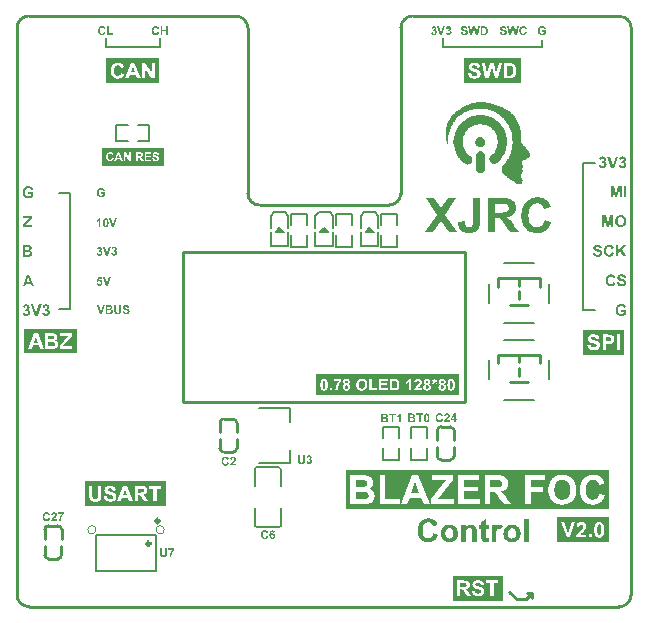
<source format=gto>
G04*
G04 #@! TF.GenerationSoftware,Altium Limited,Altium Designer,22.0.2 (36)*
G04*
G04 Layer_Color=65535*
%FSLAX24Y24*%
%MOIN*%
G70*
G04*
G04 #@! TF.SameCoordinates,D7CE2511-F244-4390-A2D0-A891EFF9428C*
G04*
G04*
G04 #@! TF.FilePolarity,Positive*
G04*
G01*
G75*
%ADD10C,0.0100*%
%ADD11C,0.0118*%
%ADD12C,0.0060*%
%ADD13C,0.0070*%
%ADD14C,0.0059*%
%ADD15C,0.0002*%
G36*
X15487Y15625D02*
X15523D01*
Y15607D01*
X15541D01*
Y15585D01*
X15559D01*
Y15567D01*
X15581D01*
Y15531D01*
X15599D01*
Y15419D01*
X15581D01*
Y15378D01*
X15559D01*
Y15360D01*
X15541D01*
Y15342D01*
X15523D01*
Y15324D01*
X15469D01*
Y15306D01*
X15393D01*
Y15324D01*
X15357D01*
Y15342D01*
X15321D01*
Y15360D01*
X15303D01*
Y15401D01*
X15285D01*
Y15437D01*
X15262D01*
Y15513D01*
X15285D01*
Y15567D01*
X15303D01*
Y15585D01*
X15321D01*
Y15607D01*
X15339D01*
Y15625D01*
X15375D01*
Y15643D01*
X15487D01*
Y15625D01*
D02*
G37*
G36*
X15581Y16366D02*
X15675D01*
Y16348D01*
X15734D01*
Y16330D01*
X15788D01*
Y16307D01*
X15824D01*
Y16290D01*
X15859D01*
Y16272D01*
X15900D01*
Y16254D01*
X15918D01*
Y16236D01*
X15954D01*
Y16218D01*
X15972D01*
Y16200D01*
X16008D01*
Y16182D01*
X16030D01*
Y16164D01*
Y16159D01*
X16048D01*
Y16141D01*
X16066D01*
Y16123D01*
X16084D01*
Y16105D01*
X16102D01*
Y16088D01*
X16120D01*
Y16070D01*
X16138D01*
Y16029D01*
X16156D01*
Y16011D01*
X16178D01*
Y15975D01*
X16196D01*
Y15957D01*
X16214D01*
Y15921D01*
X16232D01*
Y15881D01*
X16250D01*
Y15845D01*
X16268D01*
Y15791D01*
X16286D01*
Y15733D01*
X16304D01*
Y15643D01*
X16326D01*
Y15342D01*
X16304D01*
Y15266D01*
X16286D01*
Y15194D01*
X16268D01*
Y15158D01*
X16250D01*
Y15100D01*
X16232D01*
Y15064D01*
X16214D01*
Y15046D01*
X16196D01*
Y15010D01*
X16178D01*
Y14970D01*
X16156D01*
Y14952D01*
X16138D01*
Y14934D01*
X16120D01*
Y14898D01*
X16102D01*
Y14880D01*
X16084D01*
Y14858D01*
X16066D01*
Y14840D01*
X16048D01*
Y14822D01*
X16030D01*
Y14804D01*
X16008D01*
Y14786D01*
X15972D01*
Y14768D01*
X15842D01*
Y14786D01*
X15806D01*
Y14804D01*
X15788D01*
Y14822D01*
X15770D01*
Y14840D01*
X15752D01*
Y14898D01*
X15734D01*
Y14952D01*
X15752D01*
Y15010D01*
X15770D01*
Y15028D01*
X15788D01*
Y15046D01*
X15824D01*
Y15064D01*
X15842D01*
Y15082D01*
X15859D01*
Y15100D01*
X15882D01*
Y15118D01*
X15900D01*
Y15136D01*
X15918D01*
Y15176D01*
X15936D01*
Y15212D01*
X15954D01*
Y15230D01*
X15972D01*
Y15284D01*
X15990D01*
Y15324D01*
X16008D01*
Y15419D01*
X16030D01*
Y15567D01*
X16008D01*
Y15661D01*
X15990D01*
Y15715D01*
X15972D01*
Y15755D01*
X15954D01*
Y15791D01*
X15936D01*
Y15827D01*
X15918D01*
Y15845D01*
X15900D01*
Y15863D01*
X15882D01*
Y15881D01*
X15859D01*
Y15903D01*
X15842D01*
Y15921D01*
X15824D01*
Y15939D01*
X15806D01*
Y15957D01*
X15788D01*
Y15975D01*
X15770D01*
Y15993D01*
X15734D01*
Y16011D01*
X15693D01*
Y16029D01*
X15657D01*
Y16052D01*
X15599D01*
Y16070D01*
X15487D01*
Y16088D01*
X15375D01*
Y16070D01*
X15285D01*
Y16052D01*
X15227D01*
Y16029D01*
X15191D01*
Y16011D01*
X15155D01*
Y15993D01*
X15114D01*
Y15975D01*
X15096D01*
Y15957D01*
X15060D01*
Y15939D01*
X15043D01*
Y15921D01*
X15025D01*
Y15903D01*
X15007D01*
Y15881D01*
X14984D01*
Y15863D01*
X14966D01*
Y15827D01*
X14948D01*
Y15809D01*
X14930D01*
Y15773D01*
X14912D01*
Y15733D01*
X14894D01*
Y15679D01*
X14876D01*
Y15607D01*
X14858D01*
Y15378D01*
X14876D01*
Y15306D01*
X14894D01*
Y15266D01*
X14912D01*
Y15230D01*
X14930D01*
Y15194D01*
X14948D01*
Y15158D01*
X14966D01*
Y15136D01*
X14984D01*
Y15118D01*
X15007D01*
Y15100D01*
X15025D01*
Y15082D01*
X15043D01*
Y15064D01*
X15060D01*
Y15046D01*
X15078D01*
Y15028D01*
X15096D01*
Y15010D01*
X15132D01*
Y14988D01*
X15155D01*
Y14952D01*
X15173D01*
Y14840D01*
X15155D01*
Y14804D01*
X15132D01*
Y14786D01*
X15114D01*
Y14768D01*
X15096D01*
Y14750D01*
X15043D01*
Y14732D01*
X14984D01*
Y14750D01*
X14930D01*
Y14768D01*
X14912D01*
Y14786D01*
X14894D01*
Y14804D01*
X14876D01*
Y14822D01*
X14836D01*
Y14840D01*
X14818D01*
Y14858D01*
X14800D01*
Y14880D01*
X14782D01*
Y14898D01*
X14764D01*
Y14916D01*
X14746D01*
Y14952D01*
X14728D01*
Y14970D01*
X14710D01*
Y15010D01*
X14688D01*
Y15028D01*
X14670D01*
Y15064D01*
X14652D01*
Y15100D01*
X14634D01*
Y15136D01*
X14616D01*
Y15176D01*
X14598D01*
Y15230D01*
X14580D01*
Y15306D01*
X14562D01*
Y15437D01*
X14540D01*
Y15549D01*
X14562D01*
Y15679D01*
X14580D01*
Y15755D01*
X14598D01*
Y15809D01*
X14616D01*
Y15863D01*
X14634D01*
Y15903D01*
X14652D01*
Y15939D01*
X14670D01*
Y15957D01*
X14688D01*
Y15993D01*
X14710D01*
Y16011D01*
X14728D01*
Y16052D01*
X14746D01*
Y16070D01*
X14764D01*
Y16088D01*
X14782D01*
Y16105D01*
X14800D01*
Y16123D01*
X14818D01*
Y16141D01*
X14836D01*
Y16159D01*
X14858D01*
Y16182D01*
X14876D01*
Y16200D01*
X14912D01*
Y16218D01*
X14930D01*
Y16236D01*
X14948D01*
Y16254D01*
X14984D01*
Y16272D01*
X15025D01*
Y16290D01*
X15060D01*
Y16307D01*
X15096D01*
Y16330D01*
X15132D01*
Y16348D01*
X15209D01*
Y16366D01*
X15285D01*
Y16384D01*
X15581D01*
Y16366D01*
D02*
G37*
G36*
X15505Y15158D02*
X15541D01*
Y15136D01*
X15559D01*
Y15100D01*
X15581D01*
Y14534D01*
Y14530D01*
Y14507D01*
X15559D01*
Y14472D01*
X15541D01*
Y14454D01*
X15357D01*
Y14472D01*
X15339D01*
Y14490D01*
X15321D01*
Y14525D01*
X15303D01*
Y15082D01*
X15321D01*
Y15118D01*
X15339D01*
Y15136D01*
X15357D01*
Y15158D01*
X15393D01*
Y15176D01*
X15505D01*
Y15158D01*
D02*
G37*
G36*
X15635Y16792D02*
X15734D01*
Y16774D01*
X15806D01*
Y16752D01*
X15900D01*
Y16734D01*
X15954D01*
Y16716D01*
X16008D01*
Y16698D01*
X16066D01*
Y16680D01*
X16102D01*
Y16662D01*
X16156D01*
Y16644D01*
X16196D01*
Y16626D01*
X16232D01*
Y16604D01*
X16268D01*
Y16586D01*
X16286D01*
Y16568D01*
X16326D01*
Y16550D01*
X16362D01*
Y16532D01*
X16380D01*
Y16514D01*
X16416D01*
Y16496D01*
X16434D01*
Y16478D01*
X16456D01*
Y16456D01*
X16474D01*
Y16438D01*
X16492D01*
Y16420D01*
X16528D01*
Y16402D01*
X16546D01*
Y16384D01*
X16564D01*
Y16348D01*
X16582D01*
Y16330D01*
X16605D01*
Y16290D01*
X16623D01*
Y16272D01*
X16641D01*
Y16236D01*
X16658D01*
Y16200D01*
X16676D01*
Y16159D01*
X16694D01*
Y16105D01*
X16712D01*
Y16070D01*
X16730D01*
Y16011D01*
X16753D01*
Y15957D01*
X16771D01*
Y15881D01*
X16789D01*
Y15773D01*
X16807D01*
Y15607D01*
X16789D01*
Y15531D01*
X16807D01*
Y15459D01*
X16825D01*
Y15437D01*
X16843D01*
Y15419D01*
X16860D01*
Y15378D01*
X16878D01*
Y15360D01*
X16901D01*
Y15342D01*
X16919D01*
Y15324D01*
X16937D01*
Y15306D01*
X16955D01*
Y15284D01*
X16973D01*
Y15266D01*
X16991D01*
Y15248D01*
X17009D01*
Y15230D01*
X17027D01*
Y15194D01*
X17049D01*
Y15176D01*
X17067D01*
Y15136D01*
X17085D01*
Y14988D01*
X17067D01*
Y14970D01*
X17049D01*
Y14952D01*
X17009D01*
Y14934D01*
X16991D01*
Y14916D01*
X16955D01*
Y14898D01*
X16919D01*
Y14880D01*
X16878D01*
Y14858D01*
X16825D01*
Y14750D01*
X16843D01*
Y14709D01*
X16860D01*
Y14638D01*
X16843D01*
Y14543D01*
X16860D01*
Y14490D01*
X16843D01*
Y14472D01*
X16825D01*
Y14436D01*
X16807D01*
Y14305D01*
X16825D01*
Y14229D01*
X16843D01*
Y14211D01*
X16860D01*
Y14175D01*
X16843D01*
Y14117D01*
X16825D01*
Y14099D01*
X16789D01*
Y14081D01*
X16676D01*
Y14099D01*
X16641D01*
Y14117D01*
X16605D01*
Y14139D01*
X16564D01*
Y14157D01*
X16546D01*
Y14175D01*
X16510D01*
Y14193D01*
X16492D01*
Y14211D01*
X16456D01*
Y14229D01*
X16434D01*
Y14247D01*
X16416D01*
Y14265D01*
X16380D01*
Y14288D01*
X16362D01*
Y14305D01*
X16344D01*
Y14323D01*
X16326D01*
Y14341D01*
X16286D01*
Y14359D01*
X16268D01*
Y14377D01*
X16250D01*
Y14395D01*
X16232D01*
Y14413D01*
X16214D01*
Y14436D01*
X16196D01*
Y14454D01*
X16178D01*
Y14490D01*
X16156D01*
Y14674D01*
X16178D01*
Y14692D01*
X16196D01*
Y14732D01*
X16214D01*
Y14750D01*
X16232D01*
Y14768D01*
X16250D01*
Y14786D01*
X16268D01*
Y14804D01*
X16286D01*
Y14840D01*
X16304D01*
Y14858D01*
X16326D01*
Y14880D01*
X16344D01*
Y14916D01*
X16362D01*
Y14934D01*
X16380D01*
Y14970D01*
X16398D01*
Y15010D01*
X16416D01*
Y15046D01*
X16434D01*
Y15082D01*
X16456D01*
Y15136D01*
X16474D01*
Y15212D01*
X16492D01*
Y15306D01*
X16510D01*
Y15419D01*
X16528D01*
Y15513D01*
X16510D01*
Y15733D01*
X16492D01*
Y15809D01*
X16474D01*
Y15845D01*
X16456D01*
Y15881D01*
X16434D01*
Y15921D01*
X16416D01*
Y15957D01*
X16398D01*
Y16011D01*
X16380D01*
Y16052D01*
X16362D01*
Y16088D01*
X16344D01*
Y16105D01*
X16326D01*
Y16123D01*
X16304D01*
Y16159D01*
X16286D01*
Y16182D01*
X16268D01*
Y16218D01*
X16250D01*
Y16236D01*
X16232D01*
Y16254D01*
X16214D01*
Y16272D01*
X16196D01*
Y16290D01*
X16178D01*
Y16307D01*
X16156D01*
Y16330D01*
X16138D01*
Y16348D01*
X16102D01*
Y16366D01*
X16084D01*
Y16384D01*
X16066D01*
Y16402D01*
X16048D01*
Y16420D01*
X16008D01*
Y16438D01*
X15990D01*
Y16456D01*
X15954D01*
Y16478D01*
X15936D01*
Y16496D01*
X15900D01*
Y16514D01*
X15859D01*
Y16532D01*
X15806D01*
Y16550D01*
X15752D01*
Y16568D01*
X15693D01*
Y16586D01*
X15599D01*
Y16604D01*
X15303D01*
Y16586D01*
X15209D01*
Y16568D01*
X15132D01*
Y16550D01*
X15078D01*
Y16532D01*
X15025D01*
Y16514D01*
X14984D01*
Y16496D01*
X14930D01*
Y16478D01*
X14894D01*
Y16456D01*
X14876D01*
Y16438D01*
X14836D01*
Y16420D01*
X14818D01*
Y16402D01*
X14800D01*
Y16384D01*
X14764D01*
Y16366D01*
X14746D01*
Y16348D01*
X14710D01*
Y16330D01*
X14688D01*
Y16307D01*
X14670D01*
Y16290D01*
X14652D01*
Y16272D01*
X14634D01*
Y16236D01*
X14616D01*
Y16218D01*
X14598D01*
Y16200D01*
X14580D01*
Y16159D01*
X14562D01*
Y16141D01*
X14540D01*
Y16105D01*
X14522D01*
Y16070D01*
X14504D01*
Y16052D01*
X14486D01*
Y16011D01*
X14468D01*
Y16007D01*
Y16002D01*
Y15975D01*
X14450D01*
Y15921D01*
X14432D01*
Y15863D01*
X14414D01*
Y15809D01*
X14392D01*
Y15733D01*
X14374D01*
Y15378D01*
X14356D01*
Y15419D01*
X14338D01*
Y15459D01*
X14320D01*
Y15513D01*
X14302D01*
Y15643D01*
X14284D01*
Y15921D01*
X14302D01*
Y15993D01*
X14320D01*
Y16088D01*
X14338D01*
Y16123D01*
X14356D01*
Y16159D01*
X14374D01*
Y16200D01*
X14392D01*
Y16236D01*
X14414D01*
Y16254D01*
X14432D01*
Y16290D01*
X14450D01*
Y16307D01*
X14468D01*
Y16348D01*
X14486D01*
Y16366D01*
X14504D01*
Y16384D01*
X14522D01*
Y16402D01*
X14540D01*
Y16420D01*
X14562D01*
Y16438D01*
X14580D01*
Y16456D01*
X14598D01*
Y16478D01*
X14616D01*
Y16496D01*
X14634D01*
Y16514D01*
X14670D01*
Y16532D01*
X14688D01*
Y16550D01*
X14710D01*
Y16568D01*
X14746D01*
Y16586D01*
X14764D01*
Y16604D01*
X14782D01*
Y16626D01*
X14818D01*
Y16644D01*
X14858D01*
Y16662D01*
X14894D01*
Y16680D01*
X14930D01*
Y16698D01*
X14966D01*
Y16716D01*
X15007D01*
Y16734D01*
X15060D01*
Y16752D01*
X15114D01*
Y16774D01*
X15191D01*
Y16792D01*
X15285D01*
Y16810D01*
X15635D01*
Y16792D01*
D02*
G37*
G36*
X993Y3149D02*
X997Y3148D01*
X1002Y3147D01*
X1008Y3147D01*
X1014Y3145D01*
X1021Y3144D01*
X1028Y3142D01*
X1035Y3139D01*
X1043Y3136D01*
X1050Y3133D01*
X1056Y3128D01*
X1063Y3123D01*
X1070Y3118D01*
X1070D01*
X1070Y3117D01*
X1072Y3116D01*
X1073Y3115D01*
X1075Y3113D01*
X1076Y3110D01*
X1081Y3104D01*
X1085Y3097D01*
X1090Y3088D01*
X1095Y3077D01*
X1099Y3065D01*
X1042Y3051D01*
Y3052D01*
X1041Y3052D01*
Y3053D01*
X1040Y3055D01*
X1039Y3059D01*
X1037Y3064D01*
X1034Y3070D01*
X1030Y3076D01*
X1025Y3081D01*
X1020Y3086D01*
X1019Y3087D01*
X1017Y3088D01*
X1014Y3090D01*
X1009Y3093D01*
X1003Y3095D01*
X997Y3098D01*
X989Y3099D01*
X981Y3100D01*
X978D01*
X976Y3099D01*
X973Y3099D01*
X970Y3098D01*
X963Y3097D01*
X954Y3094D01*
X946Y3090D01*
X941Y3087D01*
X937Y3084D01*
X933Y3081D01*
X929Y3076D01*
Y3076D01*
X928Y3075D01*
X927Y3074D01*
X926Y3072D01*
X924Y3069D01*
X923Y3066D01*
X921Y3063D01*
X919Y3058D01*
X917Y3053D01*
X916Y3048D01*
X914Y3042D01*
X912Y3035D01*
X911Y3028D01*
X910Y3020D01*
X910Y3011D01*
X909Y3001D01*
Y3001D01*
Y2999D01*
Y2996D01*
X910Y2993D01*
Y2988D01*
X911Y2983D01*
X911Y2977D01*
X912Y2971D01*
X914Y2958D01*
X918Y2945D01*
X920Y2939D01*
X923Y2933D01*
X926Y2928D01*
X929Y2923D01*
X929Y2923D01*
X930Y2922D01*
X931Y2921D01*
X933Y2919D01*
X937Y2916D01*
X943Y2912D01*
X950Y2907D01*
X959Y2904D01*
X969Y2901D01*
X974Y2901D01*
X980Y2900D01*
X982D01*
X983Y2901D01*
X988Y2901D01*
X993Y2902D01*
X999Y2904D01*
X1006Y2907D01*
X1013Y2910D01*
X1019Y2915D01*
X1020Y2916D01*
X1022Y2918D01*
X1025Y2921D01*
X1028Y2926D01*
X1033Y2933D01*
X1036Y2941D01*
X1040Y2950D01*
X1043Y2962D01*
X1100Y2944D01*
Y2944D01*
X1100Y2942D01*
X1099Y2939D01*
X1097Y2936D01*
X1096Y2932D01*
X1094Y2928D01*
X1092Y2923D01*
X1090Y2917D01*
X1084Y2906D01*
X1076Y2895D01*
X1067Y2883D01*
X1062Y2878D01*
X1057Y2874D01*
X1056Y2873D01*
X1055Y2873D01*
X1054Y2872D01*
X1051Y2870D01*
X1048Y2868D01*
X1045Y2867D01*
X1040Y2865D01*
X1036Y2863D01*
X1030Y2860D01*
X1025Y2858D01*
X1018Y2856D01*
X1012Y2855D01*
X1005Y2853D01*
X997Y2852D01*
X989Y2851D01*
X980Y2851D01*
X978D01*
X975Y2851D01*
X971Y2852D01*
X966Y2852D01*
X960Y2853D01*
X954Y2854D01*
X947Y2856D01*
X940Y2858D01*
X932Y2860D01*
X924Y2864D01*
X917Y2867D01*
X909Y2872D01*
X901Y2877D01*
X893Y2883D01*
X886Y2890D01*
X886Y2890D01*
X884Y2892D01*
X883Y2894D01*
X880Y2897D01*
X878Y2901D01*
X874Y2906D01*
X871Y2912D01*
X868Y2918D01*
X865Y2925D01*
X861Y2933D01*
X858Y2942D01*
X855Y2952D01*
X853Y2962D01*
X851Y2973D01*
X850Y2985D01*
X850Y2997D01*
Y2998D01*
Y2998D01*
Y3001D01*
X850Y3004D01*
Y3009D01*
X851Y3015D01*
X852Y3022D01*
X852Y3030D01*
X854Y3038D01*
X856Y3047D01*
X859Y3056D01*
X862Y3066D01*
X865Y3075D01*
X869Y3084D01*
X874Y3093D01*
X880Y3101D01*
X887Y3109D01*
X887Y3110D01*
X888Y3111D01*
X890Y3113D01*
X893Y3115D01*
X897Y3118D01*
X902Y3122D01*
X907Y3125D01*
X913Y3129D01*
X919Y3133D01*
X926Y3137D01*
X935Y3140D01*
X943Y3143D01*
X953Y3145D01*
X962Y3147D01*
X973Y3149D01*
X984Y3149D01*
X989D01*
X993Y3149D01*
D02*
G37*
G36*
X1550Y3100D02*
X1550Y3100D01*
X1549Y3099D01*
X1548Y3098D01*
X1546Y3096D01*
X1544Y3093D01*
X1542Y3090D01*
X1539Y3087D01*
X1535Y3083D01*
X1532Y3078D01*
X1528Y3073D01*
X1524Y3068D01*
X1520Y3062D01*
X1516Y3056D01*
X1512Y3049D01*
X1507Y3041D01*
X1503Y3033D01*
X1502Y3033D01*
X1501Y3031D01*
X1500Y3029D01*
X1498Y3026D01*
X1497Y3022D01*
X1494Y3017D01*
X1492Y3012D01*
X1489Y3006D01*
X1486Y2999D01*
X1483Y2992D01*
X1480Y2985D01*
X1477Y2977D01*
X1471Y2960D01*
X1466Y2942D01*
Y2942D01*
X1465Y2940D01*
X1464Y2937D01*
X1464Y2934D01*
X1463Y2929D01*
X1462Y2925D01*
X1461Y2919D01*
X1459Y2913D01*
X1458Y2907D01*
X1457Y2900D01*
X1455Y2885D01*
X1454Y2870D01*
X1454Y2856D01*
X1400D01*
Y2857D01*
Y2858D01*
X1401Y2862D01*
Y2866D01*
X1401Y2872D01*
X1402Y2878D01*
X1403Y2885D01*
X1404Y2893D01*
X1405Y2902D01*
X1407Y2912D01*
X1409Y2922D01*
X1411Y2932D01*
X1414Y2943D01*
X1417Y2954D01*
X1421Y2966D01*
X1425Y2977D01*
X1425Y2978D01*
X1426Y2980D01*
X1427Y2984D01*
X1429Y2988D01*
X1432Y2993D01*
X1434Y3000D01*
X1438Y3007D01*
X1441Y3015D01*
X1446Y3023D01*
X1450Y3032D01*
X1455Y3041D01*
X1461Y3051D01*
X1473Y3070D01*
X1487Y3089D01*
X1362D01*
Y3140D01*
X1550D01*
Y3100D01*
D02*
G37*
G36*
X1240Y3145D02*
X1243Y3145D01*
X1248Y3144D01*
X1252Y3143D01*
X1257Y3142D01*
X1268Y3140D01*
X1279Y3135D01*
X1285Y3133D01*
X1290Y3130D01*
X1295Y3126D01*
X1300Y3122D01*
X1300Y3122D01*
X1301Y3121D01*
X1302Y3120D01*
X1303Y3118D01*
X1305Y3116D01*
X1308Y3113D01*
X1310Y3110D01*
X1312Y3106D01*
X1316Y3098D01*
X1320Y3088D01*
X1322Y3083D01*
X1323Y3077D01*
X1324Y3071D01*
X1324Y3065D01*
Y3064D01*
Y3061D01*
X1324Y3058D01*
X1323Y3053D01*
X1323Y3047D01*
X1321Y3041D01*
X1320Y3034D01*
X1317Y3028D01*
X1317Y3027D01*
X1316Y3025D01*
X1314Y3021D01*
X1312Y3016D01*
X1309Y3011D01*
X1305Y3005D01*
X1300Y2998D01*
X1295Y2991D01*
X1295Y2991D01*
X1293Y2989D01*
X1290Y2986D01*
X1287Y2981D01*
X1282Y2977D01*
X1276Y2970D01*
X1268Y2963D01*
X1259Y2954D01*
X1258Y2954D01*
X1258Y2953D01*
X1256Y2952D01*
X1255Y2950D01*
X1250Y2946D01*
X1245Y2941D01*
X1239Y2936D01*
X1234Y2930D01*
X1229Y2926D01*
X1227Y2924D01*
X1226Y2922D01*
X1225Y2922D01*
X1224Y2921D01*
X1223Y2919D01*
X1221Y2917D01*
X1218Y2912D01*
X1214Y2907D01*
X1324D01*
Y2856D01*
X1131D01*
Y2856D01*
Y2857D01*
X1131Y2859D01*
X1132Y2861D01*
X1132Y2863D01*
X1132Y2866D01*
X1134Y2874D01*
X1137Y2882D01*
X1140Y2891D01*
X1144Y2901D01*
X1149Y2911D01*
Y2911D01*
X1150Y2912D01*
X1151Y2914D01*
X1153Y2915D01*
X1154Y2918D01*
X1157Y2921D01*
X1160Y2925D01*
X1163Y2929D01*
X1167Y2934D01*
X1172Y2939D01*
X1177Y2945D01*
X1182Y2951D01*
X1189Y2957D01*
X1196Y2964D01*
X1203Y2972D01*
X1211Y2980D01*
X1212Y2980D01*
X1213Y2981D01*
X1215Y2983D01*
X1217Y2986D01*
X1221Y2988D01*
X1224Y2991D01*
X1231Y2999D01*
X1239Y3007D01*
X1246Y3015D01*
X1250Y3018D01*
X1253Y3022D01*
X1256Y3025D01*
X1257Y3027D01*
X1258Y3028D01*
X1259Y3030D01*
X1261Y3033D01*
X1263Y3038D01*
X1265Y3043D01*
X1267Y3049D01*
X1268Y3055D01*
X1269Y3061D01*
Y3061D01*
Y3062D01*
Y3064D01*
X1268Y3068D01*
X1268Y3072D01*
X1266Y3076D01*
X1265Y3081D01*
X1262Y3085D01*
X1259Y3090D01*
X1258Y3090D01*
X1257Y3091D01*
X1255Y3093D01*
X1252Y3095D01*
X1248Y3096D01*
X1243Y3098D01*
X1238Y3099D01*
X1231Y3100D01*
X1229D01*
X1225Y3099D01*
X1221Y3098D01*
X1217Y3097D01*
X1212Y3095D01*
X1208Y3093D01*
X1204Y3089D01*
X1203Y3089D01*
X1202Y3087D01*
X1200Y3085D01*
X1199Y3081D01*
X1196Y3076D01*
X1195Y3070D01*
X1193Y3063D01*
X1192Y3055D01*
X1137Y3060D01*
Y3061D01*
X1138Y3062D01*
Y3064D01*
X1139Y3068D01*
X1139Y3071D01*
X1140Y3076D01*
X1142Y3080D01*
X1143Y3085D01*
X1147Y3096D01*
X1152Y3107D01*
X1155Y3112D01*
X1159Y3117D01*
X1163Y3121D01*
X1168Y3125D01*
X1168Y3126D01*
X1169Y3126D01*
X1170Y3127D01*
X1172Y3129D01*
X1175Y3130D01*
X1178Y3132D01*
X1181Y3134D01*
X1186Y3135D01*
X1190Y3137D01*
X1195Y3139D01*
X1206Y3142D01*
X1219Y3145D01*
X1226Y3145D01*
X1233Y3145D01*
X1237D01*
X1240Y3145D01*
D02*
G37*
G36*
X14743Y7050D02*
X9957D01*
Y7748D01*
X14743D01*
Y7050D01*
D02*
G37*
G36*
X4628Y19352D02*
X4632Y19351D01*
X4637Y19350D01*
X4643Y19350D01*
X4649Y19348D01*
X4656Y19347D01*
X4663Y19345D01*
X4670Y19342D01*
X4678Y19339D01*
X4685Y19335D01*
X4691Y19331D01*
X4698Y19326D01*
X4705Y19321D01*
X4705D01*
X4705Y19320D01*
X4707Y19319D01*
X4708Y19317D01*
X4710Y19315D01*
X4711Y19313D01*
X4716Y19307D01*
X4720Y19300D01*
X4725Y19290D01*
X4730Y19280D01*
X4734Y19268D01*
X4677Y19254D01*
Y19255D01*
X4676Y19255D01*
Y19256D01*
X4676Y19258D01*
X4674Y19262D01*
X4672Y19267D01*
X4669Y19273D01*
X4666Y19278D01*
X4661Y19284D01*
X4655Y19289D01*
X4654Y19290D01*
X4652Y19291D01*
X4649Y19293D01*
X4644Y19296D01*
X4639Y19298D01*
X4632Y19300D01*
X4624Y19302D01*
X4616Y19303D01*
X4613D01*
X4611Y19302D01*
X4608Y19302D01*
X4605Y19301D01*
X4598Y19300D01*
X4589Y19297D01*
X4581Y19293D01*
X4576Y19290D01*
X4572Y19287D01*
X4568Y19283D01*
X4564Y19279D01*
Y19279D01*
X4563Y19278D01*
X4562Y19277D01*
X4561Y19275D01*
X4559Y19272D01*
X4558Y19269D01*
X4556Y19265D01*
X4554Y19261D01*
X4552Y19256D01*
X4551Y19251D01*
X4549Y19245D01*
X4547Y19238D01*
X4546Y19231D01*
X4545Y19223D01*
X4545Y19214D01*
X4545Y19204D01*
Y19204D01*
Y19202D01*
Y19199D01*
X4545Y19196D01*
Y19191D01*
X4546Y19186D01*
X4546Y19180D01*
X4547Y19174D01*
X4549Y19161D01*
X4553Y19148D01*
X4555Y19142D01*
X4558Y19136D01*
X4561Y19131D01*
X4564Y19126D01*
X4564Y19126D01*
X4565Y19125D01*
X4566Y19124D01*
X4568Y19122D01*
X4572Y19119D01*
X4578Y19115D01*
X4585Y19110D01*
X4594Y19107D01*
X4604Y19104D01*
X4609Y19104D01*
X4615Y19103D01*
X4617D01*
X4619Y19104D01*
X4623Y19104D01*
X4629Y19105D01*
X4634Y19107D01*
X4641Y19109D01*
X4648Y19113D01*
X4654Y19118D01*
X4655Y19119D01*
X4657Y19121D01*
X4660Y19124D01*
X4663Y19129D01*
X4668Y19136D01*
X4671Y19144D01*
X4675Y19153D01*
X4678Y19164D01*
X4735Y19147D01*
Y19147D01*
X4735Y19145D01*
X4734Y19142D01*
X4733Y19139D01*
X4731Y19135D01*
X4729Y19131D01*
X4727Y19126D01*
X4725Y19120D01*
X4719Y19109D01*
X4711Y19097D01*
X4702Y19086D01*
X4697Y19081D01*
X4692Y19077D01*
X4691Y19076D01*
X4691Y19076D01*
X4689Y19075D01*
X4686Y19073D01*
X4683Y19071D01*
X4680Y19070D01*
X4676Y19067D01*
X4671Y19065D01*
X4666Y19063D01*
X4660Y19061D01*
X4653Y19059D01*
X4647Y19057D01*
X4640Y19056D01*
X4632Y19055D01*
X4624Y19054D01*
X4615Y19054D01*
X4613D01*
X4610Y19054D01*
X4606Y19055D01*
X4601Y19055D01*
X4595Y19056D01*
X4589Y19057D01*
X4582Y19059D01*
X4575Y19061D01*
X4567Y19063D01*
X4559Y19067D01*
X4552Y19070D01*
X4544Y19075D01*
X4536Y19080D01*
X4528Y19086D01*
X4521Y19093D01*
X4521Y19093D01*
X4520Y19095D01*
X4518Y19097D01*
X4515Y19100D01*
X4513Y19104D01*
X4510Y19109D01*
X4506Y19114D01*
X4503Y19121D01*
X4500Y19128D01*
X4496Y19136D01*
X4493Y19145D01*
X4490Y19155D01*
X4488Y19165D01*
X4486Y19176D01*
X4485Y19188D01*
X4485Y19200D01*
Y19201D01*
Y19201D01*
Y19203D01*
X4485Y19207D01*
Y19212D01*
X4486Y19218D01*
X4487Y19225D01*
X4487Y19233D01*
X4489Y19241D01*
X4491Y19250D01*
X4494Y19259D01*
X4497Y19268D01*
X4500Y19278D01*
X4505Y19287D01*
X4510Y19296D01*
X4515Y19304D01*
X4522Y19312D01*
X4522Y19312D01*
X4523Y19314D01*
X4525Y19316D01*
X4528Y19318D01*
X4532Y19321D01*
X4537Y19325D01*
X4542Y19328D01*
X4548Y19332D01*
X4554Y19336D01*
X4562Y19340D01*
X4570Y19343D01*
X4578Y19346D01*
X4588Y19348D01*
X4597Y19350D01*
X4608Y19352D01*
X4619Y19352D01*
X4624D01*
X4628Y19352D01*
D02*
G37*
G36*
X5015Y19059D02*
X4957D01*
Y19185D01*
X4844D01*
Y19059D01*
X4785D01*
Y19347D01*
X4844D01*
Y19233D01*
X4957D01*
Y19347D01*
X5015D01*
Y19059D01*
D02*
G37*
G36*
X14170Y19059D02*
X14108D01*
X14004Y19347D01*
X14067D01*
X14141Y19134D01*
X14211Y19347D01*
X14273D01*
X14170Y19059D01*
D02*
G37*
G36*
X14387Y19348D02*
X14391Y19348D01*
X14395Y19347D01*
X14399Y19347D01*
X14404Y19345D01*
X14414Y19342D01*
X14420Y19340D01*
X14425Y19337D01*
X14431Y19335D01*
X14436Y19331D01*
X14441Y19327D01*
X14446Y19322D01*
X14446Y19322D01*
X14447Y19322D01*
X14448Y19320D01*
X14449Y19319D01*
X14453Y19315D01*
X14456Y19309D01*
X14460Y19302D01*
X14463Y19293D01*
X14465Y19284D01*
X14466Y19280D01*
X14466Y19275D01*
Y19274D01*
Y19273D01*
X14466Y19271D01*
X14465Y19268D01*
X14465Y19265D01*
X14464Y19261D01*
X14463Y19257D01*
X14461Y19253D01*
X14459Y19248D01*
X14456Y19243D01*
X14453Y19238D01*
X14449Y19233D01*
X14444Y19228D01*
X14438Y19223D01*
X14432Y19218D01*
X14425Y19214D01*
X14425D01*
X14426Y19213D01*
X14427D01*
X14429Y19213D01*
X14433Y19211D01*
X14439Y19209D01*
X14445Y19206D01*
X14452Y19201D01*
X14458Y19196D01*
X14464Y19190D01*
X14465Y19189D01*
X14467Y19186D01*
X14469Y19183D01*
X14472Y19177D01*
X14475Y19171D01*
X14477Y19163D01*
X14478Y19155D01*
X14479Y19145D01*
Y19145D01*
Y19144D01*
Y19142D01*
X14479Y19139D01*
X14478Y19136D01*
X14477Y19132D01*
X14477Y19127D01*
X14476Y19123D01*
X14472Y19113D01*
X14470Y19107D01*
X14468Y19102D01*
X14464Y19096D01*
X14460Y19091D01*
X14456Y19085D01*
X14451Y19080D01*
X14451Y19080D01*
X14450Y19079D01*
X14448Y19078D01*
X14446Y19076D01*
X14443Y19074D01*
X14440Y19072D01*
X14436Y19070D01*
X14432Y19067D01*
X14428Y19065D01*
X14422Y19062D01*
X14416Y19060D01*
X14411Y19058D01*
X14404Y19056D01*
X14397Y19055D01*
X14390Y19054D01*
X14382Y19054D01*
X14378D01*
X14376Y19054D01*
X14372Y19055D01*
X14368Y19055D01*
X14364Y19056D01*
X14359Y19057D01*
X14349Y19059D01*
X14339Y19063D01*
X14333Y19066D01*
X14328Y19069D01*
X14322Y19072D01*
X14317Y19076D01*
X14317Y19077D01*
X14316Y19077D01*
X14315Y19079D01*
X14313Y19080D01*
X14311Y19082D01*
X14309Y19085D01*
X14307Y19088D01*
X14304Y19092D01*
X14302Y19096D01*
X14299Y19100D01*
X14294Y19110D01*
X14290Y19122D01*
X14289Y19128D01*
X14288Y19135D01*
X14341Y19142D01*
Y19141D01*
Y19141D01*
X14341Y19138D01*
X14342Y19134D01*
X14344Y19130D01*
X14346Y19125D01*
X14348Y19119D01*
X14351Y19114D01*
X14355Y19110D01*
X14355Y19109D01*
X14357Y19108D01*
X14359Y19107D01*
X14362Y19105D01*
X14366Y19103D01*
X14371Y19101D01*
X14376Y19100D01*
X14382Y19100D01*
X14383D01*
X14385Y19100D01*
X14388Y19100D01*
X14392Y19101D01*
X14396Y19103D01*
X14401Y19105D01*
X14406Y19108D01*
X14411Y19112D01*
X14411Y19113D01*
X14413Y19115D01*
X14414Y19118D01*
X14417Y19122D01*
X14419Y19127D01*
X14421Y19133D01*
X14422Y19140D01*
X14423Y19148D01*
Y19148D01*
Y19149D01*
Y19151D01*
X14422Y19155D01*
X14421Y19160D01*
X14420Y19165D01*
X14418Y19171D01*
X14415Y19176D01*
X14411Y19181D01*
X14411Y19181D01*
X14409Y19183D01*
X14406Y19185D01*
X14403Y19187D01*
X14399Y19190D01*
X14395Y19191D01*
X14390Y19193D01*
X14384Y19194D01*
X14380D01*
X14377Y19193D01*
X14373Y19193D01*
X14368Y19192D01*
X14364Y19191D01*
X14359Y19189D01*
X14364Y19234D01*
X14368D01*
X14372Y19234D01*
X14377Y19235D01*
X14383Y19236D01*
X14388Y19238D01*
X14394Y19240D01*
X14399Y19243D01*
X14399Y19244D01*
X14401Y19246D01*
X14403Y19248D01*
X14405Y19251D01*
X14407Y19255D01*
X14409Y19259D01*
X14411Y19265D01*
X14411Y19271D01*
Y19272D01*
Y19273D01*
X14411Y19276D01*
X14410Y19279D01*
X14409Y19283D01*
X14407Y19287D01*
X14405Y19291D01*
X14402Y19294D01*
X14402Y19295D01*
X14401Y19295D01*
X14399Y19297D01*
X14396Y19299D01*
X14393Y19300D01*
X14389Y19302D01*
X14384Y19303D01*
X14379Y19303D01*
X14376D01*
X14374Y19303D01*
X14371Y19302D01*
X14367Y19300D01*
X14363Y19299D01*
X14359Y19296D01*
X14355Y19293D01*
X14354Y19293D01*
X14353Y19291D01*
X14351Y19289D01*
X14349Y19285D01*
X14347Y19282D01*
X14346Y19277D01*
X14344Y19271D01*
X14343Y19264D01*
X14292Y19273D01*
Y19273D01*
X14292Y19274D01*
Y19275D01*
X14293Y19277D01*
X14294Y19282D01*
X14296Y19288D01*
X14298Y19295D01*
X14301Y19302D01*
X14304Y19308D01*
X14308Y19315D01*
X14308Y19315D01*
X14310Y19317D01*
X14312Y19320D01*
X14316Y19324D01*
X14320Y19327D01*
X14325Y19332D01*
X14331Y19336D01*
X14338Y19340D01*
X14338D01*
X14339Y19340D01*
X14341Y19341D01*
X14345Y19342D01*
X14350Y19344D01*
X14356Y19346D01*
X14364Y19347D01*
X14372Y19348D01*
X14381Y19349D01*
X14384D01*
X14387Y19348D01*
D02*
G37*
G36*
X13895D02*
X13899Y19348D01*
X13903Y19347D01*
X13907Y19347D01*
X13912Y19345D01*
X13922Y19342D01*
X13928Y19340D01*
X13933Y19337D01*
X13939Y19335D01*
X13944Y19331D01*
X13949Y19327D01*
X13954Y19322D01*
X13954Y19322D01*
X13955Y19322D01*
X13956Y19320D01*
X13957Y19319D01*
X13960Y19315D01*
X13964Y19309D01*
X13968Y19302D01*
X13971Y19293D01*
X13973Y19284D01*
X13974Y19280D01*
X13974Y19275D01*
Y19274D01*
Y19273D01*
X13974Y19271D01*
X13973Y19268D01*
X13973Y19265D01*
X13972Y19261D01*
X13971Y19257D01*
X13969Y19253D01*
X13967Y19248D01*
X13964Y19243D01*
X13961Y19238D01*
X13957Y19233D01*
X13952Y19228D01*
X13946Y19223D01*
X13940Y19218D01*
X13933Y19214D01*
X13933D01*
X13934Y19213D01*
X13935D01*
X13937Y19213D01*
X13941Y19211D01*
X13947Y19209D01*
X13953Y19206D01*
X13960Y19201D01*
X13966Y19196D01*
X13972Y19190D01*
X13973Y19189D01*
X13975Y19186D01*
X13977Y19183D01*
X13980Y19177D01*
X13982Y19171D01*
X13985Y19163D01*
X13986Y19155D01*
X13987Y19145D01*
Y19145D01*
Y19144D01*
Y19142D01*
X13987Y19139D01*
X13986Y19136D01*
X13985Y19132D01*
X13985Y19127D01*
X13984Y19123D01*
X13980Y19113D01*
X13978Y19107D01*
X13975Y19102D01*
X13972Y19096D01*
X13968Y19091D01*
X13964Y19085D01*
X13959Y19080D01*
X13959Y19080D01*
X13958Y19079D01*
X13956Y19078D01*
X13954Y19076D01*
X13951Y19074D01*
X13948Y19072D01*
X13944Y19070D01*
X13940Y19067D01*
X13935Y19065D01*
X13930Y19062D01*
X13924Y19060D01*
X13918Y19058D01*
X13912Y19056D01*
X13905Y19055D01*
X13898Y19054D01*
X13890Y19054D01*
X13886D01*
X13883Y19054D01*
X13880Y19055D01*
X13876Y19055D01*
X13872Y19056D01*
X13867Y19057D01*
X13857Y19059D01*
X13846Y19063D01*
X13841Y19066D01*
X13836Y19069D01*
X13830Y19072D01*
X13825Y19076D01*
X13825Y19077D01*
X13824Y19077D01*
X13823Y19079D01*
X13821Y19080D01*
X13819Y19082D01*
X13817Y19085D01*
X13814Y19088D01*
X13812Y19092D01*
X13809Y19096D01*
X13806Y19100D01*
X13802Y19110D01*
X13798Y19122D01*
X13796Y19128D01*
X13796Y19135D01*
X13849Y19142D01*
Y19141D01*
Y19141D01*
X13849Y19138D01*
X13850Y19134D01*
X13851Y19130D01*
X13853Y19125D01*
X13856Y19119D01*
X13859Y19114D01*
X13863Y19110D01*
X13863Y19109D01*
X13865Y19108D01*
X13867Y19107D01*
X13870Y19105D01*
X13874Y19103D01*
X13879Y19101D01*
X13884Y19100D01*
X13890Y19100D01*
X13891D01*
X13893Y19100D01*
X13895Y19100D01*
X13900Y19101D01*
X13904Y19103D01*
X13909Y19105D01*
X13914Y19108D01*
X13918Y19112D01*
X13919Y19113D01*
X13920Y19115D01*
X13922Y19118D01*
X13925Y19122D01*
X13927Y19127D01*
X13929Y19133D01*
X13930Y19140D01*
X13930Y19148D01*
Y19148D01*
Y19149D01*
Y19151D01*
X13930Y19155D01*
X13929Y19160D01*
X13928Y19165D01*
X13925Y19171D01*
X13923Y19176D01*
X13919Y19181D01*
X13918Y19181D01*
X13917Y19183D01*
X13914Y19185D01*
X13911Y19187D01*
X13907Y19190D01*
X13903Y19191D01*
X13898Y19193D01*
X13892Y19194D01*
X13888D01*
X13885Y19193D01*
X13881Y19193D01*
X13876Y19192D01*
X13872Y19191D01*
X13866Y19189D01*
X13872Y19234D01*
X13876D01*
X13880Y19234D01*
X13885Y19235D01*
X13891Y19236D01*
X13896Y19238D01*
X13902Y19240D01*
X13907Y19243D01*
X13907Y19244D01*
X13909Y19246D01*
X13910Y19248D01*
X13913Y19251D01*
X13915Y19255D01*
X13917Y19259D01*
X13918Y19265D01*
X13919Y19271D01*
Y19272D01*
Y19273D01*
X13918Y19276D01*
X13918Y19279D01*
X13917Y19283D01*
X13915Y19287D01*
X13913Y19291D01*
X13910Y19294D01*
X13910Y19295D01*
X13908Y19295D01*
X13907Y19297D01*
X13904Y19299D01*
X13900Y19300D01*
X13897Y19302D01*
X13892Y19303D01*
X13887Y19303D01*
X13884D01*
X13882Y19303D01*
X13878Y19302D01*
X13875Y19300D01*
X13871Y19299D01*
X13866Y19296D01*
X13863Y19293D01*
X13862Y19293D01*
X13861Y19291D01*
X13859Y19289D01*
X13857Y19285D01*
X13855Y19282D01*
X13853Y19277D01*
X13852Y19271D01*
X13851Y19264D01*
X13800Y19273D01*
Y19273D01*
X13800Y19274D01*
Y19275D01*
X13801Y19277D01*
X13802Y19282D01*
X13804Y19288D01*
X13806Y19295D01*
X13809Y19302D01*
X13812Y19308D01*
X13816Y19315D01*
X13816Y19315D01*
X13818Y19317D01*
X13820Y19320D01*
X13824Y19324D01*
X13828Y19327D01*
X13833Y19332D01*
X13839Y19336D01*
X13846Y19340D01*
X13846D01*
X13846Y19340D01*
X13849Y19341D01*
X13853Y19342D01*
X13858Y19344D01*
X13864Y19346D01*
X13872Y19347D01*
X13880Y19348D01*
X13888Y19349D01*
X13892D01*
X13895Y19348D01*
D02*
G37*
G36*
X13531Y6390D02*
X13446D01*
Y6151D01*
X13387D01*
Y6390D01*
X13302D01*
Y6439D01*
X13531D01*
Y6390D01*
D02*
G37*
G36*
X13166Y6438D02*
X13174Y6438D01*
X13183Y6437D01*
X13191Y6437D01*
X13198Y6436D01*
X13199D01*
X13201Y6435D01*
X13204Y6434D01*
X13208Y6433D01*
X13212Y6432D01*
X13217Y6429D01*
X13223Y6427D01*
X13228Y6424D01*
X13228Y6423D01*
X13230Y6422D01*
X13232Y6420D01*
X13236Y6417D01*
X13239Y6414D01*
X13243Y6409D01*
X13246Y6405D01*
X13250Y6399D01*
X13250Y6399D01*
X13251Y6397D01*
X13253Y6394D01*
X13254Y6389D01*
X13256Y6385D01*
X13258Y6379D01*
X13258Y6372D01*
X13259Y6366D01*
Y6365D01*
Y6365D01*
Y6362D01*
X13258Y6359D01*
X13258Y6354D01*
X13256Y6348D01*
X13254Y6342D01*
X13251Y6335D01*
X13248Y6329D01*
X13247Y6328D01*
X13246Y6326D01*
X13243Y6323D01*
X13240Y6319D01*
X13236Y6315D01*
X13231Y6311D01*
X13225Y6307D01*
X13219Y6303D01*
X13219D01*
X13220Y6303D01*
X13221Y6303D01*
X13223Y6302D01*
X13228Y6300D01*
X13233Y6297D01*
X13240Y6294D01*
X13247Y6289D01*
X13253Y6284D01*
X13259Y6277D01*
X13259Y6276D01*
X13261Y6274D01*
X13263Y6270D01*
X13266Y6265D01*
X13268Y6258D01*
X13271Y6251D01*
X13273Y6243D01*
X13273Y6234D01*
Y6234D01*
Y6233D01*
Y6231D01*
X13273Y6227D01*
X13272Y6222D01*
X13271Y6216D01*
X13269Y6209D01*
X13267Y6203D01*
X13264Y6196D01*
X13263Y6195D01*
X13262Y6193D01*
X13260Y6189D01*
X13257Y6185D01*
X13254Y6180D01*
X13249Y6176D01*
X13245Y6171D01*
X13239Y6166D01*
X13238Y6166D01*
X13236Y6164D01*
X13233Y6162D01*
X13228Y6160D01*
X13222Y6158D01*
X13216Y6156D01*
X13208Y6154D01*
X13200Y6152D01*
X13198D01*
X13196Y6152D01*
X13192D01*
X13189Y6152D01*
X13181D01*
X13176Y6151D01*
X13164D01*
X13157Y6151D01*
X13032D01*
Y6439D01*
X13159D01*
X13166Y6438D01*
D02*
G37*
G36*
X13656Y6440D02*
X13659Y6439D01*
X13664Y6439D01*
X13668Y6438D01*
X13673Y6437D01*
X13678Y6435D01*
X13683Y6433D01*
X13689Y6431D01*
X13694Y6428D01*
X13699Y6424D01*
X13705Y6420D01*
X13710Y6416D01*
X13714Y6410D01*
X13715Y6410D01*
X13716Y6409D01*
X13717Y6407D01*
X13719Y6404D01*
X13721Y6399D01*
X13724Y6394D01*
X13726Y6389D01*
X13729Y6382D01*
X13731Y6375D01*
X13734Y6366D01*
X13736Y6356D01*
X13738Y6345D01*
X13740Y6334D01*
X13741Y6321D01*
X13742Y6308D01*
X13743Y6293D01*
Y6292D01*
Y6292D01*
Y6290D01*
Y6289D01*
Y6285D01*
X13742Y6279D01*
X13742Y6273D01*
X13741Y6265D01*
X13740Y6256D01*
X13739Y6247D01*
X13738Y6238D01*
X13736Y6228D01*
X13734Y6218D01*
X13731Y6209D01*
X13728Y6199D01*
X13724Y6190D01*
X13719Y6182D01*
X13714Y6175D01*
X13714Y6174D01*
X13713Y6174D01*
X13712Y6172D01*
X13710Y6170D01*
X13708Y6168D01*
X13705Y6166D01*
X13701Y6163D01*
X13697Y6160D01*
X13693Y6157D01*
X13688Y6154D01*
X13683Y6152D01*
X13677Y6150D01*
X13671Y6148D01*
X13664Y6147D01*
X13657Y6146D01*
X13649Y6145D01*
X13647D01*
X13645Y6146D01*
X13642D01*
X13639Y6146D01*
X13635Y6147D01*
X13630Y6148D01*
X13625Y6149D01*
X13620Y6151D01*
X13614Y6153D01*
X13608Y6156D01*
X13603Y6159D01*
X13597Y6162D01*
X13592Y6167D01*
X13586Y6172D01*
X13581Y6177D01*
X13581Y6178D01*
X13580Y6179D01*
X13579Y6181D01*
X13578Y6184D01*
X13575Y6187D01*
X13573Y6192D01*
X13571Y6198D01*
X13569Y6204D01*
X13566Y6211D01*
X13564Y6220D01*
X13562Y6229D01*
X13560Y6240D01*
X13558Y6251D01*
X13557Y6264D01*
X13556Y6278D01*
X13556Y6293D01*
Y6293D01*
Y6294D01*
Y6295D01*
Y6297D01*
Y6301D01*
X13556Y6306D01*
X13557Y6313D01*
X13558Y6321D01*
X13558Y6329D01*
X13559Y6338D01*
X13561Y6348D01*
X13563Y6357D01*
X13565Y6367D01*
X13568Y6377D01*
X13571Y6386D01*
X13575Y6395D01*
X13579Y6403D01*
X13584Y6410D01*
X13584Y6411D01*
X13585Y6412D01*
X13586Y6413D01*
X13588Y6415D01*
X13590Y6417D01*
X13593Y6420D01*
X13597Y6422D01*
X13601Y6425D01*
X13605Y6428D01*
X13610Y6431D01*
X13615Y6433D01*
X13621Y6436D01*
X13627Y6437D01*
X13635Y6439D01*
X13642Y6440D01*
X13649Y6440D01*
X13653D01*
X13656Y6440D01*
D02*
G37*
G36*
X12791Y6145D02*
X12735D01*
Y6354D01*
X12735Y6353D01*
X12734Y6352D01*
X12732Y6351D01*
X12730Y6349D01*
X12727Y6347D01*
X12724Y6344D01*
X12720Y6341D01*
X12715Y6338D01*
X12710Y6335D01*
X12705Y6331D01*
X12699Y6328D01*
X12692Y6324D01*
X12679Y6318D01*
X12664Y6312D01*
Y6362D01*
X12665D01*
X12665Y6362D01*
X12666Y6363D01*
X12668Y6363D01*
X12672Y6365D01*
X12678Y6368D01*
X12685Y6371D01*
X12693Y6376D01*
X12702Y6382D01*
X12711Y6388D01*
X12711Y6389D01*
X12712Y6389D01*
X12713Y6390D01*
X12715Y6392D01*
X12720Y6396D01*
X12725Y6402D01*
X12730Y6408D01*
X12736Y6417D01*
X12742Y6425D01*
X12746Y6435D01*
X12791D01*
Y6145D01*
D02*
G37*
G36*
X12624Y6385D02*
X12539D01*
Y6145D01*
X12481D01*
Y6385D01*
X12396D01*
Y6433D01*
X12624D01*
Y6385D01*
D02*
G37*
G36*
X12260Y6433D02*
X12268Y6432D01*
X12276Y6432D01*
X12284Y6431D01*
X12291Y6430D01*
X12292D01*
X12294Y6430D01*
X12297Y6429D01*
X12301Y6428D01*
X12306Y6426D01*
X12311Y6424D01*
X12316Y6422D01*
X12321Y6418D01*
X12322Y6418D01*
X12323Y6417D01*
X12326Y6414D01*
X12329Y6412D01*
X12333Y6408D01*
X12336Y6404D01*
X12340Y6399D01*
X12343Y6394D01*
X12344Y6393D01*
X12345Y6392D01*
X12346Y6388D01*
X12348Y6384D01*
X12350Y6379D01*
X12351Y6374D01*
X12352Y6367D01*
X12353Y6360D01*
Y6360D01*
Y6360D01*
Y6357D01*
X12352Y6353D01*
X12351Y6348D01*
X12350Y6342D01*
X12348Y6336D01*
X12345Y6330D01*
X12341Y6323D01*
X12341Y6323D01*
X12339Y6320D01*
X12337Y6318D01*
X12334Y6314D01*
X12330Y6310D01*
X12325Y6305D01*
X12319Y6302D01*
X12312Y6298D01*
X12313D01*
X12313Y6298D01*
X12315Y6297D01*
X12316Y6297D01*
X12321Y6295D01*
X12327Y6292D01*
X12333Y6288D01*
X12341Y6284D01*
X12347Y6278D01*
X12353Y6272D01*
X12353Y6271D01*
X12355Y6268D01*
X12357Y6265D01*
X12360Y6260D01*
X12362Y6253D01*
X12365Y6246D01*
X12366Y6238D01*
X12367Y6229D01*
Y6228D01*
Y6228D01*
Y6225D01*
X12366Y6221D01*
X12365Y6216D01*
X12365Y6211D01*
X12363Y6204D01*
X12361Y6197D01*
X12358Y6190D01*
X12357Y6189D01*
X12356Y6187D01*
X12354Y6184D01*
X12351Y6180D01*
X12348Y6175D01*
X12343Y6170D01*
X12338Y6165D01*
X12333Y6161D01*
X12332Y6160D01*
X12330Y6159D01*
X12326Y6157D01*
X12322Y6155D01*
X12316Y6152D01*
X12309Y6150D01*
X12302Y6148D01*
X12294Y6147D01*
X12292D01*
X12290Y6147D01*
X12286D01*
X12283Y6146D01*
X12275D01*
X12270Y6146D01*
X12258D01*
X12251Y6145D01*
X12126D01*
Y6433D01*
X12252D01*
X12260Y6433D01*
D02*
G37*
G36*
X16182Y200D02*
X14518D01*
Y1031D01*
X16182D01*
Y200D01*
D02*
G37*
G36*
X13735Y2945D02*
X13747Y2944D01*
X13761Y2942D01*
X13776Y2940D01*
X13793Y2937D01*
X13811Y2932D01*
X13830Y2927D01*
X13848Y2920D01*
X13868Y2911D01*
X13887Y2902D01*
X13905Y2891D01*
X13924Y2878D01*
X13941Y2863D01*
X13942D01*
X13943Y2861D01*
X13946Y2858D01*
X13950Y2854D01*
X13954Y2849D01*
X13958Y2842D01*
X13971Y2827D01*
X13983Y2807D01*
X13996Y2782D01*
X14008Y2754D01*
X14020Y2722D01*
X13866Y2686D01*
Y2687D01*
X13865Y2688D01*
Y2691D01*
X13863Y2695D01*
X13860Y2706D01*
X13854Y2719D01*
X13846Y2734D01*
X13836Y2750D01*
X13823Y2765D01*
X13808Y2779D01*
X13806Y2780D01*
X13801Y2784D01*
X13792Y2790D01*
X13780Y2797D01*
X13764Y2803D01*
X13746Y2809D01*
X13726Y2813D01*
X13704Y2814D01*
X13696D01*
X13690Y2813D01*
X13683Y2812D01*
X13674Y2811D01*
X13655Y2807D01*
X13633Y2799D01*
X13610Y2788D01*
X13597Y2781D01*
X13586Y2773D01*
X13575Y2763D01*
X13565Y2752D01*
Y2751D01*
X13563Y2749D01*
X13561Y2745D01*
X13557Y2740D01*
X13553Y2733D01*
X13549Y2725D01*
X13544Y2715D01*
X13540Y2704D01*
X13534Y2691D01*
X13530Y2677D01*
X13525Y2660D01*
X13521Y2642D01*
X13517Y2622D01*
X13515Y2601D01*
X13514Y2578D01*
X13513Y2552D01*
Y2551D01*
Y2546D01*
Y2538D01*
X13514Y2529D01*
Y2517D01*
X13516Y2502D01*
X13517Y2488D01*
X13520Y2471D01*
X13526Y2437D01*
X13535Y2402D01*
X13541Y2386D01*
X13549Y2370D01*
X13556Y2356D01*
X13565Y2343D01*
X13566Y2342D01*
X13567Y2341D01*
X13571Y2338D01*
X13575Y2333D01*
X13586Y2324D01*
X13602Y2313D01*
X13621Y2301D01*
X13644Y2292D01*
X13671Y2284D01*
X13685Y2283D01*
X13701Y2282D01*
X13706D01*
X13711Y2283D01*
X13723Y2284D01*
X13737Y2287D01*
X13753Y2292D01*
X13771Y2299D01*
X13788Y2308D01*
X13806Y2321D01*
X13808Y2323D01*
X13814Y2329D01*
X13822Y2338D01*
X13831Y2351D01*
X13842Y2369D01*
X13852Y2390D01*
X13862Y2416D01*
X13871Y2446D01*
X14022Y2399D01*
Y2398D01*
X14021Y2393D01*
X14018Y2387D01*
X14015Y2378D01*
X14011Y2368D01*
X14006Y2356D01*
X14001Y2342D01*
X13994Y2328D01*
X13978Y2298D01*
X13958Y2267D01*
X13934Y2237D01*
X13921Y2223D01*
X13906Y2211D01*
X13905Y2210D01*
X13903Y2209D01*
X13898Y2206D01*
X13892Y2201D01*
X13884Y2197D01*
X13874Y2192D01*
X13863Y2187D01*
X13851Y2181D01*
X13836Y2174D01*
X13821Y2169D01*
X13804Y2164D01*
X13786Y2160D01*
X13767Y2156D01*
X13746Y2152D01*
X13725Y2151D01*
X13702Y2150D01*
X13695D01*
X13687Y2151D01*
X13676Y2152D01*
X13664Y2153D01*
X13648Y2156D01*
X13632Y2159D01*
X13613Y2163D01*
X13594Y2169D01*
X13574Y2176D01*
X13553Y2184D01*
X13532Y2194D01*
X13511Y2206D01*
X13490Y2220D01*
X13470Y2236D01*
X13451Y2254D01*
X13450Y2256D01*
X13446Y2259D01*
X13442Y2266D01*
X13435Y2273D01*
X13429Y2284D01*
X13420Y2297D01*
X13411Y2312D01*
X13402Y2330D01*
X13393Y2349D01*
X13384Y2370D01*
X13375Y2394D01*
X13369Y2420D01*
X13362Y2447D01*
X13357Y2477D01*
X13354Y2508D01*
X13353Y2541D01*
Y2542D01*
Y2543D01*
Y2550D01*
X13354Y2560D01*
Y2573D01*
X13356Y2589D01*
X13359Y2608D01*
X13361Y2628D01*
X13365Y2651D01*
X13371Y2674D01*
X13377Y2699D01*
X13385Y2723D01*
X13395Y2749D01*
X13406Y2773D01*
X13420Y2797D01*
X13434Y2819D01*
X13452Y2840D01*
X13453Y2841D01*
X13456Y2844D01*
X13462Y2850D01*
X13470Y2857D01*
X13480Y2864D01*
X13492Y2873D01*
X13505Y2883D01*
X13522Y2893D01*
X13540Y2903D01*
X13558Y2913D01*
X13581Y2922D01*
X13603Y2930D01*
X13628Y2937D01*
X13654Y2942D01*
X13683Y2945D01*
X13712Y2947D01*
X13725D01*
X13735Y2945D01*
D02*
G37*
G36*
X16100Y2732D02*
X16113Y2730D01*
X16128Y2727D01*
X16145Y2721D01*
X16162Y2714D01*
X16179Y2704D01*
X16133Y2577D01*
X16132Y2578D01*
X16126Y2580D01*
X16119Y2584D01*
X16110Y2589D01*
X16099Y2593D01*
X16088Y2598D01*
X16076Y2600D01*
X16064Y2601D01*
X16059D01*
X16053Y2600D01*
X16046Y2599D01*
X16038Y2597D01*
X16029Y2593D01*
X16020Y2589D01*
X16012Y2583D01*
X16010Y2582D01*
X16008Y2580D01*
X16004Y2576D01*
X15999Y2569D01*
X15994Y2561D01*
X15988Y2550D01*
X15983Y2537D01*
X15978Y2521D01*
Y2519D01*
X15977Y2516D01*
X15976Y2512D01*
Y2507D01*
X15975Y2500D01*
X15974Y2491D01*
X15973Y2481D01*
X15972Y2470D01*
X15970Y2456D01*
X15969Y2441D01*
Y2423D01*
X15968Y2404D01*
X15967Y2383D01*
Y2360D01*
Y2334D01*
Y2163D01*
X15819D01*
Y2721D01*
X15956D01*
Y2642D01*
X15957Y2643D01*
X15962Y2650D01*
X15968Y2660D01*
X15977Y2672D01*
X15986Y2684D01*
X15997Y2697D01*
X16007Y2708D01*
X16018Y2715D01*
X16019Y2717D01*
X16023Y2719D01*
X16029Y2721D01*
X16037Y2724D01*
X16046Y2728D01*
X16057Y2731D01*
X16068Y2732D01*
X16082Y2733D01*
X16090D01*
X16100Y2732D01*
D02*
G37*
G36*
X15147D02*
X15159Y2731D01*
X15173Y2729D01*
X15187Y2725D01*
X15203Y2721D01*
X15218Y2715D01*
X15221Y2714D01*
X15225Y2712D01*
X15233Y2709D01*
X15242Y2703D01*
X15252Y2697D01*
X15262Y2689D01*
X15272Y2680D01*
X15281Y2670D01*
X15282Y2669D01*
X15284Y2666D01*
X15287Y2660D01*
X15292Y2652D01*
X15297Y2643D01*
X15302Y2632D01*
X15306Y2621D01*
X15309Y2608D01*
Y2607D01*
X15311Y2601D01*
X15313Y2593D01*
X15314Y2582D01*
X15316Y2569D01*
X15317Y2551D01*
X15318Y2532D01*
Y2509D01*
Y2163D01*
X15171D01*
Y2447D01*
Y2448D01*
Y2451D01*
Y2456D01*
Y2461D01*
Y2469D01*
Y2477D01*
X15169Y2496D01*
X15168Y2514D01*
X15166Y2534D01*
X15164Y2551D01*
X15163Y2558D01*
X15161Y2563D01*
Y2564D01*
X15158Y2568D01*
X15156Y2572D01*
X15153Y2579D01*
X15143Y2592D01*
X15137Y2599D01*
X15129Y2604D01*
X15128Y2606D01*
X15126Y2607D01*
X15122Y2609D01*
X15115Y2612D01*
X15107Y2616D01*
X15099Y2618D01*
X15089Y2619D01*
X15078Y2620D01*
X15072D01*
X15065Y2619D01*
X15056Y2618D01*
X15045Y2614D01*
X15034Y2611D01*
X15022Y2606D01*
X15009Y2599D01*
X15008Y2598D01*
X15005Y2596D01*
X14999Y2590D01*
X14993Y2584D01*
X14986Y2576D01*
X14979Y2567D01*
X14973Y2554D01*
X14968Y2542D01*
Y2541D01*
X14966Y2536D01*
X14965Y2527D01*
X14963Y2513D01*
X14962Y2506D01*
X14961Y2496D01*
X14959Y2486D01*
Y2473D01*
X14958Y2461D01*
X14957Y2447D01*
Y2431D01*
Y2414D01*
Y2163D01*
X14809D01*
Y2721D01*
X14946D01*
Y2639D01*
X14947Y2640D01*
X14949Y2643D01*
X14954Y2648D01*
X14959Y2653D01*
X14966Y2661D01*
X14975Y2669D01*
X14985Y2678D01*
X14996Y2687D01*
X15008Y2694D01*
X15023Y2703D01*
X15037Y2711D01*
X15054Y2719D01*
X15072Y2724D01*
X15089Y2729D01*
X15109Y2732D01*
X15129Y2733D01*
X15137D01*
X15147Y2732D01*
D02*
G37*
G36*
X17047Y2163D02*
X16899D01*
Y2932D01*
X17047D01*
Y2163D01*
D02*
G37*
G36*
X16517Y2732D02*
X16528Y2731D01*
X16540Y2729D01*
X16555Y2727D01*
X16569Y2723D01*
X16586Y2719D01*
X16603Y2713D01*
X16619Y2707D01*
X16637Y2699D01*
X16655Y2689D01*
X16672Y2678D01*
X16688Y2666D01*
X16704Y2651D01*
X16705Y2650D01*
X16707Y2648D01*
X16712Y2642D01*
X16716Y2637D01*
X16723Y2628D01*
X16729Y2619D01*
X16737Y2607D01*
X16745Y2594D01*
X16752Y2580D01*
X16759Y2564D01*
X16766Y2547D01*
X16773Y2529D01*
X16777Y2509D01*
X16782Y2489D01*
X16784Y2467D01*
X16785Y2443D01*
Y2442D01*
Y2438D01*
Y2431D01*
X16784Y2422D01*
X16783Y2411D01*
X16780Y2399D01*
X16778Y2384D01*
X16775Y2370D01*
X16770Y2353D01*
X16765Y2337D01*
X16758Y2319D01*
X16750Y2301D01*
X16740Y2283D01*
X16729Y2267D01*
X16717Y2250D01*
X16703Y2233D01*
X16702Y2232D01*
X16699Y2230D01*
X16695Y2226D01*
X16688Y2220D01*
X16680Y2214D01*
X16670Y2208D01*
X16659Y2200D01*
X16647Y2192D01*
X16633Y2184D01*
X16617Y2177D01*
X16600Y2170D01*
X16582Y2164D01*
X16563Y2159D01*
X16542Y2154D01*
X16520Y2152D01*
X16497Y2151D01*
X16489D01*
X16484Y2152D01*
X16477D01*
X16469Y2153D01*
X16450Y2156D01*
X16427Y2160D01*
X16403Y2166D01*
X16377Y2174D01*
X16350Y2186D01*
X16349D01*
X16347Y2187D01*
X16344Y2189D01*
X16339Y2192D01*
X16327Y2200D01*
X16312Y2211D01*
X16295Y2226D01*
X16277Y2243D01*
X16260Y2263D01*
X16245Y2287D01*
Y2288D01*
X16244Y2290D01*
X16242Y2293D01*
X16239Y2299D01*
X16237Y2306D01*
X16234Y2313D01*
X16230Y2322D01*
X16227Y2332D01*
X16224Y2343D01*
X16220Y2356D01*
X16215Y2383D01*
X16210Y2416D01*
X16209Y2450D01*
Y2451D01*
Y2453D01*
Y2458D01*
X16210Y2462D01*
Y2469D01*
X16212Y2477D01*
X16214Y2496D01*
X16218Y2517D01*
X16225Y2540D01*
X16233Y2566D01*
X16245Y2591D01*
Y2592D01*
X16247Y2594D01*
X16248Y2598D01*
X16252Y2602D01*
X16260Y2614D01*
X16272Y2630D01*
X16286Y2647D01*
X16304Y2664D01*
X16324Y2681D01*
X16347Y2697D01*
X16348D01*
X16350Y2698D01*
X16354Y2700D01*
X16359Y2702D01*
X16365Y2706D01*
X16373Y2708D01*
X16382Y2711D01*
X16390Y2715D01*
X16413Y2722D01*
X16438Y2728D01*
X16466Y2732D01*
X16496Y2733D01*
X16508D01*
X16517Y2732D01*
D02*
G37*
G36*
X15623Y2721D02*
X15724D01*
Y2603D01*
X15623D01*
Y2378D01*
Y2377D01*
Y2374D01*
Y2371D01*
Y2367D01*
Y2356D01*
Y2342D01*
X15624Y2329D01*
Y2316D01*
Y2306D01*
X15625Y2301D01*
Y2299D01*
X15626Y2297D01*
X15628Y2292D01*
X15632Y2287D01*
X15638Y2280D01*
X15641Y2279D01*
X15645Y2277D01*
X15653Y2274D01*
X15663Y2273D01*
X15667D01*
X15672Y2274D01*
X15678Y2276D01*
X15687Y2277D01*
X15697Y2279D01*
X15709Y2282D01*
X15723Y2287D01*
X15736Y2172D01*
X15735D01*
X15734Y2171D01*
X15727Y2169D01*
X15716Y2166D01*
X15702Y2162D01*
X15685Y2158D01*
X15665Y2154D01*
X15643Y2152D01*
X15619Y2151D01*
X15613D01*
X15605Y2152D01*
X15595Y2153D01*
X15584Y2154D01*
X15572Y2157D01*
X15559Y2160D01*
X15547Y2164D01*
X15546Y2166D01*
X15542Y2167D01*
X15536Y2170D01*
X15529Y2173D01*
X15514Y2184D01*
X15506Y2191D01*
X15499Y2199D01*
X15498Y2200D01*
X15497Y2203D01*
X15495Y2208D01*
X15492Y2214D01*
X15488Y2222D01*
X15485Y2232D01*
X15482Y2243D01*
X15479Y2256D01*
Y2257D01*
X15478Y2261D01*
Y2268D01*
X15477Y2279D01*
X15476Y2293D01*
Y2311D01*
X15475Y2321D01*
Y2333D01*
Y2346D01*
Y2360D01*
Y2603D01*
X15407D01*
Y2721D01*
X15475D01*
Y2832D01*
X15623Y2919D01*
Y2721D01*
D02*
G37*
G36*
X14428Y2732D02*
X14440Y2731D01*
X14452Y2729D01*
X14466Y2727D01*
X14481Y2723D01*
X14497Y2719D01*
X14514Y2713D01*
X14531Y2707D01*
X14548Y2699D01*
X14566Y2689D01*
X14583Y2678D01*
X14599Y2666D01*
X14615Y2651D01*
X14616Y2650D01*
X14618Y2648D01*
X14623Y2642D01*
X14627Y2637D01*
X14634Y2628D01*
X14641Y2619D01*
X14648Y2607D01*
X14656Y2594D01*
X14663Y2580D01*
X14671Y2564D01*
X14677Y2547D01*
X14684Y2529D01*
X14688Y2509D01*
X14693Y2489D01*
X14695Y2467D01*
X14696Y2443D01*
Y2442D01*
Y2438D01*
Y2431D01*
X14695Y2422D01*
X14694Y2411D01*
X14692Y2399D01*
X14690Y2384D01*
X14686Y2370D01*
X14682Y2353D01*
X14676Y2337D01*
X14670Y2319D01*
X14662Y2301D01*
X14652Y2283D01*
X14641Y2267D01*
X14628Y2250D01*
X14614Y2233D01*
X14613Y2232D01*
X14611Y2230D01*
X14606Y2226D01*
X14599Y2220D01*
X14592Y2214D01*
X14582Y2208D01*
X14571Y2200D01*
X14558Y2192D01*
X14544Y2184D01*
X14528Y2177D01*
X14512Y2170D01*
X14493Y2164D01*
X14474Y2159D01*
X14453Y2154D01*
X14432Y2152D01*
X14408Y2151D01*
X14401D01*
X14395Y2152D01*
X14388D01*
X14381Y2153D01*
X14362Y2156D01*
X14338Y2160D01*
X14314Y2166D01*
X14288Y2174D01*
X14262Y2186D01*
X14261D01*
X14258Y2187D01*
X14255Y2189D01*
X14251Y2192D01*
X14238Y2200D01*
X14223Y2211D01*
X14206Y2226D01*
X14188Y2243D01*
X14172Y2263D01*
X14156Y2287D01*
Y2288D01*
X14155Y2290D01*
X14153Y2293D01*
X14151Y2299D01*
X14148Y2306D01*
X14145Y2313D01*
X14142Y2322D01*
X14138Y2332D01*
X14135Y2343D01*
X14132Y2356D01*
X14126Y2383D01*
X14122Y2416D01*
X14121Y2450D01*
Y2451D01*
Y2453D01*
Y2458D01*
X14122Y2462D01*
Y2469D01*
X14123Y2477D01*
X14125Y2496D01*
X14130Y2517D01*
X14136Y2540D01*
X14144Y2566D01*
X14156Y2591D01*
Y2592D01*
X14158Y2594D01*
X14160Y2598D01*
X14163Y2602D01*
X14172Y2614D01*
X14183Y2630D01*
X14197Y2647D01*
X14215Y2664D01*
X14235Y2681D01*
X14258Y2697D01*
X14260D01*
X14262Y2698D01*
X14265Y2700D01*
X14271Y2702D01*
X14276Y2706D01*
X14284Y2708D01*
X14293Y2711D01*
X14302Y2715D01*
X14324Y2722D01*
X14350Y2728D01*
X14377Y2732D01*
X14407Y2733D01*
X14420D01*
X14428Y2732D01*
D02*
G37*
G36*
X19719Y2150D02*
X17981D01*
Y2975D01*
X19719D01*
Y2150D01*
D02*
G37*
G36*
X19740Y3250D02*
X10960D01*
Y4547D01*
X19740D01*
Y3250D01*
D02*
G37*
G36*
X14268Y13071D02*
X14665Y12472D01*
X14385D01*
X14130Y12861D01*
X13873Y12472D01*
X13593D01*
X13992Y13071D01*
X13630Y13625D01*
X13902D01*
X14130Y13280D01*
X14358Y13625D01*
X14630D01*
X14268Y13071D01*
D02*
G37*
G36*
X17377Y13645D02*
X17395Y13643D01*
X17415Y13640D01*
X17438Y13636D01*
X17463Y13631D01*
X17490Y13625D01*
X17518Y13616D01*
X17547Y13606D01*
X17577Y13593D01*
X17605Y13580D01*
X17632Y13563D01*
X17660Y13543D01*
X17685Y13521D01*
X17687D01*
X17688Y13518D01*
X17693Y13513D01*
X17698Y13508D01*
X17705Y13500D01*
X17712Y13490D01*
X17730Y13466D01*
X17748Y13436D01*
X17768Y13400D01*
X17787Y13358D01*
X17803Y13310D01*
X17573Y13255D01*
Y13256D01*
X17572Y13258D01*
Y13263D01*
X17568Y13270D01*
X17563Y13285D01*
X17555Y13305D01*
X17543Y13328D01*
X17528Y13351D01*
X17508Y13375D01*
X17487Y13395D01*
X17483Y13396D01*
X17475Y13403D01*
X17462Y13411D01*
X17443Y13421D01*
X17420Y13431D01*
X17393Y13440D01*
X17364Y13446D01*
X17330Y13448D01*
X17319D01*
X17309Y13446D01*
X17299Y13445D01*
X17285Y13443D01*
X17257Y13436D01*
X17224Y13425D01*
X17189Y13408D01*
X17170Y13398D01*
X17154Y13386D01*
X17137Y13371D01*
X17122Y13355D01*
Y13353D01*
X17119Y13350D01*
X17115Y13345D01*
X17110Y13336D01*
X17104Y13326D01*
X17097Y13315D01*
X17090Y13300D01*
X17084Y13283D01*
X17075Y13263D01*
X17069Y13241D01*
X17062Y13216D01*
X17055Y13190D01*
X17050Y13160D01*
X17047Y13128D01*
X17045Y13093D01*
X17044Y13055D01*
Y13053D01*
Y13045D01*
Y13033D01*
X17045Y13020D01*
Y13001D01*
X17049Y12980D01*
X17050Y12958D01*
X17054Y12933D01*
X17064Y12881D01*
X17077Y12830D01*
X17085Y12805D01*
X17097Y12782D01*
X17109Y12760D01*
X17122Y12742D01*
X17124Y12740D01*
X17125Y12738D01*
X17130Y12733D01*
X17137Y12727D01*
X17154Y12713D01*
X17177Y12697D01*
X17205Y12678D01*
X17240Y12665D01*
X17280Y12653D01*
X17302Y12652D01*
X17325Y12650D01*
X17334D01*
X17340Y12652D01*
X17358Y12653D01*
X17380Y12657D01*
X17403Y12665D01*
X17430Y12675D01*
X17457Y12688D01*
X17483Y12708D01*
X17487Y12712D01*
X17495Y12720D01*
X17507Y12733D01*
X17520Y12753D01*
X17537Y12780D01*
X17552Y12812D01*
X17567Y12850D01*
X17580Y12895D01*
X17807Y12825D01*
Y12823D01*
X17805Y12817D01*
X17802Y12807D01*
X17797Y12793D01*
X17790Y12778D01*
X17783Y12760D01*
X17775Y12740D01*
X17765Y12718D01*
X17742Y12673D01*
X17712Y12627D01*
X17675Y12582D01*
X17655Y12562D01*
X17633Y12543D01*
X17632Y12542D01*
X17628Y12540D01*
X17622Y12535D01*
X17612Y12528D01*
X17600Y12522D01*
X17585Y12515D01*
X17568Y12507D01*
X17550Y12498D01*
X17528Y12488D01*
X17505Y12480D01*
X17480Y12473D01*
X17453Y12467D01*
X17425Y12460D01*
X17393Y12455D01*
X17362Y12453D01*
X17327Y12452D01*
X17317D01*
X17305Y12453D01*
X17289Y12455D01*
X17270Y12457D01*
X17247Y12460D01*
X17222Y12465D01*
X17194Y12472D01*
X17165Y12480D01*
X17135Y12490D01*
X17104Y12503D01*
X17072Y12518D01*
X17040Y12535D01*
X17009Y12557D01*
X16979Y12580D01*
X16950Y12608D01*
X16949Y12610D01*
X16944Y12615D01*
X16937Y12625D01*
X16927Y12637D01*
X16917Y12653D01*
X16904Y12672D01*
X16890Y12695D01*
X16877Y12722D01*
X16864Y12750D01*
X16850Y12782D01*
X16837Y12818D01*
X16827Y12857D01*
X16817Y12896D01*
X16810Y12941D01*
X16805Y12988D01*
X16804Y13038D01*
Y13040D01*
Y13041D01*
Y13051D01*
X16805Y13066D01*
Y13086D01*
X16809Y13110D01*
X16812Y13138D01*
X16815Y13168D01*
X16822Y13203D01*
X16830Y13238D01*
X16840Y13275D01*
X16852Y13311D01*
X16867Y13350D01*
X16884Y13386D01*
X16904Y13421D01*
X16925Y13455D01*
X16952Y13486D01*
X16954Y13488D01*
X16959Y13493D01*
X16967Y13501D01*
X16979Y13511D01*
X16994Y13523D01*
X17012Y13536D01*
X17032Y13551D01*
X17057Y13566D01*
X17084Y13581D01*
X17112Y13596D01*
X17145Y13610D01*
X17179Y13621D01*
X17217Y13631D01*
X17255Y13640D01*
X17299Y13645D01*
X17342Y13646D01*
X17362D01*
X17377Y13645D01*
D02*
G37*
G36*
X15434Y12893D02*
Y12891D01*
Y12886D01*
Y12880D01*
Y12870D01*
Y12858D01*
X15433Y12843D01*
X15431Y12812D01*
X15428Y12777D01*
X15423Y12740D01*
X15416Y12703D01*
X15408Y12672D01*
Y12670D01*
X15406Y12667D01*
X15404Y12662D01*
X15401Y12655D01*
X15393Y12637D01*
X15379Y12613D01*
X15363Y12588D01*
X15341Y12562D01*
X15316Y12535D01*
X15284Y12510D01*
X15283D01*
X15281Y12507D01*
X15276Y12505D01*
X15268Y12500D01*
X15259Y12497D01*
X15249Y12492D01*
X15236Y12485D01*
X15223Y12480D01*
X15206Y12475D01*
X15189Y12468D01*
X15149Y12460D01*
X15103Y12453D01*
X15051Y12450D01*
X15034D01*
X15023Y12452D01*
X15008Y12453D01*
X14993Y12455D01*
X14974Y12458D01*
X14954Y12462D01*
X14911Y12473D01*
X14889Y12482D01*
X14868Y12490D01*
X14846Y12502D01*
X14826Y12513D01*
X14806Y12528D01*
X14788Y12545D01*
X14786Y12547D01*
X14785Y12550D01*
X14780Y12555D01*
X14773Y12563D01*
X14766Y12573D01*
X14760Y12585D01*
X14751Y12600D01*
X14743Y12615D01*
X14733Y12635D01*
X14725Y12655D01*
X14718Y12678D01*
X14711Y12703D01*
X14705Y12730D01*
X14700Y12760D01*
X14698Y12792D01*
X14696Y12825D01*
X14918Y12850D01*
Y12848D01*
Y12845D01*
Y12840D01*
X14919Y12833D01*
Y12817D01*
X14923Y12795D01*
X14926Y12772D01*
X14931Y12748D01*
X14938Y12728D01*
X14946Y12710D01*
X14948Y12707D01*
X14953Y12700D01*
X14961Y12690D01*
X14974Y12680D01*
X14989Y12668D01*
X15009Y12658D01*
X15033Y12652D01*
X15059Y12648D01*
X15073D01*
X15086Y12650D01*
X15101Y12653D01*
X15119Y12658D01*
X15138Y12667D01*
X15154Y12677D01*
X15168Y12692D01*
X15169Y12693D01*
X15173Y12702D01*
X15178Y12713D01*
X15184Y12732D01*
X15188Y12743D01*
X15191Y12757D01*
X15193Y12772D01*
X15196Y12788D01*
X15198Y12808D01*
X15199Y12828D01*
X15201Y12852D01*
Y12876D01*
Y13625D01*
X15434D01*
Y12893D01*
D02*
G37*
G36*
X16217Y13623D02*
X16236D01*
X16254Y13621D01*
X16276D01*
X16319Y13616D01*
X16364Y13611D01*
X16406Y13603D01*
X16424Y13598D01*
X16441Y13593D01*
X16442D01*
X16444Y13591D01*
X16454Y13586D01*
X16469Y13578D01*
X16489Y13568D01*
X16511Y13551D01*
X16532Y13533D01*
X16554Y13510D01*
X16574Y13481D01*
Y13480D01*
X16575Y13478D01*
X16579Y13473D01*
X16582Y13468D01*
X16590Y13451D01*
X16600Y13430D01*
X16609Y13403D01*
X16617Y13373D01*
X16624Y13338D01*
X16625Y13301D01*
Y13300D01*
Y13296D01*
Y13288D01*
X16624Y13280D01*
Y13268D01*
X16622Y13256D01*
X16615Y13226D01*
X16607Y13191D01*
X16594Y13156D01*
X16574Y13120D01*
X16562Y13103D01*
X16549Y13086D01*
X16547Y13085D01*
X16545Y13083D01*
X16540Y13078D01*
X16534Y13073D01*
X16527Y13066D01*
X16517Y13058D01*
X16506Y13050D01*
X16492Y13041D01*
X16477Y13031D01*
X16459Y13023D01*
X16441Y13015D01*
X16421Y13006D01*
X16397Y12998D01*
X16374Y12991D01*
X16349Y12985D01*
X16321Y12980D01*
X16322D01*
X16324Y12978D01*
X16334Y12971D01*
X16347Y12963D01*
X16364Y12951D01*
X16384Y12936D01*
X16404Y12921D01*
X16426Y12903D01*
X16444Y12883D01*
X16446Y12881D01*
X16454Y12873D01*
X16464Y12860D01*
X16479Y12840D01*
X16499Y12815D01*
X16509Y12798D01*
X16521Y12782D01*
X16534Y12763D01*
X16547Y12743D01*
X16562Y12720D01*
X16577Y12697D01*
X16719Y12472D01*
X16439D01*
X16272Y12722D01*
X16271Y12723D01*
X16269Y12728D01*
X16264Y12735D01*
X16257Y12743D01*
X16251Y12753D01*
X16242Y12767D01*
X16224Y12793D01*
X16202Y12823D01*
X16182Y12850D01*
X16164Y12875D01*
X16156Y12883D01*
X16149Y12891D01*
X16147Y12893D01*
X16144Y12896D01*
X16137Y12903D01*
X16129Y12911D01*
X16117Y12918D01*
X16106Y12926D01*
X16092Y12933D01*
X16079Y12940D01*
X16077D01*
X16072Y12941D01*
X16064Y12945D01*
X16051Y12946D01*
X16034Y12950D01*
X16014Y12951D01*
X15991Y12953D01*
X15916D01*
Y12472D01*
X15683D01*
Y13625D01*
X16202D01*
X16217Y13623D01*
D02*
G37*
G36*
X4729Y17451D02*
X2971D01*
Y18281D01*
X4729D01*
Y17451D01*
D02*
G37*
G36*
X20159Y11076D02*
X20166Y11075D01*
X20173Y11075D01*
X20180Y11073D01*
X20188Y11072D01*
X20206Y11068D01*
X20215Y11066D01*
X20224Y11063D01*
X20233Y11059D01*
X20241Y11055D01*
X20249Y11050D01*
X20256Y11044D01*
X20257Y11044D01*
X20258Y11042D01*
X20259Y11041D01*
X20262Y11039D01*
X20264Y11035D01*
X20268Y11031D01*
X20271Y11027D01*
X20275Y11022D01*
X20278Y11016D01*
X20282Y11010D01*
X20285Y11002D01*
X20288Y10995D01*
X20290Y10987D01*
X20293Y10978D01*
X20294Y10969D01*
X20295Y10959D01*
X20217Y10956D01*
Y10957D01*
Y10957D01*
X20216Y10961D01*
X20215Y10966D01*
X20213Y10972D01*
X20210Y10980D01*
X20206Y10986D01*
X20201Y10993D01*
X20195Y10999D01*
X20195Y10999D01*
X20193Y11001D01*
X20189Y11003D01*
X20183Y11005D01*
X20177Y11007D01*
X20168Y11010D01*
X20158Y11011D01*
X20147Y11012D01*
X20141D01*
X20135Y11011D01*
X20128Y11010D01*
X20119Y11009D01*
X20111Y11006D01*
X20102Y11002D01*
X20094Y10997D01*
X20094Y10997D01*
X20093Y10996D01*
X20091Y10994D01*
X20088Y10991D01*
X20086Y10988D01*
X20084Y10984D01*
X20083Y10979D01*
X20082Y10974D01*
Y10973D01*
Y10971D01*
X20083Y10969D01*
X20084Y10966D01*
X20085Y10962D01*
X20087Y10958D01*
X20089Y10954D01*
X20093Y10950D01*
X20094Y10950D01*
X20097Y10948D01*
X20098Y10947D01*
X20101Y10946D01*
X20104Y10944D01*
X20108Y10942D01*
X20112Y10941D01*
X20117Y10939D01*
X20123Y10936D01*
X20129Y10934D01*
X20137Y10932D01*
X20146Y10930D01*
X20154Y10928D01*
X20164Y10925D01*
X20165D01*
X20167Y10924D01*
X20170Y10924D01*
X20174Y10923D01*
X20178Y10921D01*
X20184Y10920D01*
X20190Y10918D01*
X20196Y10916D01*
X20209Y10912D01*
X20223Y10908D01*
X20237Y10903D01*
X20242Y10900D01*
X20248Y10897D01*
X20248D01*
X20249Y10896D01*
X20252Y10894D01*
X20257Y10891D01*
X20263Y10886D01*
X20270Y10881D01*
X20277Y10874D01*
X20284Y10866D01*
X20290Y10858D01*
X20291Y10856D01*
X20293Y10853D01*
X20295Y10848D01*
X20298Y10841D01*
X20301Y10832D01*
X20304Y10822D01*
X20305Y10810D01*
X20306Y10797D01*
Y10796D01*
Y10795D01*
Y10793D01*
Y10791D01*
X20305Y10788D01*
X20305Y10784D01*
X20304Y10777D01*
X20301Y10767D01*
X20298Y10756D01*
X20293Y10745D01*
X20287Y10734D01*
Y10734D01*
X20286Y10733D01*
X20284Y10730D01*
X20279Y10724D01*
X20274Y10718D01*
X20267Y10711D01*
X20257Y10704D01*
X20247Y10698D01*
X20235Y10692D01*
X20234D01*
X20233Y10691D01*
X20232Y10691D01*
X20229Y10689D01*
X20225Y10688D01*
X20222Y10687D01*
X20217Y10686D01*
X20212Y10685D01*
X20206Y10683D01*
X20200Y10682D01*
X20185Y10680D01*
X20169Y10678D01*
X20152Y10678D01*
X20144D01*
X20139Y10678D01*
X20133Y10679D01*
X20127Y10679D01*
X20119Y10681D01*
X20111Y10682D01*
X20092Y10686D01*
X20083Y10689D01*
X20074Y10692D01*
X20065Y10696D01*
X20056Y10700D01*
X20047Y10705D01*
X20040Y10711D01*
X20039Y10712D01*
X20038Y10713D01*
X20036Y10714D01*
X20033Y10717D01*
X20030Y10721D01*
X20027Y10725D01*
X20023Y10730D01*
X20019Y10736D01*
X20015Y10743D01*
X20011Y10750D01*
X20007Y10758D01*
X20003Y10767D01*
X20001Y10777D01*
X19997Y10787D01*
X19995Y10798D01*
X19993Y10810D01*
X20069Y10817D01*
Y10817D01*
X20069Y10815D01*
Y10813D01*
X20070Y10811D01*
X20072Y10804D01*
X20075Y10796D01*
X20078Y10787D01*
X20083Y10777D01*
X20089Y10769D01*
X20096Y10761D01*
X20097Y10760D01*
X20100Y10758D01*
X20104Y10755D01*
X20111Y10752D01*
X20119Y10749D01*
X20129Y10746D01*
X20140Y10744D01*
X20153Y10743D01*
X20159D01*
X20166Y10744D01*
X20174Y10745D01*
X20183Y10747D01*
X20192Y10750D01*
X20201Y10754D01*
X20209Y10759D01*
X20210Y10759D01*
X20212Y10762D01*
X20215Y10765D01*
X20219Y10769D01*
X20222Y10775D01*
X20225Y10782D01*
X20228Y10788D01*
X20228Y10796D01*
Y10797D01*
Y10798D01*
X20228Y10801D01*
X20227Y10804D01*
X20226Y10808D01*
X20225Y10812D01*
X20223Y10815D01*
X20220Y10819D01*
X20219Y10820D01*
X20218Y10821D01*
X20217Y10823D01*
X20214Y10825D01*
X20210Y10828D01*
X20205Y10830D01*
X20199Y10833D01*
X20192Y10836D01*
X20192D01*
X20189Y10837D01*
X20185Y10838D01*
X20183Y10839D01*
X20179Y10840D01*
X20176Y10841D01*
X20171Y10843D01*
X20166Y10844D01*
X20161Y10845D01*
X20154Y10847D01*
X20147Y10849D01*
X20139Y10851D01*
X20130Y10853D01*
X20129D01*
X20127Y10854D01*
X20124Y10855D01*
X20120Y10856D01*
X20115Y10858D01*
X20109Y10859D01*
X20103Y10861D01*
X20096Y10864D01*
X20081Y10869D01*
X20067Y10876D01*
X20060Y10879D01*
X20054Y10883D01*
X20048Y10887D01*
X20043Y10891D01*
X20042Y10891D01*
X20041Y10893D01*
X20040Y10894D01*
X20037Y10896D01*
X20035Y10900D01*
X20032Y10904D01*
X20028Y10908D01*
X20026Y10913D01*
X20019Y10924D01*
X20013Y10938D01*
X20011Y10945D01*
X20010Y10952D01*
X20008Y10960D01*
X20008Y10969D01*
Y10969D01*
Y10970D01*
Y10971D01*
Y10974D01*
X20009Y10979D01*
X20010Y10986D01*
X20012Y10995D01*
X20015Y11004D01*
X20018Y11014D01*
X20024Y11024D01*
Y11024D01*
X20025Y11025D01*
X20027Y11028D01*
X20031Y11032D01*
X20036Y11038D01*
X20043Y11044D01*
X20051Y11051D01*
X20061Y11057D01*
X20072Y11062D01*
X20072D01*
X20073Y11063D01*
X20075Y11063D01*
X20077Y11065D01*
X20081Y11066D01*
X20084Y11067D01*
X20088Y11068D01*
X20093Y11070D01*
X20104Y11072D01*
X20117Y11074D01*
X20132Y11076D01*
X20148Y11076D01*
X20154D01*
X20159Y11076D01*
D02*
G37*
G36*
X19804D02*
X19810Y11075D01*
X19816Y11074D01*
X19824Y11073D01*
X19833Y11071D01*
X19841Y11069D01*
X19851Y11066D01*
X19860Y11063D01*
X19870Y11058D01*
X19880Y11054D01*
X19889Y11049D01*
X19898Y11042D01*
X19906Y11035D01*
X19907D01*
X19907Y11034D01*
X19909Y11032D01*
X19911Y11030D01*
X19913Y11027D01*
X19915Y11024D01*
X19921Y11016D01*
X19927Y11006D01*
X19934Y10994D01*
X19940Y10980D01*
X19946Y10964D01*
X19869Y10946D01*
Y10946D01*
X19869Y10947D01*
Y10949D01*
X19867Y10951D01*
X19866Y10956D01*
X19863Y10962D01*
X19859Y10970D01*
X19854Y10978D01*
X19848Y10986D01*
X19840Y10992D01*
X19839Y10993D01*
X19836Y10995D01*
X19832Y10998D01*
X19826Y11001D01*
X19818Y11005D01*
X19809Y11007D01*
X19799Y11010D01*
X19788Y11010D01*
X19784D01*
X19781Y11010D01*
X19778Y11009D01*
X19773Y11009D01*
X19764Y11006D01*
X19753Y11002D01*
X19741Y10997D01*
X19735Y10994D01*
X19729Y10990D01*
X19724Y10985D01*
X19719Y10979D01*
Y10979D01*
X19718Y10977D01*
X19717Y10976D01*
X19715Y10973D01*
X19713Y10970D01*
X19710Y10966D01*
X19708Y10961D01*
X19706Y10955D01*
X19703Y10949D01*
X19701Y10941D01*
X19699Y10933D01*
X19697Y10924D01*
X19695Y10914D01*
X19694Y10904D01*
X19693Y10892D01*
X19693Y10879D01*
Y10879D01*
Y10876D01*
Y10872D01*
X19693Y10868D01*
Y10861D01*
X19694Y10854D01*
X19695Y10847D01*
X19696Y10839D01*
X19699Y10822D01*
X19704Y10804D01*
X19707Y10796D01*
X19710Y10788D01*
X19714Y10781D01*
X19719Y10775D01*
X19719Y10774D01*
X19720Y10774D01*
X19722Y10772D01*
X19724Y10770D01*
X19729Y10765D01*
X19737Y10760D01*
X19746Y10754D01*
X19758Y10749D01*
X19771Y10745D01*
X19779Y10745D01*
X19786Y10744D01*
X19789D01*
X19791Y10745D01*
X19798Y10745D01*
X19805Y10747D01*
X19813Y10749D01*
X19821Y10753D01*
X19830Y10757D01*
X19839Y10764D01*
X19840Y10765D01*
X19843Y10768D01*
X19847Y10772D01*
X19851Y10779D01*
X19857Y10788D01*
X19862Y10798D01*
X19867Y10811D01*
X19871Y10826D01*
X19947Y10803D01*
Y10802D01*
X19946Y10800D01*
X19945Y10797D01*
X19944Y10792D01*
X19941Y10787D01*
X19939Y10781D01*
X19936Y10774D01*
X19933Y10767D01*
X19925Y10752D01*
X19915Y10737D01*
X19903Y10722D01*
X19896Y10715D01*
X19889Y10709D01*
X19889Y10708D01*
X19887Y10708D01*
X19885Y10706D01*
X19882Y10704D01*
X19878Y10702D01*
X19873Y10699D01*
X19867Y10697D01*
X19861Y10694D01*
X19854Y10691D01*
X19846Y10688D01*
X19838Y10686D01*
X19829Y10683D01*
X19820Y10681D01*
X19809Y10679D01*
X19799Y10679D01*
X19787Y10678D01*
X19784D01*
X19780Y10679D01*
X19774Y10679D01*
X19768Y10680D01*
X19760Y10681D01*
X19752Y10683D01*
X19743Y10685D01*
X19733Y10688D01*
X19723Y10691D01*
X19713Y10696D01*
X19702Y10701D01*
X19692Y10706D01*
X19681Y10713D01*
X19671Y10721D01*
X19662Y10730D01*
X19661Y10731D01*
X19659Y10733D01*
X19657Y10736D01*
X19654Y10740D01*
X19650Y10745D01*
X19646Y10752D01*
X19642Y10759D01*
X19637Y10768D01*
X19633Y10778D01*
X19628Y10788D01*
X19624Y10800D01*
X19621Y10813D01*
X19617Y10826D01*
X19615Y10841D01*
X19613Y10857D01*
X19613Y10874D01*
Y10874D01*
Y10875D01*
Y10878D01*
X19613Y10883D01*
Y10890D01*
X19614Y10898D01*
X19616Y10907D01*
X19617Y10917D01*
X19619Y10929D01*
X19622Y10940D01*
X19625Y10952D01*
X19629Y10965D01*
X19634Y10977D01*
X19639Y10990D01*
X19646Y11001D01*
X19653Y11012D01*
X19662Y11023D01*
X19663Y11024D01*
X19664Y11025D01*
X19667Y11028D01*
X19671Y11031D01*
X19676Y11035D01*
X19682Y11040D01*
X19689Y11045D01*
X19697Y11050D01*
X19706Y11055D01*
X19715Y11060D01*
X19727Y11064D01*
X19738Y11068D01*
X19750Y11071D01*
X19763Y11074D01*
X19778Y11076D01*
X19792Y11076D01*
X19799D01*
X19804Y11076D01*
D02*
G37*
G36*
X19359Y12063D02*
X19365Y12063D01*
X19372Y12062D01*
X19380Y12061D01*
X19388Y12060D01*
X19406Y12056D01*
X19415Y12053D01*
X19423Y12051D01*
X19432Y12047D01*
X19441Y12042D01*
X19448Y12037D01*
X19456Y12032D01*
X19456Y12031D01*
X19457Y12030D01*
X19459Y12028D01*
X19461Y12026D01*
X19464Y12023D01*
X19467Y12019D01*
X19471Y12014D01*
X19475Y12010D01*
X19478Y12003D01*
X19481Y11997D01*
X19485Y11990D01*
X19487Y11982D01*
X19490Y11975D01*
X19492Y11966D01*
X19494Y11957D01*
X19495Y11947D01*
X19417Y11944D01*
Y11945D01*
Y11945D01*
X19416Y11949D01*
X19415Y11954D01*
X19412Y11960D01*
X19410Y11967D01*
X19406Y11974D01*
X19401Y11981D01*
X19395Y11986D01*
X19395Y11987D01*
X19392Y11988D01*
X19389Y11991D01*
X19383Y11993D01*
X19376Y11995D01*
X19368Y11997D01*
X19358Y11999D01*
X19346Y12000D01*
X19341D01*
X19335Y11999D01*
X19327Y11998D01*
X19319Y11996D01*
X19310Y11993D01*
X19302Y11990D01*
X19294Y11985D01*
X19294Y11985D01*
X19293Y11983D01*
X19290Y11982D01*
X19288Y11979D01*
X19286Y11976D01*
X19284Y11971D01*
X19283Y11967D01*
X19282Y11961D01*
Y11961D01*
Y11959D01*
X19283Y11956D01*
X19284Y11953D01*
X19285Y11950D01*
X19286Y11946D01*
X19289Y11942D01*
X19293Y11938D01*
X19294Y11937D01*
X19296Y11936D01*
X19298Y11935D01*
X19301Y11933D01*
X19304Y11932D01*
X19307Y11930D01*
X19312Y11928D01*
X19317Y11926D01*
X19323Y11924D01*
X19329Y11922D01*
X19337Y11920D01*
X19345Y11917D01*
X19354Y11915D01*
X19364Y11912D01*
X19365D01*
X19367Y11912D01*
X19370Y11911D01*
X19374Y11910D01*
X19378Y11909D01*
X19384Y11907D01*
X19390Y11906D01*
X19396Y11904D01*
X19409Y11900D01*
X19423Y11895D01*
X19436Y11890D01*
X19442Y11887D01*
X19447Y11885D01*
X19448D01*
X19448Y11884D01*
X19452Y11882D01*
X19457Y11879D01*
X19463Y11874D01*
X19470Y11869D01*
X19477Y11862D01*
X19484Y11854D01*
X19490Y11845D01*
X19491Y11844D01*
X19492Y11841D01*
X19495Y11836D01*
X19498Y11829D01*
X19501Y11820D01*
X19503Y11809D01*
X19505Y11797D01*
X19506Y11784D01*
Y11784D01*
Y11782D01*
Y11781D01*
Y11779D01*
X19505Y11776D01*
X19505Y11772D01*
X19503Y11764D01*
X19501Y11754D01*
X19498Y11744D01*
X19493Y11733D01*
X19487Y11722D01*
Y11721D01*
X19486Y11721D01*
X19483Y11718D01*
X19479Y11712D01*
X19473Y11706D01*
X19466Y11699D01*
X19457Y11692D01*
X19447Y11685D01*
X19435Y11679D01*
X19434D01*
X19433Y11679D01*
X19431Y11678D01*
X19428Y11677D01*
X19425Y11676D01*
X19421Y11675D01*
X19417Y11674D01*
X19412Y11673D01*
X19406Y11671D01*
X19400Y11670D01*
X19385Y11668D01*
X19369Y11666D01*
X19351Y11665D01*
X19344D01*
X19339Y11666D01*
X19333Y11667D01*
X19326Y11667D01*
X19319Y11668D01*
X19310Y11670D01*
X19292Y11674D01*
X19283Y11676D01*
X19274Y11679D01*
X19264Y11683D01*
X19255Y11688D01*
X19247Y11693D01*
X19239Y11699D01*
X19239Y11699D01*
X19238Y11700D01*
X19235Y11702D01*
X19233Y11705D01*
X19230Y11709D01*
X19226Y11713D01*
X19223Y11718D01*
X19219Y11724D01*
X19215Y11730D01*
X19211Y11738D01*
X19207Y11746D01*
X19203Y11755D01*
X19200Y11764D01*
X19197Y11775D01*
X19195Y11786D01*
X19193Y11797D01*
X19269Y11805D01*
Y11804D01*
X19269Y11803D01*
Y11801D01*
X19270Y11799D01*
X19272Y11792D01*
X19275Y11784D01*
X19278Y11774D01*
X19283Y11765D01*
X19289Y11756D01*
X19296Y11749D01*
X19297Y11748D01*
X19300Y11746D01*
X19304Y11743D01*
X19311Y11740D01*
X19319Y11736D01*
X19329Y11734D01*
X19340Y11731D01*
X19352Y11731D01*
X19359D01*
X19365Y11732D01*
X19374Y11733D01*
X19382Y11735D01*
X19392Y11738D01*
X19401Y11741D01*
X19409Y11746D01*
X19410Y11747D01*
X19412Y11749D01*
X19415Y11753D01*
X19418Y11757D01*
X19422Y11763D01*
X19425Y11769D01*
X19427Y11776D01*
X19428Y11784D01*
Y11784D01*
Y11786D01*
X19427Y11789D01*
X19427Y11792D01*
X19426Y11795D01*
X19425Y11799D01*
X19422Y11803D01*
X19420Y11807D01*
X19419Y11807D01*
X19418Y11809D01*
X19416Y11810D01*
X19413Y11812D01*
X19410Y11815D01*
X19405Y11818D01*
X19399Y11821D01*
X19392Y11824D01*
X19391D01*
X19389Y11825D01*
X19385Y11826D01*
X19382Y11827D01*
X19379Y11827D01*
X19375Y11829D01*
X19371Y11830D01*
X19366Y11831D01*
X19360Y11833D01*
X19354Y11835D01*
X19346Y11836D01*
X19339Y11839D01*
X19330Y11841D01*
X19329D01*
X19327Y11841D01*
X19324Y11842D01*
X19320Y11844D01*
X19315Y11845D01*
X19309Y11847D01*
X19302Y11849D01*
X19295Y11851D01*
X19281Y11857D01*
X19267Y11864D01*
X19260Y11867D01*
X19254Y11871D01*
X19248Y11875D01*
X19243Y11879D01*
X19242Y11879D01*
X19241Y11880D01*
X19239Y11882D01*
X19237Y11884D01*
X19234Y11887D01*
X19231Y11891D01*
X19228Y11895D01*
X19225Y11900D01*
X19219Y11912D01*
X19213Y11925D01*
X19211Y11932D01*
X19209Y11940D01*
X19208Y11948D01*
X19208Y11956D01*
Y11957D01*
Y11957D01*
Y11959D01*
Y11961D01*
X19209Y11967D01*
X19210Y11974D01*
X19211Y11982D01*
X19214Y11992D01*
X19218Y12002D01*
X19224Y12011D01*
Y12012D01*
X19224Y12012D01*
X19227Y12016D01*
X19230Y12020D01*
X19236Y12026D01*
X19243Y12032D01*
X19251Y12038D01*
X19260Y12044D01*
X19271Y12050D01*
X19272D01*
X19273Y12051D01*
X19275Y12051D01*
X19277Y12052D01*
X19280Y12053D01*
X19284Y12054D01*
X19288Y12056D01*
X19293Y12057D01*
X19304Y12059D01*
X19317Y12062D01*
X19331Y12063D01*
X19347Y12064D01*
X19354D01*
X19359Y12063D01*
D02*
G37*
G36*
X19749D02*
X19755Y12063D01*
X19761Y12062D01*
X19769Y12061D01*
X19778Y12059D01*
X19786Y12057D01*
X19796Y12054D01*
X19805Y12051D01*
X19815Y12046D01*
X19825Y12042D01*
X19834Y12036D01*
X19843Y12029D01*
X19851Y12022D01*
X19852D01*
X19852Y12021D01*
X19854Y12019D01*
X19856Y12018D01*
X19858Y12015D01*
X19860Y12012D01*
X19866Y12004D01*
X19872Y11994D01*
X19879Y11982D01*
X19885Y11968D01*
X19891Y11952D01*
X19814Y11933D01*
Y11934D01*
X19814Y11935D01*
Y11936D01*
X19813Y11938D01*
X19811Y11943D01*
X19808Y11950D01*
X19804Y11958D01*
X19799Y11966D01*
X19793Y11973D01*
X19785Y11980D01*
X19784Y11981D01*
X19781Y11983D01*
X19777Y11986D01*
X19771Y11989D01*
X19763Y11992D01*
X19754Y11995D01*
X19744Y11997D01*
X19733Y11998D01*
X19729D01*
X19726Y11997D01*
X19723Y11997D01*
X19718Y11996D01*
X19709Y11994D01*
X19698Y11990D01*
X19686Y11985D01*
X19680Y11981D01*
X19674Y11977D01*
X19669Y11972D01*
X19664Y11967D01*
Y11966D01*
X19663Y11965D01*
X19662Y11963D01*
X19660Y11961D01*
X19658Y11957D01*
X19655Y11953D01*
X19653Y11948D01*
X19651Y11943D01*
X19648Y11936D01*
X19646Y11929D01*
X19644Y11921D01*
X19642Y11912D01*
X19640Y11902D01*
X19639Y11891D01*
X19638Y11880D01*
X19638Y11867D01*
Y11866D01*
Y11864D01*
Y11860D01*
X19638Y11855D01*
Y11849D01*
X19639Y11842D01*
X19640Y11835D01*
X19641Y11826D01*
X19644Y11809D01*
X19649Y11792D01*
X19652Y11784D01*
X19655Y11776D01*
X19659Y11769D01*
X19664Y11763D01*
X19664Y11762D01*
X19665Y11761D01*
X19667Y11760D01*
X19669Y11758D01*
X19674Y11753D01*
X19682Y11748D01*
X19692Y11741D01*
X19703Y11737D01*
X19717Y11733D01*
X19724Y11733D01*
X19732Y11732D01*
X19734D01*
X19736Y11733D01*
X19743Y11733D01*
X19750Y11734D01*
X19758Y11737D01*
X19766Y11740D01*
X19775Y11745D01*
X19784Y11751D01*
X19785Y11753D01*
X19788Y11755D01*
X19792Y11760D01*
X19796Y11766D01*
X19802Y11775D01*
X19807Y11786D01*
X19812Y11799D01*
X19816Y11814D01*
X19892Y11790D01*
Y11790D01*
X19891Y11788D01*
X19890Y11784D01*
X19889Y11780D01*
X19886Y11775D01*
X19884Y11769D01*
X19881Y11762D01*
X19878Y11755D01*
X19870Y11740D01*
X19860Y11724D01*
X19848Y11709D01*
X19841Y11703D01*
X19834Y11696D01*
X19834Y11696D01*
X19833Y11695D01*
X19830Y11694D01*
X19827Y11691D01*
X19823Y11689D01*
X19818Y11687D01*
X19813Y11684D01*
X19806Y11681D01*
X19799Y11678D01*
X19791Y11675D01*
X19783Y11673D01*
X19774Y11671D01*
X19765Y11669D01*
X19754Y11667D01*
X19744Y11667D01*
X19732Y11666D01*
X19729D01*
X19725Y11667D01*
X19719Y11667D01*
X19713Y11668D01*
X19705Y11669D01*
X19697Y11670D01*
X19688Y11673D01*
X19678Y11675D01*
X19668Y11679D01*
X19658Y11683D01*
X19647Y11688D01*
X19637Y11694D01*
X19626Y11701D01*
X19616Y11709D01*
X19607Y11718D01*
X19606Y11719D01*
X19604Y11720D01*
X19602Y11724D01*
X19599Y11728D01*
X19596Y11733D01*
X19591Y11739D01*
X19587Y11747D01*
X19582Y11756D01*
X19578Y11765D01*
X19573Y11776D01*
X19569Y11788D01*
X19566Y11801D01*
X19562Y11814D01*
X19560Y11829D01*
X19558Y11845D01*
X19558Y11861D01*
Y11862D01*
Y11862D01*
Y11866D01*
X19558Y11871D01*
Y11877D01*
X19559Y11885D01*
X19561Y11895D01*
X19562Y11905D01*
X19564Y11916D01*
X19567Y11928D01*
X19570Y11940D01*
X19574Y11952D01*
X19579Y11965D01*
X19584Y11977D01*
X19591Y11989D01*
X19598Y12000D01*
X19607Y12011D01*
X19608Y12011D01*
X19609Y12013D01*
X19612Y12016D01*
X19616Y12019D01*
X19621Y12023D01*
X19627Y12027D01*
X19634Y12032D01*
X19642Y12037D01*
X19651Y12042D01*
X19660Y12047D01*
X19672Y12052D01*
X19683Y12056D01*
X19695Y12059D01*
X19708Y12062D01*
X19723Y12063D01*
X19737Y12064D01*
X19744D01*
X19749Y12063D01*
D02*
G37*
G36*
X20153Y11907D02*
X20306Y11673D01*
X20205D01*
X20099Y11853D01*
X20037Y11789D01*
Y11673D01*
X19959D01*
Y12057D01*
X20037D01*
Y11886D01*
X20194Y12057D01*
X20299D01*
X20153Y11907D01*
D02*
G37*
G36*
X19871Y12660D02*
X19799D01*
X19799Y12962D01*
X19723Y12660D01*
X19648D01*
X19573Y12962D01*
Y12660D01*
X19501D01*
Y13044D01*
X19617D01*
X19686Y12782D01*
X19754Y13044D01*
X19871D01*
Y12660D01*
D02*
G37*
G36*
X20127Y13051D02*
X20133D01*
X20140Y13050D01*
X20148Y13049D01*
X20158Y13047D01*
X20168Y13045D01*
X20178Y13042D01*
X20189Y13039D01*
X20200Y13034D01*
X20212Y13029D01*
X20223Y13023D01*
X20234Y13016D01*
X20245Y13008D01*
X20255Y12998D01*
X20255Y12998D01*
X20257Y12996D01*
X20260Y12993D01*
X20263Y12989D01*
X20267Y12983D01*
X20271Y12977D01*
X20275Y12969D01*
X20280Y12960D01*
X20285Y12951D01*
X20290Y12939D01*
X20294Y12927D01*
X20298Y12914D01*
X20301Y12900D01*
X20304Y12885D01*
X20305Y12869D01*
X20306Y12852D01*
Y12851D01*
Y12848D01*
X20305Y12843D01*
Y12836D01*
X20304Y12828D01*
X20303Y12820D01*
X20301Y12809D01*
X20300Y12798D01*
X20297Y12787D01*
X20294Y12775D01*
X20289Y12762D01*
X20284Y12750D01*
X20279Y12739D01*
X20272Y12727D01*
X20264Y12716D01*
X20255Y12705D01*
X20254Y12705D01*
X20253Y12703D01*
X20250Y12700D01*
X20245Y12697D01*
X20240Y12693D01*
X20234Y12689D01*
X20227Y12684D01*
X20219Y12679D01*
X20210Y12674D01*
X20200Y12670D01*
X20189Y12665D01*
X20177Y12661D01*
X20164Y12658D01*
X20150Y12655D01*
X20136Y12654D01*
X20120Y12653D01*
X20116D01*
X20112Y12654D01*
X20106Y12654D01*
X20099Y12655D01*
X20091Y12656D01*
X20081Y12657D01*
X20071Y12660D01*
X20060Y12662D01*
X20050Y12666D01*
X20038Y12670D01*
X20027Y12675D01*
X20015Y12681D01*
X20005Y12688D01*
X19994Y12696D01*
X19984Y12705D01*
X19983Y12706D01*
X19982Y12707D01*
X19980Y12711D01*
X19976Y12715D01*
X19972Y12720D01*
X19968Y12727D01*
X19964Y12734D01*
X19959Y12743D01*
X19954Y12752D01*
X19950Y12763D01*
X19945Y12775D01*
X19941Y12788D01*
X19938Y12802D01*
X19936Y12817D01*
X19934Y12833D01*
X19934Y12850D01*
Y12850D01*
Y12852D01*
Y12855D01*
X19934Y12859D01*
Y12864D01*
X19935Y12870D01*
X19935Y12877D01*
X19936Y12884D01*
X19938Y12899D01*
X19941Y12916D01*
X19945Y12933D01*
X19951Y12948D01*
Y12949D01*
X19951Y12949D01*
X19952Y12951D01*
X19953Y12953D01*
X19956Y12959D01*
X19960Y12966D01*
X19965Y12974D01*
X19971Y12983D01*
X19978Y12992D01*
X19986Y13001D01*
X19987Y13002D01*
X19987Y13002D01*
X19990Y13005D01*
X19995Y13009D01*
X20001Y13014D01*
X20008Y13020D01*
X20017Y13026D01*
X20026Y13032D01*
X20036Y13036D01*
X20037D01*
X20038Y13037D01*
X20040Y13038D01*
X20043Y13038D01*
X20046Y13040D01*
X20050Y13041D01*
X20055Y13042D01*
X20060Y13044D01*
X20072Y13047D01*
X20086Y13049D01*
X20102Y13051D01*
X20119Y13052D01*
X20123D01*
X20127Y13051D01*
D02*
G37*
G36*
X20152Y13648D02*
X20081D01*
X20080Y13950D01*
X20005Y13648D01*
X19930D01*
X19854Y13950D01*
Y13648D01*
X19783D01*
Y14032D01*
X19899D01*
X19967Y13769D01*
X20036Y14032D01*
X20152D01*
Y13648D01*
D02*
G37*
G36*
X20306D02*
X20228D01*
Y14032D01*
X20306D01*
Y13648D01*
D02*
G37*
G36*
X20149Y10088D02*
X20155Y10087D01*
X20162Y10087D01*
X20170Y10086D01*
X20178Y10085D01*
X20196Y10081D01*
X20214Y10076D01*
X20224Y10073D01*
X20233Y10069D01*
X20241Y10064D01*
X20249Y10059D01*
X20249Y10058D01*
X20250Y10058D01*
X20253Y10055D01*
X20255Y10053D01*
X20259Y10050D01*
X20262Y10046D01*
X20266Y10042D01*
X20270Y10037D01*
X20275Y10031D01*
X20279Y10025D01*
X20284Y10019D01*
X20288Y10011D01*
X20292Y10003D01*
X20295Y9995D01*
X20299Y9985D01*
X20301Y9976D01*
X20224Y9962D01*
Y9962D01*
X20223Y9963D01*
X20222Y9966D01*
X20220Y9971D01*
X20217Y9978D01*
X20213Y9985D01*
X20207Y9992D01*
X20200Y9999D01*
X20193Y10006D01*
X20192Y10006D01*
X20189Y10009D01*
X20184Y10011D01*
X20178Y10014D01*
X20169Y10018D01*
X20160Y10020D01*
X20149Y10022D01*
X20137Y10023D01*
X20132D01*
X20129Y10022D01*
X20124Y10021D01*
X20119Y10021D01*
X20114Y10020D01*
X20108Y10019D01*
X20095Y10015D01*
X20088Y10012D01*
X20082Y10009D01*
X20075Y10005D01*
X20068Y10001D01*
X20062Y9995D01*
X20056Y9990D01*
X20056Y9989D01*
X20055Y9988D01*
X20053Y9986D01*
X20052Y9984D01*
X20050Y9980D01*
X20047Y9977D01*
X20044Y9972D01*
X20042Y9966D01*
X20039Y9959D01*
X20036Y9952D01*
X20033Y9944D01*
X20031Y9936D01*
X20030Y9927D01*
X20028Y9916D01*
X20027Y9905D01*
X20027Y9894D01*
Y9893D01*
Y9891D01*
Y9887D01*
X20027Y9883D01*
X20028Y9877D01*
X20028Y9870D01*
X20030Y9863D01*
X20031Y9855D01*
X20034Y9838D01*
X20040Y9821D01*
X20043Y9813D01*
X20047Y9805D01*
X20052Y9797D01*
X20057Y9791D01*
X20057Y9790D01*
X20058Y9789D01*
X20060Y9787D01*
X20062Y9785D01*
X20066Y9783D01*
X20069Y9779D01*
X20073Y9777D01*
X20078Y9773D01*
X20084Y9770D01*
X20089Y9767D01*
X20103Y9762D01*
X20111Y9760D01*
X20119Y9758D01*
X20128Y9757D01*
X20137Y9756D01*
X20141D01*
X20146Y9757D01*
X20152Y9757D01*
X20159Y9758D01*
X20168Y9760D01*
X20177Y9762D01*
X20185Y9766D01*
X20186D01*
X20187Y9766D01*
X20189Y9767D01*
X20194Y9769D01*
X20200Y9772D01*
X20207Y9776D01*
X20214Y9779D01*
X20221Y9784D01*
X20228Y9789D01*
Y9838D01*
X20139D01*
Y9903D01*
X20306D01*
Y9749D01*
X20305Y9748D01*
X20303Y9747D01*
X20301Y9745D01*
X20299Y9743D01*
X20296Y9741D01*
X20288Y9735D01*
X20278Y9729D01*
X20265Y9722D01*
X20252Y9715D01*
X20235Y9708D01*
X20234D01*
X20233Y9707D01*
X20230Y9706D01*
X20227Y9705D01*
X20223Y9704D01*
X20218Y9702D01*
X20212Y9701D01*
X20206Y9699D01*
X20192Y9696D01*
X20176Y9693D01*
X20159Y9691D01*
X20142Y9690D01*
X20136D01*
X20132Y9691D01*
X20126D01*
X20120Y9691D01*
X20113Y9692D01*
X20106Y9693D01*
X20089Y9696D01*
X20072Y9701D01*
X20053Y9707D01*
X20045Y9711D01*
X20036Y9715D01*
X20036Y9716D01*
X20035Y9716D01*
X20032Y9718D01*
X20029Y9720D01*
X20025Y9722D01*
X20021Y9726D01*
X20016Y9730D01*
X20011Y9734D01*
X20000Y9744D01*
X19989Y9757D01*
X19978Y9771D01*
X19969Y9788D01*
Y9788D01*
X19968Y9790D01*
X19967Y9793D01*
X19966Y9796D01*
X19964Y9801D01*
X19962Y9806D01*
X19960Y9812D01*
X19958Y9818D01*
X19956Y9826D01*
X19954Y9834D01*
X19950Y9851D01*
X19948Y9870D01*
X19947Y9890D01*
Y9891D01*
Y9893D01*
Y9897D01*
X19947Y9900D01*
Y9906D01*
X19948Y9912D01*
X19949Y9919D01*
X19950Y9927D01*
X19953Y9943D01*
X19957Y9961D01*
X19964Y9979D01*
X19967Y9988D01*
X19972Y9997D01*
X19972Y9998D01*
X19973Y9999D01*
X19975Y10001D01*
X19976Y10005D01*
X19979Y10009D01*
X19982Y10013D01*
X19986Y10018D01*
X19990Y10024D01*
X19995Y10029D01*
X20001Y10035D01*
X20007Y10041D01*
X20013Y10048D01*
X20021Y10053D01*
X20028Y10059D01*
X20045Y10069D01*
X20046D01*
X20047Y10070D01*
X20049Y10071D01*
X20052Y10073D01*
X20056Y10074D01*
X20060Y10075D01*
X20065Y10077D01*
X20071Y10079D01*
X20077Y10081D01*
X20084Y10083D01*
X20092Y10084D01*
X20099Y10086D01*
X20117Y10088D01*
X20137Y10089D01*
X20144D01*
X20149Y10088D01*
D02*
G37*
G36*
X19894Y14621D02*
X19810D01*
X19673Y15005D01*
X19756D01*
X19854Y14721D01*
X19948Y15005D01*
X20031D01*
X19894Y14621D01*
D02*
G37*
G36*
X20183Y15007D02*
X20188Y15006D01*
X20193Y15006D01*
X20199Y15005D01*
X20205Y15003D01*
X20219Y14999D01*
X20227Y14996D01*
X20234Y14992D01*
X20242Y14989D01*
X20248Y14984D01*
X20255Y14979D01*
X20262Y14972D01*
X20262Y14972D01*
X20263Y14971D01*
X20264Y14970D01*
X20266Y14967D01*
X20270Y14962D01*
X20275Y14954D01*
X20280Y14945D01*
X20284Y14934D01*
X20288Y14921D01*
X20288Y14915D01*
X20289Y14909D01*
Y14908D01*
Y14906D01*
X20288Y14904D01*
X20288Y14900D01*
X20287Y14896D01*
X20286Y14891D01*
X20284Y14885D01*
X20282Y14879D01*
X20279Y14873D01*
X20275Y14866D01*
X20271Y14860D01*
X20265Y14853D01*
X20259Y14846D01*
X20252Y14840D01*
X20243Y14834D01*
X20233Y14828D01*
X20234D01*
X20235Y14827D01*
X20237D01*
X20239Y14826D01*
X20245Y14824D01*
X20252Y14821D01*
X20260Y14816D01*
X20269Y14811D01*
X20278Y14804D01*
X20286Y14795D01*
X20287Y14794D01*
X20289Y14791D01*
X20292Y14786D01*
X20296Y14779D01*
X20300Y14770D01*
X20303Y14760D01*
X20305Y14749D01*
X20306Y14736D01*
Y14735D01*
Y14734D01*
Y14731D01*
X20305Y14728D01*
X20305Y14723D01*
X20304Y14718D01*
X20303Y14712D01*
X20301Y14706D01*
X20297Y14693D01*
X20294Y14685D01*
X20290Y14678D01*
X20286Y14670D01*
X20281Y14663D01*
X20275Y14656D01*
X20269Y14649D01*
X20268Y14649D01*
X20267Y14648D01*
X20265Y14646D01*
X20262Y14644D01*
X20258Y14641D01*
X20254Y14638D01*
X20249Y14635D01*
X20243Y14632D01*
X20237Y14628D01*
X20230Y14625D01*
X20222Y14622D01*
X20214Y14619D01*
X20205Y14617D01*
X20197Y14616D01*
X20187Y14614D01*
X20177Y14614D01*
X20172D01*
X20168Y14614D01*
X20163Y14615D01*
X20158Y14616D01*
X20153Y14617D01*
X20146Y14618D01*
X20133Y14621D01*
X20118Y14627D01*
X20111Y14630D01*
X20104Y14634D01*
X20097Y14639D01*
X20090Y14644D01*
X20089Y14644D01*
X20088Y14646D01*
X20087Y14647D01*
X20084Y14649D01*
X20082Y14652D01*
X20079Y14656D01*
X20076Y14660D01*
X20072Y14665D01*
X20069Y14670D01*
X20065Y14676D01*
X20059Y14689D01*
X20054Y14705D01*
X20052Y14713D01*
X20051Y14722D01*
X20122Y14731D01*
Y14730D01*
Y14730D01*
X20122Y14727D01*
X20123Y14722D01*
X20125Y14715D01*
X20128Y14709D01*
X20131Y14702D01*
X20135Y14695D01*
X20140Y14689D01*
X20141Y14688D01*
X20143Y14687D01*
X20146Y14684D01*
X20150Y14682D01*
X20156Y14679D01*
X20162Y14677D01*
X20168Y14675D01*
X20176Y14675D01*
X20177D01*
X20180Y14675D01*
X20184Y14676D01*
X20189Y14677D01*
X20195Y14679D01*
X20202Y14682D01*
X20208Y14687D01*
X20214Y14692D01*
X20215Y14693D01*
X20217Y14695D01*
X20219Y14699D01*
X20223Y14704D01*
X20225Y14711D01*
X20228Y14719D01*
X20230Y14729D01*
X20230Y14739D01*
Y14740D01*
Y14740D01*
Y14744D01*
X20230Y14749D01*
X20229Y14755D01*
X20227Y14763D01*
X20224Y14770D01*
X20220Y14777D01*
X20215Y14784D01*
X20214Y14784D01*
X20212Y14786D01*
X20209Y14789D01*
X20205Y14792D01*
X20199Y14795D01*
X20193Y14798D01*
X20187Y14800D01*
X20179Y14800D01*
X20173D01*
X20169Y14800D01*
X20164Y14799D01*
X20158Y14798D01*
X20152Y14796D01*
X20145Y14795D01*
X20153Y14854D01*
X20158D01*
X20163Y14855D01*
X20170Y14855D01*
X20177Y14857D01*
X20185Y14859D01*
X20192Y14863D01*
X20199Y14867D01*
X20199Y14868D01*
X20202Y14870D01*
X20204Y14873D01*
X20207Y14877D01*
X20210Y14882D01*
X20213Y14888D01*
X20214Y14895D01*
X20215Y14904D01*
Y14905D01*
Y14907D01*
X20214Y14910D01*
X20213Y14915D01*
X20212Y14920D01*
X20210Y14925D01*
X20207Y14930D01*
X20203Y14935D01*
X20203Y14935D01*
X20201Y14936D01*
X20199Y14939D01*
X20195Y14941D01*
X20190Y14942D01*
X20185Y14945D01*
X20179Y14946D01*
X20172Y14946D01*
X20169D01*
X20166Y14946D01*
X20161Y14945D01*
X20156Y14943D01*
X20151Y14941D01*
X20145Y14937D01*
X20140Y14933D01*
X20139Y14932D01*
X20138Y14931D01*
X20136Y14927D01*
X20133Y14923D01*
X20130Y14918D01*
X20128Y14911D01*
X20126Y14904D01*
X20124Y14895D01*
X20056Y14906D01*
Y14906D01*
X20057Y14907D01*
Y14909D01*
X20057Y14912D01*
X20059Y14918D01*
X20061Y14926D01*
X20065Y14935D01*
X20068Y14945D01*
X20072Y14954D01*
X20077Y14962D01*
X20078Y14963D01*
X20080Y14965D01*
X20083Y14969D01*
X20088Y14974D01*
X20093Y14979D01*
X20100Y14985D01*
X20108Y14990D01*
X20117Y14995D01*
X20118D01*
X20118Y14996D01*
X20122Y14997D01*
X20127Y14999D01*
X20134Y15001D01*
X20142Y15003D01*
X20152Y15006D01*
X20163Y15007D01*
X20174Y15007D01*
X20179D01*
X20183Y15007D01*
D02*
G37*
G36*
X19527D02*
X19532Y15006D01*
X19537Y15006D01*
X19543Y15005D01*
X19549Y15003D01*
X19563Y14999D01*
X19570Y14996D01*
X19578Y14992D01*
X19585Y14989D01*
X19592Y14984D01*
X19599Y14979D01*
X19605Y14972D01*
X19606Y14972D01*
X19606Y14971D01*
X19608Y14970D01*
X19609Y14967D01*
X19614Y14962D01*
X19619Y14954D01*
X19624Y14945D01*
X19628Y14934D01*
X19631Y14921D01*
X19632Y14915D01*
X19632Y14909D01*
Y14908D01*
Y14906D01*
X19632Y14904D01*
X19631Y14900D01*
X19631Y14896D01*
X19629Y14891D01*
X19628Y14885D01*
X19626Y14879D01*
X19622Y14873D01*
X19619Y14866D01*
X19614Y14860D01*
X19609Y14853D01*
X19602Y14846D01*
X19595Y14840D01*
X19587Y14834D01*
X19577Y14828D01*
X19577D01*
X19578Y14827D01*
X19580D01*
X19582Y14826D01*
X19588Y14824D01*
X19596Y14821D01*
X19604Y14816D01*
X19613Y14811D01*
X19622Y14804D01*
X19629Y14795D01*
X19631Y14794D01*
X19633Y14791D01*
X19635Y14786D01*
X19639Y14779D01*
X19643Y14770D01*
X19646Y14760D01*
X19648Y14749D01*
X19649Y14736D01*
Y14735D01*
Y14734D01*
Y14731D01*
X19649Y14728D01*
X19648Y14723D01*
X19647Y14718D01*
X19646Y14712D01*
X19645Y14706D01*
X19640Y14693D01*
X19637Y14685D01*
X19634Y14678D01*
X19629Y14670D01*
X19624Y14663D01*
X19619Y14656D01*
X19612Y14649D01*
X19612Y14649D01*
X19611Y14648D01*
X19608Y14646D01*
X19606Y14644D01*
X19602Y14641D01*
X19598Y14638D01*
X19592Y14635D01*
X19587Y14632D01*
X19581Y14628D01*
X19573Y14625D01*
X19566Y14622D01*
X19558Y14619D01*
X19549Y14617D01*
X19540Y14616D01*
X19530Y14614D01*
X19520Y14614D01*
X19515D01*
X19511Y14614D01*
X19507Y14615D01*
X19502Y14616D01*
X19496Y14617D01*
X19490Y14618D01*
X19476Y14621D01*
X19462Y14627D01*
X19454Y14630D01*
X19447Y14634D01*
X19440Y14639D01*
X19433Y14644D01*
X19433Y14644D01*
X19432Y14646D01*
X19430Y14647D01*
X19428Y14649D01*
X19425Y14652D01*
X19422Y14656D01*
X19419Y14660D01*
X19416Y14665D01*
X19412Y14670D01*
X19409Y14676D01*
X19402Y14689D01*
X19397Y14705D01*
X19395Y14713D01*
X19394Y14722D01*
X19465Y14731D01*
Y14730D01*
Y14730D01*
X19466Y14727D01*
X19467Y14722D01*
X19468Y14715D01*
X19471Y14709D01*
X19474Y14702D01*
X19478Y14695D01*
X19483Y14689D01*
X19484Y14688D01*
X19486Y14687D01*
X19490Y14684D01*
X19493Y14682D01*
X19499Y14679D01*
X19505Y14677D01*
X19512Y14675D01*
X19519Y14675D01*
X19521D01*
X19523Y14675D01*
X19527Y14676D01*
X19533Y14677D01*
X19539Y14679D01*
X19545Y14682D01*
X19552Y14687D01*
X19558Y14692D01*
X19558Y14693D01*
X19561Y14695D01*
X19563Y14699D01*
X19566Y14704D01*
X19569Y14711D01*
X19572Y14719D01*
X19573Y14729D01*
X19574Y14739D01*
Y14740D01*
Y14740D01*
Y14744D01*
X19573Y14749D01*
X19572Y14755D01*
X19570Y14763D01*
X19567Y14770D01*
X19563Y14777D01*
X19558Y14784D01*
X19558Y14784D01*
X19556Y14786D01*
X19552Y14789D01*
X19548Y14792D01*
X19543Y14795D01*
X19537Y14798D01*
X19530Y14800D01*
X19522Y14800D01*
X19517D01*
X19513Y14800D01*
X19508Y14799D01*
X19502Y14798D01*
X19496Y14796D01*
X19488Y14795D01*
X19496Y14854D01*
X19501D01*
X19507Y14855D01*
X19513Y14855D01*
X19521Y14857D01*
X19528Y14859D01*
X19536Y14863D01*
X19542Y14867D01*
X19543Y14868D01*
X19545Y14870D01*
X19547Y14873D01*
X19551Y14877D01*
X19553Y14882D01*
X19556Y14888D01*
X19558Y14895D01*
X19558Y14904D01*
Y14905D01*
Y14907D01*
X19558Y14910D01*
X19557Y14915D01*
X19556Y14920D01*
X19553Y14925D01*
X19551Y14930D01*
X19547Y14935D01*
X19546Y14935D01*
X19544Y14936D01*
X19542Y14939D01*
X19538Y14941D01*
X19534Y14942D01*
X19529Y14945D01*
X19522Y14946D01*
X19516Y14946D01*
X19512D01*
X19509Y14946D01*
X19505Y14945D01*
X19500Y14943D01*
X19494Y14941D01*
X19488Y14937D01*
X19483Y14933D01*
X19483Y14932D01*
X19481Y14931D01*
X19479Y14927D01*
X19476Y14923D01*
X19473Y14918D01*
X19471Y14911D01*
X19469Y14904D01*
X19467Y14895D01*
X19400Y14906D01*
Y14906D01*
X19400Y14907D01*
Y14909D01*
X19401Y14912D01*
X19402Y14918D01*
X19405Y14926D01*
X19408Y14935D01*
X19411Y14945D01*
X19416Y14954D01*
X19421Y14962D01*
X19421Y14963D01*
X19423Y14965D01*
X19427Y14969D01*
X19431Y14974D01*
X19437Y14979D01*
X19443Y14985D01*
X19452Y14990D01*
X19461Y14995D01*
X19461D01*
X19462Y14996D01*
X19465Y14997D01*
X19471Y14999D01*
X19477Y15001D01*
X19486Y15003D01*
X19496Y15006D01*
X19506Y15007D01*
X19518Y15007D01*
X19523D01*
X19527Y15007D01*
D02*
G37*
G36*
X2803Y13948D02*
X2807Y13948D01*
X2813Y13947D01*
X2819Y13947D01*
X2825Y13946D01*
X2838Y13943D01*
X2852Y13939D01*
X2859Y13937D01*
X2866Y13934D01*
X2872Y13930D01*
X2878Y13926D01*
X2878Y13926D01*
X2879Y13925D01*
X2881Y13924D01*
X2883Y13922D01*
X2885Y13920D01*
X2888Y13917D01*
X2891Y13914D01*
X2894Y13910D01*
X2897Y13906D01*
X2900Y13901D01*
X2904Y13896D01*
X2907Y13890D01*
X2910Y13885D01*
X2913Y13878D01*
X2915Y13871D01*
X2917Y13864D01*
X2859Y13853D01*
Y13854D01*
X2858Y13854D01*
X2858Y13857D01*
X2856Y13860D01*
X2853Y13865D01*
X2851Y13871D01*
X2846Y13876D01*
X2841Y13882D01*
X2836Y13887D01*
X2835Y13887D01*
X2833Y13889D01*
X2829Y13891D01*
X2824Y13893D01*
X2818Y13895D01*
X2811Y13897D01*
X2803Y13899D01*
X2794Y13899D01*
X2790D01*
X2788Y13899D01*
X2784Y13898D01*
X2781Y13898D01*
X2777Y13897D01*
X2772Y13896D01*
X2762Y13893D01*
X2757Y13891D01*
X2752Y13889D01*
X2747Y13886D01*
X2742Y13883D01*
X2738Y13879D01*
X2733Y13875D01*
X2733Y13874D01*
X2732Y13873D01*
X2731Y13872D01*
X2730Y13870D01*
X2728Y13868D01*
X2726Y13865D01*
X2724Y13861D01*
X2722Y13857D01*
X2720Y13852D01*
X2718Y13846D01*
X2716Y13841D01*
X2715Y13834D01*
X2713Y13827D01*
X2712Y13819D01*
X2712Y13811D01*
X2711Y13803D01*
Y13802D01*
Y13801D01*
Y13798D01*
X2712Y13794D01*
X2712Y13790D01*
X2712Y13785D01*
X2713Y13779D01*
X2714Y13774D01*
X2717Y13761D01*
X2721Y13748D01*
X2723Y13742D01*
X2726Y13736D01*
X2730Y13730D01*
X2734Y13725D01*
X2734Y13725D01*
X2735Y13724D01*
X2736Y13723D01*
X2738Y13721D01*
X2740Y13719D01*
X2743Y13717D01*
X2746Y13715D01*
X2750Y13712D01*
X2754Y13710D01*
X2758Y13708D01*
X2769Y13704D01*
X2774Y13702D01*
X2780Y13701D01*
X2787Y13700D01*
X2794Y13700D01*
X2797D01*
X2800Y13700D01*
X2805Y13700D01*
X2811Y13701D01*
X2817Y13702D01*
X2824Y13704D01*
X2830Y13707D01*
X2831D01*
X2831Y13707D01*
X2833Y13708D01*
X2837Y13709D01*
X2841Y13712D01*
X2846Y13714D01*
X2851Y13717D01*
X2857Y13720D01*
X2862Y13724D01*
Y13761D01*
X2795D01*
Y13810D01*
X2920D01*
Y13694D01*
X2920Y13693D01*
X2918Y13692D01*
X2917Y13691D01*
X2915Y13690D01*
X2913Y13688D01*
X2907Y13684D01*
X2899Y13679D01*
X2890Y13674D01*
X2880Y13668D01*
X2867Y13663D01*
X2867D01*
X2866Y13663D01*
X2864Y13662D01*
X2861Y13661D01*
X2858Y13660D01*
X2854Y13659D01*
X2850Y13658D01*
X2846Y13657D01*
X2835Y13654D01*
X2823Y13652D01*
X2811Y13650D01*
X2797Y13650D01*
X2793D01*
X2790Y13650D01*
X2786D01*
X2781Y13651D01*
X2776Y13652D01*
X2770Y13652D01*
X2758Y13655D01*
X2745Y13658D01*
X2731Y13662D01*
X2725Y13665D01*
X2718Y13669D01*
X2718Y13669D01*
X2717Y13670D01*
X2715Y13671D01*
X2713Y13672D01*
X2710Y13674D01*
X2707Y13677D01*
X2703Y13680D01*
X2700Y13683D01*
X2691Y13690D01*
X2683Y13700D01*
X2675Y13711D01*
X2668Y13723D01*
Y13724D01*
X2667Y13725D01*
X2666Y13727D01*
X2665Y13729D01*
X2664Y13733D01*
X2663Y13737D01*
X2661Y13741D01*
X2660Y13746D01*
X2658Y13751D01*
X2657Y13758D01*
X2654Y13771D01*
X2652Y13785D01*
X2651Y13800D01*
Y13801D01*
Y13802D01*
Y13805D01*
X2652Y13808D01*
Y13812D01*
X2652Y13816D01*
X2653Y13821D01*
X2654Y13827D01*
X2656Y13839D01*
X2659Y13853D01*
X2664Y13867D01*
X2667Y13873D01*
X2670Y13880D01*
X2670Y13880D01*
X2671Y13882D01*
X2672Y13883D01*
X2673Y13886D01*
X2675Y13889D01*
X2678Y13892D01*
X2681Y13896D01*
X2684Y13900D01*
X2687Y13904D01*
X2692Y13909D01*
X2696Y13913D01*
X2701Y13918D01*
X2707Y13922D01*
X2712Y13927D01*
X2725Y13934D01*
X2725D01*
X2726Y13935D01*
X2728Y13935D01*
X2730Y13937D01*
X2733Y13937D01*
X2736Y13939D01*
X2740Y13940D01*
X2744Y13942D01*
X2749Y13943D01*
X2754Y13944D01*
X2760Y13945D01*
X2766Y13947D01*
X2779Y13948D01*
X2794Y13949D01*
X2799D01*
X2803Y13948D01*
D02*
G37*
G36*
X17504Y19348D02*
X17509Y19348D01*
X17514Y19347D01*
X17520Y19347D01*
X17526Y19346D01*
X17540Y19343D01*
X17553Y19339D01*
X17560Y19337D01*
X17567Y19334D01*
X17573Y19330D01*
X17579Y19326D01*
X17580Y19326D01*
X17580Y19325D01*
X17582Y19324D01*
X17584Y19322D01*
X17587Y19320D01*
X17589Y19317D01*
X17592Y19314D01*
X17595Y19310D01*
X17599Y19306D01*
X17602Y19301D01*
X17605Y19296D01*
X17608Y19290D01*
X17612Y19285D01*
X17614Y19278D01*
X17617Y19271D01*
X17618Y19264D01*
X17560Y19253D01*
Y19254D01*
X17560Y19254D01*
X17559Y19257D01*
X17557Y19260D01*
X17555Y19265D01*
X17552Y19271D01*
X17548Y19276D01*
X17543Y19282D01*
X17537Y19287D01*
X17536Y19287D01*
X17534Y19289D01*
X17530Y19291D01*
X17526Y19293D01*
X17520Y19295D01*
X17513Y19297D01*
X17505Y19299D01*
X17496Y19299D01*
X17492D01*
X17489Y19299D01*
X17486Y19298D01*
X17482Y19298D01*
X17478Y19297D01*
X17473Y19296D01*
X17464Y19293D01*
X17459Y19291D01*
X17454Y19289D01*
X17449Y19286D01*
X17444Y19283D01*
X17439Y19279D01*
X17435Y19275D01*
X17434Y19274D01*
X17434Y19273D01*
X17433Y19272D01*
X17431Y19270D01*
X17430Y19268D01*
X17428Y19265D01*
X17426Y19261D01*
X17424Y19257D01*
X17422Y19252D01*
X17420Y19246D01*
X17418Y19241D01*
X17416Y19234D01*
X17415Y19227D01*
X17414Y19219D01*
X17413Y19211D01*
X17413Y19203D01*
Y19202D01*
Y19201D01*
Y19198D01*
X17413Y19194D01*
X17414Y19190D01*
X17414Y19185D01*
X17415Y19179D01*
X17416Y19174D01*
X17418Y19161D01*
X17422Y19148D01*
X17425Y19142D01*
X17428Y19136D01*
X17431Y19130D01*
X17435Y19125D01*
X17436Y19125D01*
X17436Y19124D01*
X17438Y19123D01*
X17439Y19121D01*
X17442Y19119D01*
X17444Y19117D01*
X17448Y19115D01*
X17451Y19112D01*
X17456Y19110D01*
X17460Y19108D01*
X17470Y19104D01*
X17476Y19102D01*
X17482Y19101D01*
X17488Y19100D01*
X17495Y19100D01*
X17498D01*
X17502Y19100D01*
X17507Y19100D01*
X17512Y19101D01*
X17518Y19102D01*
X17525Y19104D01*
X17532Y19107D01*
X17532D01*
X17533Y19107D01*
X17535Y19108D01*
X17538Y19109D01*
X17543Y19112D01*
X17548Y19114D01*
X17553Y19117D01*
X17558Y19120D01*
X17563Y19124D01*
Y19161D01*
X17497D01*
Y19210D01*
X17622D01*
Y19094D01*
X17621Y19093D01*
X17620Y19092D01*
X17619Y19091D01*
X17617Y19090D01*
X17614Y19088D01*
X17609Y19084D01*
X17601Y19079D01*
X17592Y19074D01*
X17581Y19068D01*
X17569Y19063D01*
X17568D01*
X17567Y19063D01*
X17565Y19062D01*
X17563Y19061D01*
X17560Y19060D01*
X17556Y19059D01*
X17552Y19058D01*
X17547Y19057D01*
X17537Y19054D01*
X17525Y19052D01*
X17512Y19050D01*
X17499Y19050D01*
X17494D01*
X17491Y19050D01*
X17487D01*
X17483Y19051D01*
X17478Y19052D01*
X17472Y19052D01*
X17460Y19055D01*
X17446Y19058D01*
X17433Y19062D01*
X17426Y19065D01*
X17420Y19069D01*
X17419Y19069D01*
X17419Y19070D01*
X17416Y19071D01*
X17414Y19072D01*
X17411Y19074D01*
X17409Y19077D01*
X17405Y19080D01*
X17401Y19083D01*
X17393Y19090D01*
X17384Y19100D01*
X17377Y19111D01*
X17369Y19123D01*
Y19124D01*
X17369Y19125D01*
X17368Y19127D01*
X17367Y19129D01*
X17366Y19133D01*
X17364Y19137D01*
X17363Y19141D01*
X17361Y19146D01*
X17359Y19152D01*
X17358Y19158D01*
X17355Y19171D01*
X17354Y19185D01*
X17353Y19200D01*
Y19201D01*
Y19202D01*
Y19205D01*
X17353Y19208D01*
Y19212D01*
X17354Y19216D01*
X17354Y19221D01*
X17355Y19227D01*
X17357Y19239D01*
X17361Y19253D01*
X17365Y19267D01*
X17368Y19273D01*
X17372Y19280D01*
X17372Y19280D01*
X17372Y19282D01*
X17374Y19283D01*
X17375Y19286D01*
X17377Y19289D01*
X17379Y19292D01*
X17382Y19296D01*
X17385Y19300D01*
X17389Y19304D01*
X17393Y19309D01*
X17398Y19313D01*
X17403Y19318D01*
X17408Y19322D01*
X17414Y19327D01*
X17426Y19334D01*
X17427D01*
X17428Y19335D01*
X17429Y19335D01*
X17431Y19337D01*
X17434Y19337D01*
X17437Y19339D01*
X17441Y19340D01*
X17446Y19342D01*
X17450Y19343D01*
X17456Y19344D01*
X17461Y19345D01*
X17467Y19347D01*
X17481Y19348D01*
X17496Y19349D01*
X17501D01*
X17504Y19348D01*
D02*
G37*
G36*
X16210D02*
X16215Y19348D01*
X16220Y19347D01*
X16225Y19347D01*
X16232Y19346D01*
X16245Y19343D01*
X16252Y19341D01*
X16258Y19339D01*
X16265Y19336D01*
X16271Y19332D01*
X16277Y19329D01*
X16282Y19325D01*
X16283Y19324D01*
X16284Y19323D01*
X16285Y19322D01*
X16287Y19320D01*
X16289Y19318D01*
X16291Y19315D01*
X16294Y19312D01*
X16297Y19308D01*
X16299Y19303D01*
X16302Y19299D01*
X16304Y19293D01*
X16306Y19288D01*
X16308Y19282D01*
X16310Y19275D01*
X16311Y19268D01*
X16312Y19261D01*
X16253Y19259D01*
Y19259D01*
Y19260D01*
X16252Y19263D01*
X16252Y19266D01*
X16250Y19271D01*
X16248Y19276D01*
X16245Y19281D01*
X16241Y19286D01*
X16237Y19290D01*
X16237Y19291D01*
X16235Y19292D01*
X16232Y19294D01*
X16228Y19295D01*
X16223Y19297D01*
X16217Y19299D01*
X16209Y19300D01*
X16200Y19300D01*
X16196D01*
X16192Y19300D01*
X16186Y19299D01*
X16180Y19298D01*
X16173Y19296D01*
X16167Y19293D01*
X16161Y19290D01*
X16161Y19289D01*
X16160Y19288D01*
X16158Y19287D01*
X16157Y19285D01*
X16155Y19283D01*
X16153Y19279D01*
X16153Y19276D01*
X16152Y19272D01*
Y19271D01*
Y19270D01*
X16153Y19268D01*
X16153Y19266D01*
X16154Y19263D01*
X16156Y19260D01*
X16158Y19257D01*
X16161Y19254D01*
X16161Y19254D01*
X16163Y19253D01*
X16164Y19252D01*
X16166Y19251D01*
X16168Y19250D01*
X16171Y19248D01*
X16175Y19247D01*
X16178Y19246D01*
X16183Y19244D01*
X16188Y19242D01*
X16193Y19241D01*
X16200Y19239D01*
X16206Y19237D01*
X16214Y19235D01*
X16214D01*
X16216Y19235D01*
X16218Y19234D01*
X16221Y19233D01*
X16224Y19233D01*
X16228Y19231D01*
X16233Y19230D01*
X16237Y19229D01*
X16247Y19226D01*
X16258Y19222D01*
X16268Y19218D01*
X16272Y19216D01*
X16276Y19214D01*
X16277D01*
X16277Y19214D01*
X16279Y19212D01*
X16283Y19210D01*
X16288Y19206D01*
X16293Y19202D01*
X16298Y19197D01*
X16304Y19191D01*
X16308Y19185D01*
X16309Y19184D01*
X16310Y19181D01*
X16312Y19178D01*
X16314Y19172D01*
X16316Y19166D01*
X16318Y19158D01*
X16319Y19149D01*
X16320Y19139D01*
Y19139D01*
Y19138D01*
Y19137D01*
Y19135D01*
X16319Y19133D01*
X16319Y19130D01*
X16318Y19124D01*
X16317Y19117D01*
X16314Y19109D01*
X16310Y19101D01*
X16306Y19092D01*
Y19092D01*
X16305Y19092D01*
X16303Y19089D01*
X16300Y19085D01*
X16296Y19080D01*
X16290Y19075D01*
X16283Y19070D01*
X16276Y19065D01*
X16267Y19060D01*
X16266D01*
X16265Y19060D01*
X16264Y19060D01*
X16262Y19059D01*
X16260Y19058D01*
X16257Y19057D01*
X16253Y19056D01*
X16250Y19055D01*
X16245Y19054D01*
X16240Y19053D01*
X16230Y19052D01*
X16217Y19050D01*
X16204Y19050D01*
X16199D01*
X16195Y19050D01*
X16190Y19051D01*
X16185Y19051D01*
X16180Y19052D01*
X16173Y19053D01*
X16160Y19056D01*
X16153Y19058D01*
X16146Y19060D01*
X16139Y19063D01*
X16132Y19067D01*
X16126Y19070D01*
X16120Y19075D01*
X16120Y19075D01*
X16119Y19076D01*
X16117Y19077D01*
X16116Y19080D01*
X16113Y19082D01*
X16111Y19086D01*
X16108Y19090D01*
X16105Y19094D01*
X16102Y19099D01*
X16099Y19104D01*
X16096Y19110D01*
X16093Y19117D01*
X16091Y19124D01*
X16089Y19132D01*
X16087Y19140D01*
X16086Y19149D01*
X16142Y19154D01*
Y19154D01*
X16143Y19153D01*
Y19152D01*
X16143Y19150D01*
X16145Y19145D01*
X16147Y19139D01*
X16149Y19132D01*
X16153Y19124D01*
X16157Y19118D01*
X16163Y19112D01*
X16163Y19112D01*
X16165Y19110D01*
X16169Y19108D01*
X16174Y19106D01*
X16180Y19103D01*
X16187Y19101D01*
X16195Y19100D01*
X16205Y19099D01*
X16210D01*
X16215Y19100D01*
X16221Y19101D01*
X16227Y19102D01*
X16235Y19104D01*
X16241Y19107D01*
X16247Y19111D01*
X16248Y19111D01*
X16250Y19113D01*
X16252Y19115D01*
X16255Y19119D01*
X16257Y19123D01*
X16260Y19128D01*
X16261Y19133D01*
X16262Y19139D01*
Y19139D01*
Y19140D01*
X16261Y19142D01*
X16261Y19145D01*
X16260Y19147D01*
X16259Y19150D01*
X16257Y19153D01*
X16255Y19156D01*
X16255Y19157D01*
X16254Y19157D01*
X16253Y19159D01*
X16251Y19160D01*
X16248Y19162D01*
X16244Y19164D01*
X16240Y19166D01*
X16235Y19169D01*
X16234D01*
X16232Y19169D01*
X16230Y19170D01*
X16227Y19171D01*
X16225Y19171D01*
X16222Y19172D01*
X16219Y19174D01*
X16215Y19174D01*
X16211Y19176D01*
X16206Y19177D01*
X16200Y19178D01*
X16195Y19180D01*
X16188Y19181D01*
X16188D01*
X16186Y19182D01*
X16183Y19183D01*
X16180Y19184D01*
X16177Y19185D01*
X16172Y19186D01*
X16168Y19188D01*
X16162Y19189D01*
X16151Y19194D01*
X16141Y19199D01*
X16136Y19201D01*
X16131Y19204D01*
X16126Y19207D01*
X16123Y19210D01*
X16122Y19210D01*
X16121Y19211D01*
X16120Y19212D01*
X16118Y19214D01*
X16116Y19216D01*
X16114Y19219D01*
X16112Y19222D01*
X16110Y19226D01*
X16105Y19235D01*
X16101Y19245D01*
X16099Y19250D01*
X16098Y19255D01*
X16097Y19262D01*
X16096Y19268D01*
Y19268D01*
Y19269D01*
Y19270D01*
Y19272D01*
X16097Y19276D01*
X16098Y19281D01*
X16099Y19288D01*
X16101Y19295D01*
X16104Y19302D01*
X16109Y19309D01*
Y19310D01*
X16109Y19310D01*
X16111Y19312D01*
X16114Y19316D01*
X16118Y19320D01*
X16123Y19325D01*
X16129Y19330D01*
X16136Y19334D01*
X16144Y19338D01*
X16145D01*
X16146Y19339D01*
X16147Y19339D01*
X16148Y19340D01*
X16151Y19341D01*
X16153Y19342D01*
X16157Y19342D01*
X16161Y19344D01*
X16169Y19345D01*
X16178Y19347D01*
X16189Y19348D01*
X16201Y19349D01*
X16206D01*
X16210Y19348D01*
D02*
G37*
G36*
X16882D02*
X16886Y19348D01*
X16891Y19347D01*
X16897Y19346D01*
X16903Y19345D01*
X16910Y19343D01*
X16917Y19341D01*
X16924Y19339D01*
X16932Y19335D01*
X16939Y19332D01*
X16946Y19328D01*
X16953Y19323D01*
X16959Y19317D01*
X16959D01*
X16960Y19317D01*
X16961Y19315D01*
X16962Y19314D01*
X16964Y19312D01*
X16965Y19310D01*
X16970Y19304D01*
X16975Y19296D01*
X16980Y19287D01*
X16984Y19277D01*
X16988Y19265D01*
X16931Y19251D01*
Y19251D01*
X16931Y19252D01*
Y19253D01*
X16930Y19255D01*
X16928Y19258D01*
X16926Y19263D01*
X16923Y19269D01*
X16920Y19275D01*
X16915Y19281D01*
X16909Y19286D01*
X16908Y19286D01*
X16906Y19288D01*
X16903Y19290D01*
X16898Y19293D01*
X16893Y19295D01*
X16886Y19297D01*
X16879Y19299D01*
X16870Y19299D01*
X16867D01*
X16865Y19299D01*
X16862Y19298D01*
X16859Y19298D01*
X16852Y19296D01*
X16844Y19293D01*
X16835Y19289D01*
X16830Y19287D01*
X16826Y19284D01*
X16822Y19280D01*
X16818Y19276D01*
Y19275D01*
X16817Y19275D01*
X16817Y19273D01*
X16815Y19271D01*
X16814Y19269D01*
X16812Y19266D01*
X16810Y19262D01*
X16809Y19258D01*
X16807Y19253D01*
X16805Y19248D01*
X16803Y19241D01*
X16802Y19235D01*
X16800Y19227D01*
X16799Y19219D01*
X16799Y19211D01*
X16799Y19201D01*
Y19201D01*
Y19199D01*
Y19196D01*
X16799Y19192D01*
Y19188D01*
X16800Y19182D01*
X16800Y19177D01*
X16801Y19171D01*
X16804Y19158D01*
X16807Y19145D01*
X16809Y19139D01*
X16812Y19133D01*
X16815Y19127D01*
X16818Y19123D01*
X16819Y19122D01*
X16819Y19122D01*
X16820Y19121D01*
X16822Y19119D01*
X16826Y19116D01*
X16832Y19112D01*
X16839Y19107D01*
X16848Y19104D01*
X16858Y19101D01*
X16863Y19100D01*
X16869Y19100D01*
X16871D01*
X16873Y19100D01*
X16877Y19101D01*
X16883Y19102D01*
X16889Y19104D01*
X16895Y19106D01*
X16902Y19109D01*
X16908Y19114D01*
X16909Y19115D01*
X16911Y19117D01*
X16914Y19121D01*
X16918Y19126D01*
X16922Y19132D01*
X16926Y19140D01*
X16929Y19150D01*
X16933Y19161D01*
X16989Y19144D01*
Y19143D01*
X16989Y19142D01*
X16988Y19139D01*
X16987Y19136D01*
X16985Y19132D01*
X16983Y19127D01*
X16981Y19122D01*
X16979Y19117D01*
X16973Y19106D01*
X16965Y19094D01*
X16956Y19083D01*
X16951Y19078D01*
X16946Y19073D01*
X16946Y19073D01*
X16945Y19072D01*
X16943Y19071D01*
X16941Y19070D01*
X16938Y19068D01*
X16934Y19066D01*
X16930Y19064D01*
X16925Y19062D01*
X16920Y19060D01*
X16914Y19057D01*
X16908Y19056D01*
X16901Y19054D01*
X16894Y19052D01*
X16886Y19051D01*
X16878Y19051D01*
X16869Y19050D01*
X16867D01*
X16864Y19051D01*
X16860Y19051D01*
X16855Y19052D01*
X16849Y19052D01*
X16843Y19054D01*
X16836Y19055D01*
X16829Y19057D01*
X16822Y19060D01*
X16814Y19063D01*
X16806Y19067D01*
X16798Y19071D01*
X16790Y19077D01*
X16782Y19082D01*
X16775Y19090D01*
X16775Y19090D01*
X16774Y19091D01*
X16772Y19094D01*
X16770Y19097D01*
X16767Y19101D01*
X16764Y19105D01*
X16760Y19111D01*
X16757Y19118D01*
X16754Y19125D01*
X16750Y19133D01*
X16747Y19142D01*
X16745Y19152D01*
X16742Y19161D01*
X16740Y19173D01*
X16739Y19184D01*
X16739Y19197D01*
Y19197D01*
Y19198D01*
Y19200D01*
X16739Y19204D01*
Y19209D01*
X16740Y19215D01*
X16741Y19222D01*
X16742Y19229D01*
X16743Y19238D01*
X16745Y19247D01*
X16748Y19256D01*
X16751Y19265D01*
X16755Y19275D01*
X16759Y19284D01*
X16764Y19293D01*
X16769Y19301D01*
X16776Y19309D01*
X16776Y19309D01*
X16777Y19310D01*
X16780Y19312D01*
X16782Y19315D01*
X16786Y19318D01*
X16791Y19321D01*
X16796Y19325D01*
X16802Y19329D01*
X16809Y19332D01*
X16816Y19336D01*
X16824Y19340D01*
X16832Y19342D01*
X16842Y19345D01*
X16851Y19347D01*
X16862Y19348D01*
X16873Y19349D01*
X16878D01*
X16882Y19348D01*
D02*
G37*
G36*
X16649Y19055D02*
X16586D01*
X16530Y19270D01*
X16473Y19055D01*
X16409D01*
X16341Y19343D01*
X16401D01*
X16444Y19145D01*
X16496Y19343D01*
X16566D01*
X16616Y19142D01*
X16660Y19343D01*
X16719D01*
X16649Y19055D01*
D02*
G37*
G36*
X14910Y19348D02*
X14914Y19348D01*
X14920Y19347D01*
X14925Y19347D01*
X14931Y19346D01*
X14945Y19343D01*
X14951Y19341D01*
X14958Y19339D01*
X14965Y19336D01*
X14971Y19332D01*
X14977Y19329D01*
X14982Y19325D01*
X14982Y19324D01*
X14983Y19323D01*
X14984Y19322D01*
X14986Y19320D01*
X14988Y19318D01*
X14991Y19315D01*
X14993Y19312D01*
X14996Y19308D01*
X14999Y19303D01*
X15001Y19299D01*
X15004Y19293D01*
X15006Y19288D01*
X15008Y19282D01*
X15009Y19275D01*
X15011Y19268D01*
X15011Y19261D01*
X14953Y19259D01*
Y19259D01*
Y19260D01*
X14952Y19263D01*
X14951Y19266D01*
X14950Y19271D01*
X14947Y19276D01*
X14945Y19281D01*
X14941Y19286D01*
X14937Y19290D01*
X14936Y19291D01*
X14935Y19292D01*
X14932Y19294D01*
X14927Y19295D01*
X14922Y19297D01*
X14916Y19299D01*
X14909Y19300D01*
X14900Y19300D01*
X14896D01*
X14891Y19300D01*
X14886Y19299D01*
X14880Y19298D01*
X14873Y19296D01*
X14867Y19293D01*
X14861Y19290D01*
X14861Y19289D01*
X14860Y19288D01*
X14858Y19287D01*
X14856Y19285D01*
X14855Y19283D01*
X14853Y19279D01*
X14852Y19276D01*
X14852Y19272D01*
Y19271D01*
Y19270D01*
X14852Y19268D01*
X14853Y19266D01*
X14854Y19263D01*
X14855Y19260D01*
X14857Y19257D01*
X14860Y19254D01*
X14861Y19254D01*
X14863Y19253D01*
X14864Y19252D01*
X14866Y19251D01*
X14868Y19250D01*
X14871Y19248D01*
X14874Y19247D01*
X14878Y19246D01*
X14883Y19244D01*
X14887Y19242D01*
X14893Y19241D01*
X14899Y19239D01*
X14906Y19237D01*
X14913Y19235D01*
X14914D01*
X14915Y19235D01*
X14918Y19234D01*
X14920Y19233D01*
X14924Y19233D01*
X14928Y19231D01*
X14932Y19230D01*
X14937Y19229D01*
X14947Y19226D01*
X14957Y19222D01*
X14967Y19218D01*
X14972Y19216D01*
X14976Y19214D01*
X14976D01*
X14977Y19214D01*
X14979Y19212D01*
X14983Y19210D01*
X14987Y19206D01*
X14992Y19202D01*
X14998Y19197D01*
X15003Y19191D01*
X15008Y19185D01*
X15008Y19184D01*
X15009Y19181D01*
X15012Y19178D01*
X15014Y19172D01*
X15016Y19166D01*
X15018Y19158D01*
X15019Y19149D01*
X15019Y19139D01*
Y19139D01*
Y19138D01*
Y19137D01*
Y19135D01*
X15019Y19133D01*
X15019Y19130D01*
X15018Y19124D01*
X15016Y19117D01*
X15014Y19109D01*
X15010Y19101D01*
X15005Y19092D01*
Y19092D01*
X15004Y19092D01*
X15003Y19089D01*
X14999Y19085D01*
X14995Y19080D01*
X14990Y19075D01*
X14983Y19070D01*
X14975Y19065D01*
X14966Y19060D01*
X14966D01*
X14965Y19060D01*
X14964Y19060D01*
X14962Y19059D01*
X14959Y19058D01*
X14956Y19057D01*
X14953Y19056D01*
X14949Y19055D01*
X14945Y19054D01*
X14940Y19053D01*
X14929Y19052D01*
X14917Y19050D01*
X14904Y19050D01*
X14898D01*
X14895Y19050D01*
X14890Y19051D01*
X14885Y19051D01*
X14879Y19052D01*
X14873Y19053D01*
X14859Y19056D01*
X14852Y19058D01*
X14846Y19060D01*
X14838Y19063D01*
X14832Y19067D01*
X14826Y19070D01*
X14820Y19075D01*
X14819Y19075D01*
X14818Y19076D01*
X14817Y19077D01*
X14815Y19080D01*
X14813Y19082D01*
X14810Y19086D01*
X14807Y19090D01*
X14804Y19094D01*
X14801Y19099D01*
X14799Y19104D01*
X14796Y19110D01*
X14793Y19117D01*
X14791Y19124D01*
X14788Y19132D01*
X14786Y19140D01*
X14785Y19149D01*
X14842Y19154D01*
Y19154D01*
X14842Y19153D01*
Y19152D01*
X14843Y19150D01*
X14844Y19145D01*
X14846Y19139D01*
X14849Y19132D01*
X14853Y19124D01*
X14857Y19118D01*
X14862Y19112D01*
X14863Y19112D01*
X14865Y19110D01*
X14868Y19108D01*
X14873Y19106D01*
X14880Y19103D01*
X14887Y19101D01*
X14895Y19100D01*
X14905Y19099D01*
X14909D01*
X14914Y19100D01*
X14920Y19101D01*
X14927Y19102D01*
X14934Y19104D01*
X14941Y19107D01*
X14947Y19111D01*
X14947Y19111D01*
X14949Y19113D01*
X14951Y19115D01*
X14954Y19119D01*
X14957Y19123D01*
X14959Y19128D01*
X14961Y19133D01*
X14961Y19139D01*
Y19139D01*
Y19140D01*
X14961Y19142D01*
X14960Y19145D01*
X14960Y19147D01*
X14959Y19150D01*
X14957Y19153D01*
X14955Y19156D01*
X14955Y19157D01*
X14954Y19157D01*
X14952Y19159D01*
X14950Y19160D01*
X14947Y19162D01*
X14944Y19164D01*
X14940Y19166D01*
X14934Y19169D01*
X14934D01*
X14932Y19169D01*
X14929Y19170D01*
X14927Y19171D01*
X14925Y19171D01*
X14922Y19172D01*
X14918Y19174D01*
X14915Y19174D01*
X14910Y19176D01*
X14905Y19177D01*
X14900Y19178D01*
X14894Y19180D01*
X14888Y19181D01*
X14887D01*
X14885Y19182D01*
X14883Y19183D01*
X14880Y19184D01*
X14876Y19185D01*
X14872Y19186D01*
X14867Y19188D01*
X14862Y19189D01*
X14851Y19194D01*
X14841Y19199D01*
X14835Y19201D01*
X14831Y19204D01*
X14826Y19207D01*
X14822Y19210D01*
X14822Y19210D01*
X14821Y19211D01*
X14820Y19212D01*
X14818Y19214D01*
X14816Y19216D01*
X14814Y19219D01*
X14811Y19222D01*
X14809Y19226D01*
X14804Y19235D01*
X14800Y19245D01*
X14799Y19250D01*
X14797Y19255D01*
X14796Y19262D01*
X14796Y19268D01*
Y19268D01*
Y19269D01*
Y19270D01*
Y19272D01*
X14797Y19276D01*
X14798Y19281D01*
X14799Y19288D01*
X14801Y19295D01*
X14804Y19302D01*
X14808Y19309D01*
Y19310D01*
X14809Y19310D01*
X14811Y19312D01*
X14813Y19316D01*
X14817Y19320D01*
X14822Y19325D01*
X14828Y19330D01*
X14836Y19334D01*
X14844Y19338D01*
X14844D01*
X14845Y19339D01*
X14846Y19339D01*
X14848Y19340D01*
X14851Y19341D01*
X14853Y19342D01*
X14856Y19342D01*
X14860Y19344D01*
X14868Y19345D01*
X14878Y19347D01*
X14889Y19348D01*
X14901Y19349D01*
X14906D01*
X14910Y19348D01*
D02*
G37*
G36*
X15349Y19055D02*
X15286D01*
X15230Y19270D01*
X15172Y19055D01*
X15109D01*
X15041Y19343D01*
X15100D01*
X15143Y19145D01*
X15196Y19343D01*
X15266D01*
X15316Y19142D01*
X15360Y19343D01*
X15418D01*
X15349Y19055D01*
D02*
G37*
G36*
X15567Y19343D02*
X15575Y19342D01*
X15584Y19342D01*
X15593Y19341D01*
X15601Y19340D01*
X15609Y19337D01*
X15610D01*
X15611Y19337D01*
X15612Y19337D01*
X15613Y19336D01*
X15618Y19334D01*
X15624Y19331D01*
X15631Y19327D01*
X15638Y19323D01*
X15646Y19317D01*
X15653Y19311D01*
X15653D01*
X15653Y19310D01*
X15655Y19308D01*
X15659Y19303D01*
X15663Y19298D01*
X15667Y19291D01*
X15672Y19283D01*
X15676Y19274D01*
X15680Y19264D01*
Y19264D01*
X15680Y19263D01*
X15681Y19261D01*
X15682Y19259D01*
X15682Y19257D01*
X15683Y19253D01*
X15684Y19250D01*
X15685Y19246D01*
X15686Y19241D01*
X15687Y19236D01*
X15688Y19230D01*
X15688Y19224D01*
X15689Y19211D01*
X15690Y19196D01*
Y19196D01*
Y19195D01*
Y19193D01*
Y19191D01*
X15689Y19187D01*
Y19184D01*
X15689Y19180D01*
X15688Y19175D01*
X15688Y19166D01*
X15686Y19156D01*
X15683Y19145D01*
X15680Y19135D01*
Y19135D01*
X15680Y19134D01*
X15679Y19132D01*
X15678Y19130D01*
X15678Y19127D01*
X15676Y19124D01*
X15673Y19117D01*
X15668Y19109D01*
X15663Y19100D01*
X15657Y19092D01*
X15650Y19084D01*
X15649Y19083D01*
X15647Y19082D01*
X15643Y19079D01*
X15639Y19076D01*
X15633Y19072D01*
X15626Y19068D01*
X15618Y19065D01*
X15609Y19061D01*
X15608D01*
X15608Y19061D01*
X15607D01*
X15606Y19060D01*
X15601Y19060D01*
X15595Y19058D01*
X15588Y19057D01*
X15579Y19056D01*
X15569Y19056D01*
X15558Y19055D01*
X15449D01*
Y19343D01*
X15564D01*
X15567Y19343D01*
D02*
G37*
G36*
X3233Y12655D02*
X3170D01*
X3067Y12943D01*
X3130D01*
X3203Y12730D01*
X3274Y12943D01*
X3336D01*
X3233Y12655D01*
D02*
G37*
G36*
X2778D02*
X2722D01*
Y12864D01*
X2722Y12863D01*
X2721Y12863D01*
X2720Y12861D01*
X2717Y12859D01*
X2714Y12857D01*
X2711Y12854D01*
X2707Y12851D01*
X2702Y12848D01*
X2697Y12845D01*
X2692Y12841D01*
X2686Y12838D01*
X2680Y12834D01*
X2666Y12828D01*
X2651Y12822D01*
Y12872D01*
X2652D01*
X2652Y12873D01*
X2653Y12873D01*
X2655Y12873D01*
X2659Y12875D01*
X2665Y12878D01*
X2672Y12881D01*
X2680Y12886D01*
X2689Y12892D01*
X2698Y12898D01*
X2698Y12899D01*
X2699Y12899D01*
X2700Y12900D01*
X2702Y12902D01*
X2707Y12906D01*
X2712Y12912D01*
X2717Y12918D01*
X2723Y12927D01*
X2729Y12935D01*
X2733Y12945D01*
X2778D01*
Y12655D01*
D02*
G37*
G36*
X2961Y12945D02*
X2964Y12944D01*
X2968Y12943D01*
X2972Y12942D01*
X2977Y12941D01*
X2983Y12940D01*
X2988Y12937D01*
X2993Y12935D01*
X2999Y12932D01*
X3004Y12929D01*
X3009Y12925D01*
X3014Y12920D01*
X3019Y12915D01*
X3019Y12915D01*
X3020Y12913D01*
X3022Y12911D01*
X3024Y12908D01*
X3026Y12904D01*
X3028Y12899D01*
X3031Y12894D01*
X3033Y12887D01*
X3036Y12879D01*
X3039Y12870D01*
X3041Y12861D01*
X3043Y12850D01*
X3045Y12838D01*
X3046Y12826D01*
X3047Y12812D01*
X3047Y12797D01*
Y12797D01*
Y12796D01*
Y12795D01*
Y12794D01*
Y12789D01*
X3047Y12784D01*
X3047Y12777D01*
X3046Y12769D01*
X3045Y12761D01*
X3044Y12752D01*
X3042Y12742D01*
X3040Y12732D01*
X3038Y12723D01*
X3035Y12713D01*
X3032Y12704D01*
X3028Y12695D01*
X3024Y12687D01*
X3019Y12680D01*
X3019Y12679D01*
X3018Y12678D01*
X3017Y12677D01*
X3015Y12675D01*
X3012Y12673D01*
X3009Y12670D01*
X3006Y12667D01*
X3002Y12665D01*
X2997Y12662D01*
X2993Y12659D01*
X2987Y12657D01*
X2982Y12655D01*
X2975Y12653D01*
X2968Y12651D01*
X2961Y12650D01*
X2954Y12650D01*
X2952D01*
X2950Y12650D01*
X2947D01*
X2943Y12651D01*
X2939Y12652D01*
X2935Y12652D01*
X2930Y12654D01*
X2924Y12656D01*
X2919Y12658D01*
X2913Y12660D01*
X2908Y12664D01*
X2902Y12667D01*
X2896Y12672D01*
X2891Y12676D01*
X2886Y12682D01*
X2885Y12682D01*
X2885Y12684D01*
X2883Y12686D01*
X2882Y12688D01*
X2880Y12692D01*
X2878Y12697D01*
X2876Y12702D01*
X2873Y12709D01*
X2871Y12716D01*
X2868Y12724D01*
X2866Y12734D01*
X2865Y12744D01*
X2863Y12756D01*
X2862Y12769D01*
X2861Y12783D01*
X2861Y12798D01*
Y12798D01*
Y12799D01*
Y12800D01*
Y12801D01*
Y12806D01*
X2861Y12811D01*
X2861Y12818D01*
X2862Y12826D01*
X2863Y12834D01*
X2864Y12843D01*
X2866Y12853D01*
X2867Y12862D01*
X2870Y12872D01*
X2872Y12882D01*
X2876Y12891D01*
X2879Y12900D01*
X2883Y12908D01*
X2888Y12915D01*
X2889Y12915D01*
X2890Y12916D01*
X2891Y12918D01*
X2893Y12920D01*
X2895Y12922D01*
X2898Y12925D01*
X2902Y12927D01*
X2905Y12930D01*
X2910Y12933D01*
X2915Y12935D01*
X2920Y12938D01*
X2926Y12940D01*
X2932Y12942D01*
X2939Y12944D01*
X2946Y12945D01*
X2954Y12945D01*
X2958D01*
X2961Y12945D01*
D02*
G37*
G36*
X3026Y11705D02*
X2963D01*
X2860Y11993D01*
X2923D01*
X2996Y11780D01*
X3066Y11993D01*
X3128D01*
X3026Y11705D01*
D02*
G37*
G36*
X3243Y11995D02*
X3247Y11994D01*
X3250Y11994D01*
X3255Y11993D01*
X3259Y11992D01*
X3270Y11989D01*
X3275Y11987D01*
X3281Y11984D01*
X3287Y11981D01*
X3292Y11977D01*
X3297Y11973D01*
X3302Y11969D01*
X3302Y11968D01*
X3302Y11968D01*
X3304Y11967D01*
X3305Y11965D01*
X3308Y11961D01*
X3312Y11955D01*
X3316Y11948D01*
X3319Y11940D01*
X3321Y11930D01*
X3321Y11926D01*
X3322Y11921D01*
Y11920D01*
Y11919D01*
X3321Y11917D01*
X3321Y11915D01*
X3321Y11911D01*
X3320Y11908D01*
X3319Y11903D01*
X3317Y11899D01*
X3314Y11894D01*
X3312Y11889D01*
X3309Y11884D01*
X3304Y11879D01*
X3299Y11874D01*
X3294Y11869D01*
X3288Y11865D01*
X3280Y11860D01*
X3281D01*
X3282Y11860D01*
X3283D01*
X3284Y11859D01*
X3289Y11858D01*
X3294Y11855D01*
X3301Y11852D01*
X3307Y11848D01*
X3314Y11842D01*
X3320Y11836D01*
X3321Y11835D01*
X3322Y11833D01*
X3324Y11829D01*
X3327Y11824D01*
X3330Y11817D01*
X3332Y11809D01*
X3334Y11801D01*
X3335Y11792D01*
Y11791D01*
Y11790D01*
Y11788D01*
X3334Y11785D01*
X3334Y11782D01*
X3333Y11778D01*
X3332Y11774D01*
X3331Y11769D01*
X3328Y11759D01*
X3326Y11754D01*
X3323Y11748D01*
X3320Y11742D01*
X3316Y11737D01*
X3312Y11732D01*
X3307Y11727D01*
X3307Y11726D01*
X3306Y11725D01*
X3304Y11724D01*
X3302Y11722D01*
X3299Y11720D01*
X3296Y11718D01*
X3292Y11716D01*
X3288Y11713D01*
X3283Y11711D01*
X3278Y11708D01*
X3272Y11706D01*
X3266Y11704D01*
X3259Y11703D01*
X3253Y11701D01*
X3245Y11700D01*
X3238Y11700D01*
X3234D01*
X3231Y11700D01*
X3228Y11701D01*
X3224Y11701D01*
X3220Y11702D01*
X3215Y11703D01*
X3205Y11705D01*
X3194Y11710D01*
X3188Y11712D01*
X3183Y11715D01*
X3178Y11719D01*
X3173Y11722D01*
X3173Y11723D01*
X3172Y11724D01*
X3170Y11725D01*
X3169Y11727D01*
X3167Y11729D01*
X3165Y11732D01*
X3162Y11735D01*
X3160Y11738D01*
X3157Y11742D01*
X3154Y11747D01*
X3150Y11757D01*
X3146Y11768D01*
X3144Y11774D01*
X3143Y11781D01*
X3197Y11788D01*
Y11787D01*
Y11787D01*
X3197Y11784D01*
X3198Y11781D01*
X3199Y11776D01*
X3201Y11771D01*
X3203Y11766D01*
X3207Y11761D01*
X3210Y11756D01*
X3211Y11756D01*
X3212Y11754D01*
X3215Y11753D01*
X3218Y11751D01*
X3222Y11749D01*
X3227Y11747D01*
X3232Y11746D01*
X3237Y11746D01*
X3238D01*
X3240Y11746D01*
X3243Y11747D01*
X3247Y11747D01*
X3252Y11749D01*
X3257Y11751D01*
X3262Y11754D01*
X3266Y11759D01*
X3267Y11759D01*
X3268Y11761D01*
X3270Y11764D01*
X3272Y11768D01*
X3274Y11773D01*
X3277Y11779D01*
X3278Y11786D01*
X3278Y11794D01*
Y11794D01*
Y11795D01*
Y11797D01*
X3278Y11801D01*
X3277Y11806D01*
X3275Y11811D01*
X3273Y11817D01*
X3270Y11822D01*
X3267Y11827D01*
X3266Y11828D01*
X3264Y11829D01*
X3262Y11831D01*
X3259Y11834D01*
X3255Y11836D01*
X3250Y11838D01*
X3245Y11839D01*
X3240Y11840D01*
X3235D01*
X3232Y11839D01*
X3229Y11839D01*
X3224Y11838D01*
X3220Y11837D01*
X3214Y11836D01*
X3220Y11880D01*
X3224D01*
X3228Y11881D01*
X3233Y11881D01*
X3238Y11882D01*
X3244Y11884D01*
X3250Y11886D01*
X3255Y11890D01*
X3255Y11890D01*
X3257Y11892D01*
X3258Y11894D01*
X3261Y11897D01*
X3263Y11901D01*
X3265Y11905D01*
X3266Y11911D01*
X3267Y11917D01*
Y11918D01*
Y11920D01*
X3266Y11922D01*
X3265Y11925D01*
X3264Y11929D01*
X3263Y11933D01*
X3261Y11937D01*
X3258Y11940D01*
X3257Y11941D01*
X3256Y11942D01*
X3255Y11943D01*
X3252Y11945D01*
X3248Y11946D01*
X3245Y11948D01*
X3240Y11949D01*
X3235Y11949D01*
X3232D01*
X3230Y11949D01*
X3226Y11948D01*
X3222Y11947D01*
X3218Y11945D01*
X3214Y11943D01*
X3210Y11939D01*
X3210Y11939D01*
X3209Y11938D01*
X3207Y11935D01*
X3205Y11932D01*
X3203Y11928D01*
X3201Y11923D01*
X3200Y11917D01*
X3198Y11911D01*
X3148Y11919D01*
Y11919D01*
X3148Y11920D01*
Y11921D01*
X3148Y11923D01*
X3150Y11928D01*
X3151Y11934D01*
X3154Y11941D01*
X3156Y11948D01*
X3160Y11955D01*
X3163Y11961D01*
X3164Y11962D01*
X3165Y11963D01*
X3168Y11966D01*
X3171Y11970D01*
X3175Y11974D01*
X3180Y11978D01*
X3187Y11982D01*
X3193Y11986D01*
X3194D01*
X3194Y11986D01*
X3197Y11987D01*
X3201Y11989D01*
X3206Y11990D01*
X3212Y11992D01*
X3220Y11994D01*
X3227Y11995D01*
X3236Y11995D01*
X3240D01*
X3243Y11995D01*
D02*
G37*
G36*
X2751D02*
X2754Y11994D01*
X2758Y11994D01*
X2763Y11993D01*
X2767Y11992D01*
X2778Y11989D01*
X2783Y11987D01*
X2789Y11984D01*
X2794Y11981D01*
X2799Y11977D01*
X2805Y11973D01*
X2809Y11969D01*
X2810Y11968D01*
X2810Y11968D01*
X2811Y11967D01*
X2813Y11965D01*
X2816Y11961D01*
X2820Y11955D01*
X2824Y11948D01*
X2826Y11940D01*
X2829Y11930D01*
X2829Y11926D01*
X2830Y11921D01*
Y11920D01*
Y11919D01*
X2829Y11917D01*
X2829Y11915D01*
X2829Y11911D01*
X2828Y11908D01*
X2826Y11903D01*
X2825Y11899D01*
X2822Y11894D01*
X2820Y11889D01*
X2816Y11884D01*
X2812Y11879D01*
X2807Y11874D01*
X2802Y11869D01*
X2796Y11865D01*
X2788Y11860D01*
X2789D01*
X2789Y11860D01*
X2791D01*
X2792Y11859D01*
X2797Y11858D01*
X2802Y11855D01*
X2809Y11852D01*
X2815Y11848D01*
X2822Y11842D01*
X2828Y11836D01*
X2829Y11835D01*
X2830Y11833D01*
X2832Y11829D01*
X2835Y11824D01*
X2838Y11817D01*
X2840Y11809D01*
X2842Y11801D01*
X2843Y11792D01*
Y11791D01*
Y11790D01*
Y11788D01*
X2842Y11785D01*
X2842Y11782D01*
X2841Y11778D01*
X2840Y11774D01*
X2839Y11769D01*
X2836Y11759D01*
X2833Y11754D01*
X2831Y11748D01*
X2828Y11742D01*
X2824Y11737D01*
X2820Y11732D01*
X2815Y11727D01*
X2814Y11726D01*
X2814Y11725D01*
X2812Y11724D01*
X2810Y11722D01*
X2807Y11720D01*
X2804Y11718D01*
X2800Y11716D01*
X2796Y11713D01*
X2791Y11711D01*
X2786Y11708D01*
X2780Y11706D01*
X2774Y11704D01*
X2767Y11703D01*
X2761Y11701D01*
X2753Y11700D01*
X2746Y11700D01*
X2742D01*
X2739Y11700D01*
X2736Y11701D01*
X2732Y11701D01*
X2728Y11702D01*
X2723Y11703D01*
X2713Y11705D01*
X2702Y11710D01*
X2696Y11712D01*
X2691Y11715D01*
X2686Y11719D01*
X2681Y11722D01*
X2680Y11723D01*
X2680Y11724D01*
X2678Y11725D01*
X2677Y11727D01*
X2675Y11729D01*
X2673Y11732D01*
X2670Y11735D01*
X2668Y11738D01*
X2665Y11742D01*
X2662Y11747D01*
X2658Y11757D01*
X2654Y11768D01*
X2652Y11774D01*
X2651Y11781D01*
X2705Y11788D01*
Y11787D01*
Y11787D01*
X2705Y11784D01*
X2706Y11781D01*
X2707Y11776D01*
X2709Y11771D01*
X2711Y11766D01*
X2715Y11761D01*
X2718Y11756D01*
X2719Y11756D01*
X2720Y11754D01*
X2723Y11753D01*
X2726Y11751D01*
X2730Y11749D01*
X2734Y11747D01*
X2739Y11746D01*
X2745Y11746D01*
X2746D01*
X2748Y11746D01*
X2751Y11747D01*
X2755Y11747D01*
X2760Y11749D01*
X2764Y11751D01*
X2769Y11754D01*
X2774Y11759D01*
X2774Y11759D01*
X2776Y11761D01*
X2778Y11764D01*
X2780Y11768D01*
X2782Y11773D01*
X2784Y11779D01*
X2786Y11786D01*
X2786Y11794D01*
Y11794D01*
Y11795D01*
Y11797D01*
X2786Y11801D01*
X2785Y11806D01*
X2783Y11811D01*
X2781Y11817D01*
X2778Y11822D01*
X2774Y11827D01*
X2774Y11828D01*
X2772Y11829D01*
X2770Y11831D01*
X2767Y11834D01*
X2763Y11836D01*
X2758Y11838D01*
X2753Y11839D01*
X2747Y11840D01*
X2743D01*
X2740Y11839D01*
X2737Y11839D01*
X2732Y11838D01*
X2727Y11837D01*
X2722Y11836D01*
X2728Y11880D01*
X2732D01*
X2736Y11881D01*
X2741Y11881D01*
X2746Y11882D01*
X2752Y11884D01*
X2757Y11886D01*
X2762Y11890D01*
X2763Y11890D01*
X2764Y11892D01*
X2766Y11894D01*
X2769Y11897D01*
X2771Y11901D01*
X2773Y11905D01*
X2774Y11911D01*
X2774Y11917D01*
Y11918D01*
Y11920D01*
X2774Y11922D01*
X2773Y11925D01*
X2772Y11929D01*
X2771Y11933D01*
X2769Y11937D01*
X2766Y11940D01*
X2765Y11941D01*
X2764Y11942D01*
X2762Y11943D01*
X2759Y11945D01*
X2756Y11946D01*
X2752Y11948D01*
X2747Y11949D01*
X2742Y11949D01*
X2740D01*
X2737Y11949D01*
X2734Y11948D01*
X2730Y11947D01*
X2726Y11945D01*
X2722Y11943D01*
X2718Y11939D01*
X2718Y11939D01*
X2717Y11938D01*
X2715Y11935D01*
X2713Y11932D01*
X2711Y11928D01*
X2709Y11923D01*
X2707Y11917D01*
X2706Y11911D01*
X2655Y11919D01*
Y11919D01*
X2656Y11920D01*
Y11921D01*
X2656Y11923D01*
X2658Y11928D01*
X2659Y11934D01*
X2662Y11941D01*
X2664Y11948D01*
X2668Y11955D01*
X2671Y11961D01*
X2672Y11962D01*
X2673Y11963D01*
X2676Y11966D01*
X2679Y11970D01*
X2683Y11974D01*
X2688Y11978D01*
X2695Y11982D01*
X2701Y11986D01*
X2702D01*
X2702Y11986D01*
X2705Y11987D01*
X2709Y11989D01*
X2714Y11990D01*
X2720Y11992D01*
X2727Y11994D01*
X2735Y11995D01*
X2744Y11995D01*
X2748D01*
X2751Y11995D01*
D02*
G37*
G36*
X3023Y10705D02*
X2960D01*
X2857Y10993D01*
X2920D01*
X2993Y10780D01*
X3064Y10993D01*
X3126D01*
X3023Y10705D01*
D02*
G37*
G36*
X2832Y10938D02*
X2728D01*
X2719Y10889D01*
X2720D01*
X2720Y10889D01*
X2722Y10891D01*
X2726Y10892D01*
X2731Y10894D01*
X2737Y10896D01*
X2743Y10897D01*
X2750Y10898D01*
X2757Y10898D01*
X2761D01*
X2763Y10898D01*
X2766Y10898D01*
X2770Y10897D01*
X2774Y10896D01*
X2779Y10895D01*
X2788Y10892D01*
X2794Y10890D01*
X2799Y10887D01*
X2804Y10884D01*
X2809Y10880D01*
X2814Y10876D01*
X2819Y10871D01*
X2820Y10871D01*
X2821Y10870D01*
X2822Y10868D01*
X2824Y10866D01*
X2825Y10864D01*
X2828Y10861D01*
X2830Y10857D01*
X2832Y10853D01*
X2835Y10848D01*
X2837Y10843D01*
X2839Y10837D01*
X2841Y10831D01*
X2843Y10824D01*
X2844Y10817D01*
X2845Y10810D01*
X2845Y10802D01*
Y10802D01*
Y10800D01*
Y10799D01*
X2845Y10796D01*
Y10793D01*
X2844Y10789D01*
X2843Y10785D01*
X2843Y10781D01*
X2840Y10771D01*
X2836Y10760D01*
X2834Y10754D01*
X2831Y10749D01*
X2828Y10743D01*
X2824Y10738D01*
X2824Y10737D01*
X2823Y10736D01*
X2821Y10735D01*
X2819Y10732D01*
X2816Y10729D01*
X2813Y10726D01*
X2809Y10722D01*
X2804Y10719D01*
X2799Y10715D01*
X2793Y10712D01*
X2786Y10709D01*
X2779Y10706D01*
X2772Y10703D01*
X2764Y10702D01*
X2755Y10700D01*
X2746Y10700D01*
X2742D01*
X2739Y10700D01*
X2736Y10701D01*
X2732Y10701D01*
X2728Y10702D01*
X2723Y10703D01*
X2713Y10705D01*
X2702Y10709D01*
X2696Y10711D01*
X2691Y10714D01*
X2686Y10717D01*
X2681Y10721D01*
X2680Y10722D01*
X2680Y10722D01*
X2678Y10723D01*
X2677Y10725D01*
X2675Y10727D01*
X2673Y10730D01*
X2670Y10733D01*
X2668Y10736D01*
X2665Y10740D01*
X2663Y10745D01*
X2658Y10754D01*
X2654Y10766D01*
X2653Y10772D01*
X2651Y10779D01*
X2706Y10784D01*
Y10784D01*
X2707Y10782D01*
X2707Y10778D01*
X2709Y10774D01*
X2710Y10769D01*
X2713Y10764D01*
X2716Y10759D01*
X2720Y10755D01*
X2720Y10754D01*
X2722Y10753D01*
X2725Y10752D01*
X2728Y10749D01*
X2732Y10747D01*
X2736Y10746D01*
X2742Y10745D01*
X2747Y10744D01*
X2748D01*
X2750Y10745D01*
X2753Y10745D01*
X2757Y10746D01*
X2762Y10747D01*
X2767Y10750D01*
X2772Y10754D01*
X2777Y10758D01*
X2777Y10759D01*
X2779Y10761D01*
X2780Y10764D01*
X2783Y10769D01*
X2785Y10775D01*
X2787Y10782D01*
X2788Y10791D01*
X2789Y10801D01*
Y10801D01*
Y10802D01*
Y10803D01*
Y10805D01*
X2788Y10810D01*
X2787Y10816D01*
X2786Y10822D01*
X2784Y10829D01*
X2781Y10835D01*
X2777Y10841D01*
X2776Y10841D01*
X2774Y10843D01*
X2772Y10845D01*
X2768Y10848D01*
X2764Y10850D01*
X2758Y10852D01*
X2752Y10854D01*
X2745Y10854D01*
X2743D01*
X2741Y10854D01*
X2737Y10853D01*
X2731Y10852D01*
X2725Y10849D01*
X2717Y10846D01*
X2714Y10843D01*
X2710Y10840D01*
X2706Y10837D01*
X2702Y10833D01*
X2658Y10839D01*
X2686Y10990D01*
X2832D01*
Y10938D01*
D02*
G37*
G36*
X3639Y10048D02*
X3643Y10048D01*
X3649Y10047D01*
X3654Y10047D01*
X3661Y10046D01*
X3674Y10043D01*
X3680Y10041D01*
X3687Y10039D01*
X3694Y10036D01*
X3700Y10032D01*
X3706Y10029D01*
X3711Y10025D01*
X3712Y10024D01*
X3713Y10023D01*
X3714Y10022D01*
X3715Y10020D01*
X3717Y10018D01*
X3720Y10015D01*
X3722Y10012D01*
X3725Y10008D01*
X3728Y10003D01*
X3730Y9999D01*
X3733Y9993D01*
X3735Y9988D01*
X3737Y9982D01*
X3739Y9975D01*
X3740Y9968D01*
X3740Y9961D01*
X3682Y9959D01*
Y9959D01*
Y9960D01*
X3681Y9963D01*
X3680Y9966D01*
X3679Y9971D01*
X3677Y9976D01*
X3674Y9981D01*
X3670Y9986D01*
X3666Y9990D01*
X3665Y9991D01*
X3664Y9992D01*
X3661Y9994D01*
X3657Y9995D01*
X3652Y9997D01*
X3646Y9999D01*
X3638Y10000D01*
X3629Y10000D01*
X3625D01*
X3621Y10000D01*
X3615Y9999D01*
X3609Y9998D01*
X3602Y9996D01*
X3596Y9993D01*
X3590Y9990D01*
X3590Y9989D01*
X3589Y9988D01*
X3587Y9987D01*
X3586Y9985D01*
X3584Y9983D01*
X3582Y9979D01*
X3581Y9976D01*
X3581Y9972D01*
Y9971D01*
Y9970D01*
X3581Y9968D01*
X3582Y9966D01*
X3583Y9963D01*
X3584Y9960D01*
X3586Y9957D01*
X3589Y9954D01*
X3590Y9954D01*
X3592Y9953D01*
X3593Y9952D01*
X3595Y9951D01*
X3597Y9950D01*
X3600Y9948D01*
X3604Y9947D01*
X3607Y9946D01*
X3612Y9944D01*
X3616Y9942D01*
X3622Y9941D01*
X3628Y9939D01*
X3635Y9937D01*
X3643Y9935D01*
X3643D01*
X3645Y9935D01*
X3647Y9934D01*
X3650Y9933D01*
X3653Y9933D01*
X3657Y9931D01*
X3662Y9930D01*
X3666Y9929D01*
X3676Y9926D01*
X3687Y9922D01*
X3697Y9918D01*
X3701Y9916D01*
X3705Y9914D01*
X3705D01*
X3706Y9914D01*
X3708Y9912D01*
X3712Y9910D01*
X3717Y9906D01*
X3722Y9902D01*
X3727Y9897D01*
X3732Y9891D01*
X3737Y9885D01*
X3737Y9884D01*
X3739Y9881D01*
X3741Y9878D01*
X3743Y9872D01*
X3745Y9866D01*
X3747Y9858D01*
X3748Y9849D01*
X3749Y9839D01*
Y9839D01*
Y9838D01*
Y9837D01*
Y9835D01*
X3748Y9833D01*
X3748Y9830D01*
X3747Y9824D01*
X3745Y9817D01*
X3743Y9809D01*
X3739Y9801D01*
X3735Y9792D01*
Y9792D01*
X3734Y9792D01*
X3732Y9789D01*
X3729Y9785D01*
X3725Y9780D01*
X3719Y9775D01*
X3712Y9770D01*
X3705Y9765D01*
X3695Y9760D01*
X3695D01*
X3694Y9760D01*
X3693Y9760D01*
X3691Y9759D01*
X3688Y9758D01*
X3685Y9757D01*
X3682Y9756D01*
X3678Y9755D01*
X3674Y9754D01*
X3669Y9753D01*
X3658Y9752D01*
X3646Y9750D01*
X3633Y9750D01*
X3628D01*
X3624Y9750D01*
X3619Y9751D01*
X3614Y9751D01*
X3609Y9752D01*
X3602Y9753D01*
X3589Y9756D01*
X3581Y9758D01*
X3575Y9760D01*
X3568Y9763D01*
X3561Y9767D01*
X3555Y9770D01*
X3549Y9775D01*
X3549Y9775D01*
X3548Y9776D01*
X3546Y9777D01*
X3544Y9780D01*
X3542Y9782D01*
X3539Y9786D01*
X3537Y9790D01*
X3534Y9794D01*
X3531Y9799D01*
X3528Y9804D01*
X3525Y9810D01*
X3522Y9817D01*
X3520Y9824D01*
X3517Y9832D01*
X3516Y9840D01*
X3514Y9849D01*
X3571Y9854D01*
Y9854D01*
X3571Y9853D01*
Y9851D01*
X3572Y9850D01*
X3574Y9845D01*
X3576Y9839D01*
X3578Y9832D01*
X3582Y9824D01*
X3586Y9818D01*
X3591Y9812D01*
X3592Y9812D01*
X3594Y9810D01*
X3598Y9808D01*
X3603Y9806D01*
X3609Y9803D01*
X3616Y9801D01*
X3624Y9800D01*
X3634Y9799D01*
X3638D01*
X3643Y9800D01*
X3650Y9801D01*
X3656Y9802D01*
X3663Y9804D01*
X3670Y9807D01*
X3676Y9811D01*
X3677Y9811D01*
X3678Y9813D01*
X3680Y9815D01*
X3683Y9819D01*
X3686Y9823D01*
X3688Y9828D01*
X3690Y9833D01*
X3690Y9839D01*
Y9839D01*
Y9840D01*
X3690Y9842D01*
X3690Y9845D01*
X3689Y9847D01*
X3688Y9850D01*
X3686Y9853D01*
X3684Y9856D01*
X3684Y9857D01*
X3683Y9857D01*
X3682Y9859D01*
X3680Y9860D01*
X3677Y9862D01*
X3673Y9864D01*
X3669Y9866D01*
X3663Y9869D01*
X3663D01*
X3661Y9869D01*
X3658Y9870D01*
X3656Y9871D01*
X3654Y9871D01*
X3651Y9872D01*
X3648Y9874D01*
X3644Y9874D01*
X3640Y9876D01*
X3635Y9877D01*
X3629Y9878D01*
X3623Y9880D01*
X3617Y9881D01*
X3616D01*
X3615Y9882D01*
X3612Y9883D01*
X3609Y9884D01*
X3606Y9885D01*
X3601Y9886D01*
X3596Y9888D01*
X3591Y9889D01*
X3580Y9894D01*
X3570Y9899D01*
X3564Y9901D01*
X3560Y9904D01*
X3555Y9907D01*
X3552Y9910D01*
X3551Y9910D01*
X3550Y9911D01*
X3549Y9912D01*
X3547Y9914D01*
X3545Y9916D01*
X3543Y9919D01*
X3541Y9922D01*
X3539Y9926D01*
X3534Y9935D01*
X3529Y9945D01*
X3528Y9950D01*
X3527Y9955D01*
X3526Y9962D01*
X3525Y9968D01*
Y9968D01*
Y9969D01*
Y9970D01*
Y9972D01*
X3526Y9976D01*
X3527Y9981D01*
X3528Y9988D01*
X3530Y9995D01*
X3533Y10002D01*
X3537Y10009D01*
Y10010D01*
X3538Y10010D01*
X3540Y10013D01*
X3542Y10016D01*
X3547Y10020D01*
X3552Y10025D01*
X3558Y10030D01*
X3565Y10034D01*
X3573Y10038D01*
X3574D01*
X3574Y10039D01*
X3576Y10039D01*
X3577Y10040D01*
X3580Y10041D01*
X3582Y10042D01*
X3586Y10042D01*
X3589Y10044D01*
X3598Y10045D01*
X3607Y10047D01*
X3618Y10048D01*
X3630Y10049D01*
X3635D01*
X3639Y10048D01*
D02*
G37*
G36*
X2817Y9755D02*
X2754D01*
X2651Y10043D01*
X2714D01*
X2787Y9830D01*
X2858Y10043D01*
X2920D01*
X2817Y9755D01*
D02*
G37*
G36*
X3468Y9891D02*
Y9891D01*
Y9889D01*
Y9886D01*
Y9883D01*
Y9879D01*
X3468Y9874D01*
Y9869D01*
Y9863D01*
X3467Y9851D01*
X3466Y9839D01*
X3466Y9833D01*
X3465Y9828D01*
X3464Y9823D01*
X3463Y9818D01*
Y9818D01*
X3463Y9817D01*
Y9816D01*
X3462Y9815D01*
X3461Y9811D01*
X3460Y9806D01*
X3457Y9800D01*
X3454Y9794D01*
X3450Y9788D01*
X3446Y9782D01*
X3445Y9781D01*
X3444Y9780D01*
X3441Y9777D01*
X3437Y9774D01*
X3432Y9770D01*
X3426Y9766D01*
X3420Y9762D01*
X3412Y9759D01*
X3412D01*
X3411Y9758D01*
X3410Y9758D01*
X3408Y9757D01*
X3406Y9757D01*
X3404Y9756D01*
X3401Y9755D01*
X3397Y9755D01*
X3389Y9753D01*
X3380Y9751D01*
X3369Y9750D01*
X3357Y9750D01*
X3350D01*
X3346Y9750D01*
X3343D01*
X3338Y9751D01*
X3334Y9751D01*
X3324Y9752D01*
X3313Y9754D01*
X3303Y9756D01*
X3298Y9757D01*
X3294Y9759D01*
X3294D01*
X3293Y9760D01*
X3291Y9761D01*
X3287Y9763D01*
X3282Y9766D01*
X3277Y9770D01*
X3271Y9774D01*
X3265Y9779D01*
X3260Y9784D01*
X3260Y9785D01*
X3258Y9787D01*
X3256Y9790D01*
X3254Y9794D01*
X3251Y9799D01*
X3248Y9804D01*
X3246Y9810D01*
X3244Y9816D01*
Y9817D01*
X3244Y9817D01*
Y9819D01*
X3243Y9821D01*
X3243Y9823D01*
X3242Y9827D01*
X3242Y9830D01*
X3242Y9834D01*
X3241Y9839D01*
X3240Y9845D01*
X3240Y9851D01*
X3240Y9857D01*
X3239Y9864D01*
Y9872D01*
X3239Y9881D01*
Y9889D01*
Y10043D01*
X3297D01*
Y9887D01*
Y9886D01*
Y9885D01*
Y9884D01*
Y9881D01*
Y9878D01*
Y9874D01*
X3297Y9867D01*
Y9859D01*
X3298Y9851D01*
X3298Y9847D01*
Y9844D01*
X3299Y9841D01*
X3299Y9839D01*
Y9838D01*
X3300Y9836D01*
X3301Y9832D01*
X3303Y9828D01*
X3305Y9824D01*
X3308Y9819D01*
X3312Y9814D01*
X3316Y9810D01*
X3317Y9809D01*
X3319Y9808D01*
X3322Y9807D01*
X3326Y9805D01*
X3332Y9803D01*
X3339Y9801D01*
X3346Y9800D01*
X3355Y9800D01*
X3359D01*
X3363Y9800D01*
X3369Y9801D01*
X3375Y9802D01*
X3381Y9804D01*
X3387Y9806D01*
X3392Y9809D01*
X3393Y9810D01*
X3394Y9811D01*
X3396Y9813D01*
X3399Y9816D01*
X3401Y9820D01*
X3404Y9824D01*
X3406Y9829D01*
X3407Y9834D01*
Y9835D01*
X3408Y9837D01*
X3408Y9841D01*
X3409Y9846D01*
Y9849D01*
X3409Y9853D01*
Y9857D01*
X3410Y9861D01*
Y9866D01*
X3410Y9871D01*
Y9877D01*
Y9884D01*
Y10043D01*
X3468D01*
Y9891D01*
D02*
G37*
G36*
X3083Y10043D02*
X3091Y10042D01*
X3100Y10042D01*
X3108Y10041D01*
X3115Y10040D01*
X3116D01*
X3118Y10040D01*
X3121Y10039D01*
X3125Y10038D01*
X3129Y10036D01*
X3134Y10034D01*
X3140Y10032D01*
X3145Y10028D01*
X3145Y10028D01*
X3147Y10027D01*
X3149Y10025D01*
X3153Y10022D01*
X3156Y10018D01*
X3160Y10014D01*
X3163Y10010D01*
X3167Y10004D01*
X3167Y10003D01*
X3168Y10002D01*
X3170Y9998D01*
X3171Y9994D01*
X3173Y9989D01*
X3175Y9984D01*
X3175Y9977D01*
X3176Y9970D01*
Y9970D01*
Y9970D01*
Y9967D01*
X3175Y9963D01*
X3175Y9958D01*
X3173Y9953D01*
X3171Y9946D01*
X3168Y9940D01*
X3165Y9933D01*
X3164Y9933D01*
X3163Y9931D01*
X3160Y9928D01*
X3157Y9924D01*
X3153Y9920D01*
X3148Y9916D01*
X3142Y9912D01*
X3136Y9908D01*
X3136D01*
X3137Y9908D01*
X3138Y9907D01*
X3140Y9907D01*
X3145Y9905D01*
X3151Y9902D01*
X3157Y9899D01*
X3164Y9894D01*
X3170Y9889D01*
X3176Y9882D01*
X3176Y9881D01*
X3178Y9879D01*
X3180Y9875D01*
X3183Y9870D01*
X3185Y9863D01*
X3188Y9856D01*
X3190Y9848D01*
X3190Y9839D01*
Y9838D01*
Y9838D01*
Y9835D01*
X3190Y9832D01*
X3189Y9827D01*
X3188Y9821D01*
X3186Y9814D01*
X3184Y9807D01*
X3181Y9800D01*
X3180Y9800D01*
X3179Y9797D01*
X3177Y9794D01*
X3174Y9790D01*
X3171Y9785D01*
X3166Y9780D01*
X3162Y9775D01*
X3156Y9771D01*
X3155Y9770D01*
X3153Y9769D01*
X3150Y9767D01*
X3145Y9765D01*
X3139Y9762D01*
X3133Y9760D01*
X3125Y9758D01*
X3117Y9757D01*
X3115D01*
X3113Y9757D01*
X3109D01*
X3106Y9756D01*
X3099D01*
X3094Y9756D01*
X3081D01*
X3074Y9755D01*
X2949D01*
Y10043D01*
X3076D01*
X3083Y10043D01*
D02*
G37*
G36*
X20241Y8400D02*
X18859D01*
Y9231D01*
X20241D01*
Y8400D01*
D02*
G37*
G36*
X1979Y8450D02*
X221D01*
Y9262D01*
X1979D01*
Y8450D01*
D02*
G37*
G36*
X484Y12969D02*
X274Y12710D01*
X492D01*
Y12645D01*
X180D01*
Y12715D01*
X383Y12964D01*
X203D01*
Y13029D01*
X484D01*
Y12969D01*
D02*
G37*
G36*
X359Y12047D02*
X370Y12047D01*
X381Y12046D01*
X391Y12045D01*
X401Y12044D01*
X402D01*
X405Y12044D01*
X409Y12042D01*
X414Y12041D01*
X420Y12039D01*
X427Y12036D01*
X434Y12032D01*
X441Y12028D01*
X441Y12027D01*
X444Y12026D01*
X447Y12023D01*
X451Y12020D01*
X456Y12015D01*
X461Y12009D01*
X466Y12003D01*
X470Y11996D01*
X471Y11995D01*
X472Y11992D01*
X474Y11988D01*
X476Y11983D01*
X479Y11976D01*
X481Y11969D01*
X482Y11960D01*
X482Y11951D01*
Y11950D01*
Y11950D01*
Y11946D01*
X482Y11941D01*
X481Y11935D01*
X479Y11927D01*
X476Y11919D01*
X472Y11910D01*
X468Y11901D01*
X467Y11900D01*
X465Y11898D01*
X461Y11894D01*
X458Y11889D01*
X452Y11884D01*
X445Y11878D01*
X438Y11873D01*
X429Y11868D01*
X429D01*
X430Y11867D01*
X432Y11867D01*
X434Y11866D01*
X441Y11863D01*
X449Y11859D01*
X457Y11855D01*
X466Y11849D01*
X475Y11842D01*
X482Y11833D01*
X483Y11832D01*
X485Y11828D01*
X489Y11823D01*
X492Y11817D01*
X495Y11808D01*
X499Y11798D01*
X501Y11787D01*
X501Y11775D01*
Y11774D01*
Y11774D01*
Y11770D01*
X501Y11766D01*
X500Y11759D01*
X499Y11751D01*
X496Y11742D01*
X493Y11733D01*
X489Y11724D01*
X489Y11723D01*
X487Y11720D01*
X484Y11716D01*
X480Y11710D01*
X476Y11703D01*
X470Y11697D01*
X464Y11691D01*
X456Y11684D01*
X455Y11684D01*
X452Y11682D01*
X448Y11679D01*
X441Y11677D01*
X434Y11673D01*
X425Y11671D01*
X415Y11668D01*
X404Y11666D01*
X401D01*
X399Y11666D01*
X394D01*
X390Y11665D01*
X379D01*
X373Y11664D01*
X356D01*
X347Y11664D01*
X180D01*
Y12048D01*
X349D01*
X359Y12047D01*
D02*
G37*
G36*
X565Y10683D02*
X481D01*
X448Y10770D01*
X294D01*
X262Y10683D01*
X180D01*
X329Y11067D01*
X411D01*
X565Y10683D01*
D02*
G37*
G36*
X680Y9692D02*
X596D01*
X459Y10076D01*
X542D01*
X640Y9792D01*
X734Y10076D01*
X817D01*
X680Y9692D01*
D02*
G37*
G36*
X969Y10078D02*
X974Y10077D01*
X979Y10077D01*
X985Y10075D01*
X991Y10074D01*
X1005Y10070D01*
X1013Y10067D01*
X1020Y10063D01*
X1028Y10059D01*
X1034Y10055D01*
X1041Y10049D01*
X1047Y10043D01*
X1048Y10043D01*
X1049Y10042D01*
X1050Y10041D01*
X1052Y10038D01*
X1056Y10033D01*
X1061Y10025D01*
X1066Y10016D01*
X1070Y10004D01*
X1074Y9992D01*
X1074Y9986D01*
X1075Y9979D01*
Y9979D01*
Y9977D01*
X1074Y9974D01*
X1074Y9971D01*
X1073Y9967D01*
X1072Y9962D01*
X1070Y9956D01*
X1068Y9950D01*
X1065Y9944D01*
X1061Y9937D01*
X1057Y9931D01*
X1051Y9924D01*
X1045Y9917D01*
X1037Y9911D01*
X1029Y9905D01*
X1019Y9898D01*
X1020D01*
X1021Y9898D01*
X1023D01*
X1025Y9897D01*
X1031Y9895D01*
X1038Y9892D01*
X1046Y9887D01*
X1055Y9882D01*
X1064Y9875D01*
X1072Y9866D01*
X1073Y9865D01*
X1075Y9862D01*
X1078Y9857D01*
X1082Y9850D01*
X1086Y9841D01*
X1089Y9831D01*
X1091Y9820D01*
X1092Y9807D01*
Y9806D01*
Y9805D01*
Y9802D01*
X1091Y9799D01*
X1091Y9794D01*
X1090Y9789D01*
X1089Y9783D01*
X1087Y9777D01*
X1083Y9764D01*
X1080Y9756D01*
X1076Y9749D01*
X1072Y9741D01*
X1067Y9734D01*
X1061Y9727D01*
X1055Y9720D01*
X1054Y9720D01*
X1053Y9719D01*
X1051Y9717D01*
X1048Y9715D01*
X1044Y9712D01*
X1040Y9709D01*
X1035Y9706D01*
X1029Y9703D01*
X1023Y9699D01*
X1016Y9696D01*
X1008Y9693D01*
X1000Y9690D01*
X991Y9688D01*
X983Y9686D01*
X973Y9685D01*
X963Y9685D01*
X958D01*
X954Y9685D01*
X949Y9686D01*
X944Y9686D01*
X939Y9688D01*
X932Y9689D01*
X919Y9692D01*
X904Y9698D01*
X897Y9701D01*
X890Y9705D01*
X883Y9710D01*
X876Y9715D01*
X875Y9715D01*
X874Y9716D01*
X873Y9718D01*
X870Y9720D01*
X868Y9723D01*
X865Y9727D01*
X862Y9731D01*
X858Y9736D01*
X855Y9741D01*
X851Y9747D01*
X845Y9760D01*
X840Y9776D01*
X838Y9784D01*
X837Y9793D01*
X908Y9802D01*
Y9801D01*
Y9801D01*
X908Y9797D01*
X909Y9792D01*
X911Y9786D01*
X914Y9780D01*
X917Y9772D01*
X921Y9766D01*
X926Y9760D01*
X926Y9759D01*
X929Y9757D01*
X932Y9755D01*
X936Y9753D01*
X941Y9750D01*
X948Y9748D01*
X954Y9746D01*
X962Y9746D01*
X963D01*
X966Y9746D01*
X970Y9747D01*
X975Y9748D01*
X981Y9750D01*
X988Y9753D01*
X994Y9757D01*
X1000Y9763D01*
X1001Y9764D01*
X1003Y9766D01*
X1005Y9770D01*
X1009Y9775D01*
X1011Y9782D01*
X1014Y9790D01*
X1016Y9800D01*
X1016Y9810D01*
Y9811D01*
Y9811D01*
Y9815D01*
X1016Y9820D01*
X1015Y9826D01*
X1013Y9833D01*
X1010Y9841D01*
X1006Y9848D01*
X1001Y9855D01*
X1000Y9855D01*
X998Y9857D01*
X995Y9860D01*
X991Y9863D01*
X985Y9866D01*
X979Y9868D01*
X973Y9871D01*
X965Y9871D01*
X959D01*
X955Y9871D01*
X950Y9870D01*
X944Y9869D01*
X938Y9867D01*
X931Y9866D01*
X939Y9925D01*
X944D01*
X949Y9926D01*
X956Y9926D01*
X963Y9928D01*
X971Y9930D01*
X978Y9933D01*
X985Y9938D01*
X985Y9938D01*
X988Y9941D01*
X990Y9943D01*
X993Y9948D01*
X996Y9953D01*
X999Y9959D01*
X1000Y9966D01*
X1001Y9974D01*
Y9976D01*
Y9978D01*
X1000Y9981D01*
X999Y9986D01*
X998Y9991D01*
X996Y9996D01*
X993Y10001D01*
X989Y10006D01*
X989Y10006D01*
X987Y10007D01*
X985Y10009D01*
X981Y10012D01*
X976Y10013D01*
X971Y10016D01*
X965Y10017D01*
X958Y10017D01*
X955D01*
X951Y10017D01*
X947Y10016D01*
X942Y10014D01*
X936Y10012D01*
X931Y10008D01*
X926Y10004D01*
X925Y10003D01*
X924Y10002D01*
X922Y9998D01*
X919Y9994D01*
X916Y9989D01*
X914Y9982D01*
X912Y9974D01*
X910Y9966D01*
X842Y9977D01*
Y9977D01*
X843Y9978D01*
Y9980D01*
X843Y9983D01*
X845Y9989D01*
X847Y9997D01*
X850Y10006D01*
X854Y10016D01*
X858Y10024D01*
X863Y10033D01*
X864Y10034D01*
X866Y10036D01*
X869Y10040D01*
X874Y10045D01*
X879Y10050D01*
X886Y10055D01*
X894Y10061D01*
X903Y10066D01*
X904D01*
X904Y10067D01*
X908Y10068D01*
X913Y10070D01*
X920Y10072D01*
X928Y10074D01*
X938Y10077D01*
X949Y10078D01*
X960Y10078D01*
X965D01*
X969Y10078D01*
D02*
G37*
G36*
X313D02*
X318Y10077D01*
X323Y10077D01*
X329Y10075D01*
X335Y10074D01*
X349Y10070D01*
X356Y10067D01*
X364Y10063D01*
X371Y10059D01*
X378Y10055D01*
X385Y10049D01*
X391Y10043D01*
X391Y10043D01*
X392Y10042D01*
X394Y10041D01*
X395Y10038D01*
X400Y10033D01*
X405Y10025D01*
X410Y10016D01*
X414Y10004D01*
X417Y9992D01*
X418Y9986D01*
X418Y9979D01*
Y9979D01*
Y9977D01*
X418Y9974D01*
X417Y9971D01*
X416Y9967D01*
X415Y9962D01*
X414Y9956D01*
X411Y9950D01*
X408Y9944D01*
X405Y9937D01*
X400Y9931D01*
X395Y9924D01*
X388Y9917D01*
X381Y9911D01*
X373Y9905D01*
X363Y9898D01*
X363D01*
X364Y9898D01*
X366D01*
X368Y9897D01*
X374Y9895D01*
X381Y9892D01*
X390Y9887D01*
X399Y9882D01*
X408Y9875D01*
X415Y9866D01*
X416Y9865D01*
X419Y9862D01*
X421Y9857D01*
X425Y9850D01*
X429Y9841D01*
X432Y9831D01*
X434Y9820D01*
X435Y9807D01*
Y9806D01*
Y9805D01*
Y9802D01*
X435Y9799D01*
X434Y9794D01*
X433Y9789D01*
X432Y9783D01*
X431Y9777D01*
X426Y9764D01*
X423Y9756D01*
X420Y9749D01*
X415Y9741D01*
X410Y9734D01*
X405Y9727D01*
X398Y9720D01*
X398Y9720D01*
X396Y9719D01*
X394Y9717D01*
X391Y9715D01*
X388Y9712D01*
X384Y9709D01*
X378Y9706D01*
X373Y9703D01*
X366Y9699D01*
X359Y9696D01*
X352Y9693D01*
X344Y9690D01*
X335Y9688D01*
X326Y9686D01*
X316Y9685D01*
X306Y9685D01*
X301D01*
X297Y9685D01*
X293Y9686D01*
X288Y9686D01*
X282Y9688D01*
X275Y9689D01*
X262Y9692D01*
X248Y9698D01*
X240Y9701D01*
X233Y9705D01*
X226Y9710D01*
X219Y9715D01*
X219Y9715D01*
X218Y9716D01*
X216Y9718D01*
X214Y9720D01*
X211Y9723D01*
X208Y9727D01*
X205Y9731D01*
X202Y9736D01*
X198Y9741D01*
X194Y9747D01*
X188Y9760D01*
X183Y9776D01*
X181Y9784D01*
X180Y9793D01*
X251Y9802D01*
Y9801D01*
Y9801D01*
X252Y9797D01*
X253Y9792D01*
X254Y9786D01*
X257Y9780D01*
X260Y9772D01*
X264Y9766D01*
X269Y9760D01*
X270Y9759D01*
X272Y9757D01*
X275Y9755D01*
X279Y9753D01*
X285Y9750D01*
X291Y9748D01*
X298Y9746D01*
X305Y9746D01*
X307D01*
X309Y9746D01*
X313Y9747D01*
X319Y9748D01*
X325Y9750D01*
X331Y9753D01*
X338Y9757D01*
X344Y9763D01*
X344Y9764D01*
X347Y9766D01*
X349Y9770D01*
X352Y9775D01*
X355Y9782D01*
X358Y9790D01*
X359Y9800D01*
X360Y9810D01*
Y9811D01*
Y9811D01*
Y9815D01*
X359Y9820D01*
X358Y9826D01*
X356Y9833D01*
X353Y9841D01*
X349Y9848D01*
X344Y9855D01*
X344Y9855D01*
X342Y9857D01*
X338Y9860D01*
X334Y9863D01*
X329Y9866D01*
X323Y9868D01*
X316Y9871D01*
X308Y9871D01*
X303D01*
X299Y9871D01*
X294Y9870D01*
X288Y9869D01*
X282Y9867D01*
X274Y9866D01*
X282Y9925D01*
X287D01*
X293Y9926D01*
X299Y9926D01*
X307Y9928D01*
X314Y9930D01*
X322Y9933D01*
X328Y9938D01*
X329Y9938D01*
X331Y9941D01*
X333Y9943D01*
X337Y9948D01*
X339Y9953D01*
X342Y9959D01*
X344Y9966D01*
X344Y9974D01*
Y9976D01*
Y9978D01*
X344Y9981D01*
X343Y9986D01*
X342Y9991D01*
X339Y9996D01*
X337Y10001D01*
X333Y10006D01*
X332Y10006D01*
X330Y10007D01*
X328Y10009D01*
X324Y10012D01*
X320Y10013D01*
X315Y10016D01*
X308Y10017D01*
X302Y10017D01*
X298D01*
X295Y10017D01*
X290Y10016D01*
X285Y10014D01*
X280Y10012D01*
X274Y10008D01*
X269Y10004D01*
X269Y10003D01*
X267Y10002D01*
X265Y9998D01*
X262Y9994D01*
X259Y9989D01*
X257Y9982D01*
X255Y9974D01*
X253Y9966D01*
X186Y9977D01*
Y9977D01*
X186Y9978D01*
Y9980D01*
X187Y9983D01*
X188Y9989D01*
X191Y9997D01*
X194Y10006D01*
X197Y10016D01*
X202Y10024D01*
X207Y10033D01*
X207Y10034D01*
X209Y10036D01*
X213Y10040D01*
X217Y10045D01*
X223Y10050D01*
X229Y10055D01*
X238Y10061D01*
X247Y10066D01*
X247D01*
X248Y10067D01*
X251Y10068D01*
X257Y10070D01*
X263Y10072D01*
X272Y10074D01*
X282Y10077D01*
X292Y10078D01*
X304Y10078D01*
X309D01*
X313Y10078D01*
D02*
G37*
G36*
X382Y14017D02*
X388Y14017D01*
X395Y14016D01*
X403Y14016D01*
X411Y14014D01*
X429Y14011D01*
X448Y14005D01*
X457Y14002D01*
X466Y13998D01*
X474Y13993D01*
X482Y13988D01*
X482Y13987D01*
X484Y13987D01*
X486Y13984D01*
X489Y13982D01*
X492Y13979D01*
X495Y13976D01*
X499Y13971D01*
X504Y13966D01*
X508Y13961D01*
X512Y13954D01*
X517Y13948D01*
X521Y13940D01*
X525Y13932D01*
X529Y13924D01*
X532Y13915D01*
X534Y13905D01*
X457Y13891D01*
Y13891D01*
X456Y13892D01*
X455Y13895D01*
X453Y13900D01*
X450Y13907D01*
X446Y13914D01*
X440Y13921D01*
X434Y13928D01*
X426Y13935D01*
X425Y13936D01*
X422Y13938D01*
X417Y13941D01*
X411Y13943D01*
X403Y13947D01*
X393Y13949D01*
X383Y13951D01*
X370Y13952D01*
X365D01*
X362Y13951D01*
X358Y13951D01*
X353Y13950D01*
X347Y13949D01*
X341Y13948D01*
X328Y13944D01*
X322Y13941D01*
X315Y13938D01*
X308Y13934D01*
X302Y13930D01*
X295Y13925D01*
X289Y13919D01*
X289Y13918D01*
X288Y13917D01*
X287Y13916D01*
X285Y13913D01*
X283Y13910D01*
X280Y13906D01*
X277Y13901D01*
X275Y13895D01*
X272Y13888D01*
X269Y13881D01*
X267Y13873D01*
X264Y13865D01*
X263Y13856D01*
X261Y13845D01*
X260Y13835D01*
X260Y13823D01*
Y13822D01*
Y13820D01*
Y13816D01*
X260Y13812D01*
X261Y13806D01*
X262Y13800D01*
X263Y13792D01*
X264Y13784D01*
X267Y13767D01*
X273Y13750D01*
X276Y13742D01*
X280Y13734D01*
X285Y13726D01*
X290Y13720D01*
X290Y13719D01*
X292Y13718D01*
X293Y13716D01*
X295Y13714D01*
X299Y13712D01*
X302Y13709D01*
X307Y13706D01*
X312Y13703D01*
X317Y13699D01*
X323Y13696D01*
X337Y13691D01*
X344Y13689D01*
X352Y13687D01*
X361Y13686D01*
X370Y13685D01*
X374D01*
X379Y13686D01*
X385Y13686D01*
X393Y13688D01*
X401Y13689D01*
X410Y13691D01*
X419Y13695D01*
X419D01*
X420Y13695D01*
X423Y13696D01*
X428Y13699D01*
X433Y13701D01*
X440Y13705D01*
X447Y13709D01*
X454Y13713D01*
X461Y13718D01*
Y13767D01*
X372D01*
Y13832D01*
X539D01*
Y13678D01*
X538Y13677D01*
X536Y13676D01*
X535Y13674D01*
X532Y13672D01*
X529Y13670D01*
X521Y13664D01*
X511Y13658D01*
X499Y13651D01*
X485Y13644D01*
X468Y13637D01*
X468D01*
X466Y13636D01*
X464Y13635D01*
X460Y13634D01*
X456Y13633D01*
X451Y13631D01*
X445Y13630D01*
X439Y13628D01*
X425Y13625D01*
X409Y13622D01*
X393Y13620D01*
X375Y13619D01*
X369D01*
X365Y13620D01*
X359D01*
X353Y13620D01*
X347Y13621D01*
X339Y13623D01*
X323Y13625D01*
X305Y13630D01*
X287Y13636D01*
X278Y13640D01*
X269Y13644D01*
X269Y13645D01*
X268Y13645D01*
X265Y13647D01*
X262Y13649D01*
X258Y13651D01*
X254Y13655D01*
X249Y13659D01*
X244Y13663D01*
X233Y13673D01*
X222Y13686D01*
X212Y13700D01*
X202Y13717D01*
Y13717D01*
X201Y13719D01*
X200Y13722D01*
X199Y13725D01*
X197Y13730D01*
X195Y13735D01*
X193Y13741D01*
X191Y13747D01*
X189Y13755D01*
X187Y13763D01*
X183Y13780D01*
X181Y13799D01*
X180Y13820D01*
Y13820D01*
Y13822D01*
Y13826D01*
X181Y13830D01*
Y13835D01*
X181Y13841D01*
X182Y13848D01*
X183Y13856D01*
X186Y13872D01*
X191Y13890D01*
X197Y13908D01*
X201Y13917D01*
X205Y13926D01*
X206Y13927D01*
X206Y13928D01*
X208Y13931D01*
X209Y13934D01*
X212Y13938D01*
X216Y13942D01*
X219Y13947D01*
X223Y13953D01*
X228Y13958D01*
X234Y13964D01*
X240Y13971D01*
X247Y13977D01*
X254Y13982D01*
X261Y13988D01*
X278Y13998D01*
X279D01*
X280Y13999D01*
X282Y14000D01*
X285Y14002D01*
X289Y14003D01*
X293Y14004D01*
X298Y14006D01*
X304Y14008D01*
X310Y14010D01*
X317Y14012D01*
X325Y14013D01*
X333Y14015D01*
X350Y14017D01*
X370Y14018D01*
X377D01*
X382Y14017D01*
D02*
G37*
G36*
X2841Y19352D02*
X2845Y19351D01*
X2850Y19350D01*
X2856Y19350D01*
X2862Y19348D01*
X2869Y19347D01*
X2876Y19345D01*
X2883Y19342D01*
X2891Y19339D01*
X2898Y19335D01*
X2904Y19331D01*
X2911Y19326D01*
X2918Y19321D01*
X2918D01*
X2918Y19320D01*
X2920Y19319D01*
X2921Y19317D01*
X2923Y19315D01*
X2924Y19313D01*
X2929Y19307D01*
X2933Y19300D01*
X2938Y19290D01*
X2943Y19280D01*
X2947Y19268D01*
X2890Y19254D01*
Y19255D01*
X2889Y19255D01*
Y19256D01*
X2888Y19258D01*
X2887Y19262D01*
X2885Y19267D01*
X2882Y19273D01*
X2878Y19278D01*
X2873Y19284D01*
X2868Y19289D01*
X2867Y19290D01*
X2865Y19291D01*
X2862Y19293D01*
X2857Y19296D01*
X2851Y19298D01*
X2845Y19300D01*
X2837Y19302D01*
X2829Y19303D01*
X2826D01*
X2824Y19302D01*
X2821Y19302D01*
X2818Y19301D01*
X2811Y19300D01*
X2802Y19297D01*
X2794Y19293D01*
X2789Y19290D01*
X2785Y19287D01*
X2781Y19283D01*
X2777Y19279D01*
Y19279D01*
X2776Y19278D01*
X2775Y19277D01*
X2774Y19275D01*
X2772Y19272D01*
X2771Y19269D01*
X2769Y19265D01*
X2767Y19261D01*
X2765Y19256D01*
X2764Y19251D01*
X2762Y19245D01*
X2760Y19238D01*
X2759Y19231D01*
X2758Y19223D01*
X2758Y19214D01*
X2757Y19204D01*
Y19204D01*
Y19202D01*
Y19199D01*
X2758Y19196D01*
Y19191D01*
X2759Y19186D01*
X2759Y19180D01*
X2760Y19174D01*
X2762Y19161D01*
X2766Y19148D01*
X2768Y19142D01*
X2771Y19136D01*
X2774Y19131D01*
X2777Y19126D01*
X2777Y19126D01*
X2778Y19125D01*
X2779Y19124D01*
X2781Y19122D01*
X2785Y19119D01*
X2791Y19115D01*
X2798Y19110D01*
X2806Y19107D01*
X2816Y19104D01*
X2822Y19104D01*
X2828Y19103D01*
X2830D01*
X2831Y19104D01*
X2836Y19104D01*
X2841Y19105D01*
X2847Y19107D01*
X2854Y19109D01*
X2861Y19113D01*
X2867Y19118D01*
X2868Y19119D01*
X2870Y19121D01*
X2873Y19124D01*
X2876Y19129D01*
X2881Y19136D01*
X2884Y19144D01*
X2888Y19153D01*
X2891Y19164D01*
X2948Y19147D01*
Y19147D01*
X2948Y19145D01*
X2947Y19142D01*
X2945Y19139D01*
X2944Y19135D01*
X2942Y19131D01*
X2940Y19126D01*
X2938Y19120D01*
X2932Y19109D01*
X2924Y19097D01*
X2915Y19086D01*
X2910Y19081D01*
X2905Y19077D01*
X2904Y19076D01*
X2903Y19076D01*
X2902Y19075D01*
X2899Y19073D01*
X2896Y19071D01*
X2893Y19070D01*
X2888Y19067D01*
X2884Y19065D01*
X2878Y19063D01*
X2873Y19061D01*
X2866Y19059D01*
X2860Y19057D01*
X2853Y19056D01*
X2845Y19055D01*
X2837Y19054D01*
X2828Y19054D01*
X2826D01*
X2823Y19054D01*
X2819Y19055D01*
X2814Y19055D01*
X2808Y19056D01*
X2802Y19057D01*
X2795Y19059D01*
X2788Y19061D01*
X2780Y19063D01*
X2772Y19067D01*
X2764Y19070D01*
X2757Y19075D01*
X2749Y19080D01*
X2741Y19086D01*
X2734Y19093D01*
X2734Y19093D01*
X2732Y19095D01*
X2731Y19097D01*
X2728Y19100D01*
X2726Y19104D01*
X2722Y19109D01*
X2719Y19114D01*
X2716Y19121D01*
X2712Y19128D01*
X2709Y19136D01*
X2706Y19145D01*
X2703Y19155D01*
X2701Y19165D01*
X2699Y19176D01*
X2698Y19188D01*
X2697Y19200D01*
Y19201D01*
Y19201D01*
Y19203D01*
X2698Y19207D01*
Y19212D01*
X2699Y19218D01*
X2700Y19225D01*
X2700Y19233D01*
X2702Y19241D01*
X2704Y19250D01*
X2707Y19259D01*
X2710Y19268D01*
X2713Y19278D01*
X2717Y19287D01*
X2722Y19296D01*
X2728Y19304D01*
X2735Y19312D01*
X2735Y19312D01*
X2736Y19314D01*
X2738Y19316D01*
X2741Y19318D01*
X2745Y19321D01*
X2749Y19325D01*
X2754Y19328D01*
X2761Y19332D01*
X2767Y19336D01*
X2774Y19340D01*
X2783Y19343D01*
X2791Y19346D01*
X2801Y19348D01*
X2810Y19350D01*
X2821Y19352D01*
X2832Y19352D01*
X2837D01*
X2841Y19352D01*
D02*
G37*
G36*
X3058Y19107D02*
X3203D01*
Y19059D01*
X3000D01*
Y19345D01*
X3058D01*
Y19107D01*
D02*
G37*
G36*
X4885Y14700D02*
X2815D01*
Y15299D01*
X4885D01*
Y14700D01*
D02*
G37*
G36*
X4949Y3350D02*
X2251D01*
Y4181D01*
X4949D01*
Y3350D01*
D02*
G37*
G36*
X16792Y17450D02*
X14883D01*
Y18281D01*
X16792D01*
Y17450D01*
D02*
G37*
G36*
X9596Y4894D02*
Y4894D01*
Y4892D01*
Y4889D01*
Y4886D01*
Y4881D01*
X9595Y4877D01*
Y4871D01*
Y4866D01*
X9594Y4854D01*
X9594Y4841D01*
X9593Y4836D01*
X9592Y4830D01*
X9591Y4825D01*
X9591Y4821D01*
Y4820D01*
X9590Y4820D01*
Y4819D01*
X9590Y4817D01*
X9589Y4813D01*
X9587Y4808D01*
X9584Y4802D01*
X9581Y4797D01*
X9578Y4790D01*
X9573Y4785D01*
X9573Y4784D01*
X9571Y4782D01*
X9568Y4780D01*
X9564Y4776D01*
X9559Y4773D01*
X9554Y4769D01*
X9547Y4765D01*
X9539Y4761D01*
X9539D01*
X9539Y4761D01*
X9537Y4760D01*
X9536Y4760D01*
X9534Y4759D01*
X9531Y4758D01*
X9528Y4758D01*
X9524Y4757D01*
X9517Y4755D01*
X9507Y4754D01*
X9496Y4753D01*
X9484Y4753D01*
X9477D01*
X9474Y4753D01*
X9470D01*
X9465Y4753D01*
X9461Y4754D01*
X9451Y4755D01*
X9440Y4756D01*
X9430Y4759D01*
X9425Y4760D01*
X9421Y4762D01*
X9421D01*
X9420Y4762D01*
X9418Y4763D01*
X9414Y4765D01*
X9409Y4768D01*
X9404Y4772D01*
X9398Y4776D01*
X9393Y4781D01*
X9388Y4787D01*
X9387Y4787D01*
X9386Y4789D01*
X9383Y4792D01*
X9381Y4797D01*
X9378Y4801D01*
X9376Y4807D01*
X9373Y4812D01*
X9371Y4819D01*
Y4819D01*
X9371Y4820D01*
Y4821D01*
X9371Y4823D01*
X9370Y4826D01*
X9370Y4829D01*
X9369Y4833D01*
X9369Y4837D01*
X9368Y4842D01*
X9368Y4847D01*
X9367Y4853D01*
X9367Y4860D01*
X9366Y4867D01*
Y4875D01*
X9366Y4883D01*
Y4892D01*
Y5046D01*
X9424D01*
Y4889D01*
Y4889D01*
Y4888D01*
Y4886D01*
Y4884D01*
Y4880D01*
Y4877D01*
X9425Y4869D01*
Y4861D01*
X9425Y4853D01*
X9425Y4849D01*
Y4846D01*
X9426Y4844D01*
X9426Y4841D01*
Y4840D01*
X9427Y4838D01*
X9428Y4835D01*
X9430Y4831D01*
X9432Y4826D01*
X9435Y4822D01*
X9439Y4817D01*
X9444Y4812D01*
X9445Y4812D01*
X9446Y4811D01*
X9450Y4809D01*
X9454Y4807D01*
X9460Y4805D01*
X9466Y4804D01*
X9474Y4802D01*
X9482Y4802D01*
X9487D01*
X9491Y4802D01*
X9496Y4803D01*
X9502Y4805D01*
X9508Y4806D01*
X9515Y4809D01*
X9520Y4812D01*
X9520Y4812D01*
X9522Y4814D01*
X9524Y4816D01*
X9526Y4819D01*
X9529Y4822D01*
X9531Y4827D01*
X9533Y4831D01*
X9534Y4837D01*
Y4837D01*
X9535Y4839D01*
X9535Y4843D01*
X9536Y4848D01*
Y4852D01*
X9537Y4855D01*
Y4859D01*
X9537Y4864D01*
Y4869D01*
X9537Y4874D01*
Y4880D01*
Y4886D01*
Y5046D01*
X9596D01*
Y4894D01*
D02*
G37*
G36*
X9742Y5047D02*
X9746Y5047D01*
X9750Y5046D01*
X9754Y5045D01*
X9759Y5044D01*
X9769Y5041D01*
X9775Y5039D01*
X9780Y5036D01*
X9786Y5033D01*
X9791Y5030D01*
X9796Y5026D01*
X9801Y5021D01*
X9801Y5021D01*
X9802Y5020D01*
X9803Y5019D01*
X9804Y5018D01*
X9807Y5013D01*
X9811Y5008D01*
X9815Y5000D01*
X9818Y4992D01*
X9820Y4983D01*
X9821Y4978D01*
X9821Y4973D01*
Y4973D01*
Y4972D01*
X9821Y4970D01*
X9820Y4967D01*
X9820Y4964D01*
X9819Y4960D01*
X9818Y4956D01*
X9816Y4951D01*
X9814Y4947D01*
X9811Y4942D01*
X9808Y4937D01*
X9804Y4932D01*
X9799Y4927D01*
X9793Y4922D01*
X9787Y4917D01*
X9779Y4913D01*
X9780D01*
X9781Y4912D01*
X9782D01*
X9784Y4911D01*
X9788Y4910D01*
X9794Y4908D01*
X9800Y4904D01*
X9807Y4900D01*
X9813Y4895D01*
X9819Y4889D01*
X9820Y4888D01*
X9822Y4885D01*
X9824Y4881D01*
X9827Y4876D01*
X9829Y4870D01*
X9832Y4862D01*
X9833Y4854D01*
X9834Y4844D01*
Y4844D01*
Y4842D01*
Y4840D01*
X9834Y4838D01*
X9833Y4834D01*
X9832Y4831D01*
X9832Y4826D01*
X9831Y4822D01*
X9827Y4812D01*
X9825Y4806D01*
X9822Y4800D01*
X9819Y4795D01*
X9815Y4790D01*
X9811Y4784D01*
X9806Y4779D01*
X9806Y4779D01*
X9805Y4778D01*
X9803Y4777D01*
X9801Y4775D01*
X9798Y4773D01*
X9795Y4771D01*
X9791Y4768D01*
X9787Y4766D01*
X9782Y4763D01*
X9777Y4761D01*
X9771Y4759D01*
X9765Y4757D01*
X9759Y4755D01*
X9752Y4754D01*
X9745Y4753D01*
X9737Y4753D01*
X9733D01*
X9730Y4753D01*
X9727Y4753D01*
X9723Y4754D01*
X9719Y4755D01*
X9714Y4755D01*
X9704Y4758D01*
X9693Y4762D01*
X9688Y4765D01*
X9683Y4767D01*
X9677Y4771D01*
X9672Y4775D01*
X9672Y4775D01*
X9671Y4776D01*
X9670Y4777D01*
X9668Y4779D01*
X9666Y4781D01*
X9664Y4784D01*
X9661Y4787D01*
X9659Y4791D01*
X9656Y4795D01*
X9653Y4799D01*
X9649Y4809D01*
X9645Y4821D01*
X9643Y4827D01*
X9643Y4834D01*
X9696Y4840D01*
Y4840D01*
Y4839D01*
X9696Y4837D01*
X9697Y4833D01*
X9698Y4829D01*
X9700Y4824D01*
X9703Y4818D01*
X9706Y4813D01*
X9710Y4809D01*
X9710Y4808D01*
X9712Y4807D01*
X9714Y4805D01*
X9717Y4804D01*
X9721Y4802D01*
X9726Y4800D01*
X9731Y4799D01*
X9737Y4798D01*
X9737D01*
X9740Y4799D01*
X9742Y4799D01*
X9747Y4800D01*
X9751Y4802D01*
X9756Y4804D01*
X9761Y4807D01*
X9765Y4811D01*
X9766Y4812D01*
X9767Y4814D01*
X9769Y4817D01*
X9772Y4820D01*
X9774Y4825D01*
X9776Y4832D01*
X9777Y4839D01*
X9777Y4847D01*
Y4847D01*
Y4847D01*
Y4850D01*
X9777Y4854D01*
X9776Y4859D01*
X9775Y4864D01*
X9772Y4869D01*
X9770Y4875D01*
X9766Y4880D01*
X9765Y4880D01*
X9764Y4882D01*
X9761Y4884D01*
X9758Y4886D01*
X9754Y4889D01*
X9750Y4890D01*
X9745Y4892D01*
X9739Y4892D01*
X9735D01*
X9732Y4892D01*
X9728Y4891D01*
X9723Y4891D01*
X9719Y4889D01*
X9713Y4888D01*
X9719Y4933D01*
X9723D01*
X9727Y4933D01*
X9732Y4933D01*
X9737Y4935D01*
X9743Y4936D01*
X9749Y4939D01*
X9754Y4942D01*
X9754Y4943D01*
X9756Y4944D01*
X9757Y4946D01*
X9760Y4950D01*
X9762Y4953D01*
X9764Y4958D01*
X9765Y4963D01*
X9766Y4970D01*
Y4971D01*
Y4972D01*
X9765Y4975D01*
X9765Y4978D01*
X9764Y4982D01*
X9762Y4985D01*
X9760Y4990D01*
X9757Y4993D01*
X9757Y4993D01*
X9755Y4994D01*
X9754Y4996D01*
X9751Y4998D01*
X9747Y4999D01*
X9744Y5000D01*
X9739Y5001D01*
X9734Y5002D01*
X9731D01*
X9729Y5001D01*
X9725Y5000D01*
X9722Y4999D01*
X9718Y4998D01*
X9713Y4995D01*
X9710Y4992D01*
X9709Y4991D01*
X9708Y4990D01*
X9706Y4988D01*
X9704Y4984D01*
X9702Y4981D01*
X9700Y4976D01*
X9699Y4970D01*
X9698Y4963D01*
X9647Y4971D01*
Y4972D01*
X9647Y4973D01*
Y4974D01*
X9648Y4976D01*
X9649Y4981D01*
X9651Y4987D01*
X9653Y4993D01*
X9656Y5000D01*
X9659Y5007D01*
X9663Y5013D01*
X9663Y5014D01*
X9665Y5016D01*
X9667Y5019D01*
X9671Y5023D01*
X9675Y5026D01*
X9680Y5030D01*
X9686Y5035D01*
X9693Y5038D01*
X9693D01*
X9693Y5039D01*
X9696Y5040D01*
X9700Y5041D01*
X9705Y5043D01*
X9711Y5045D01*
X9719Y5046D01*
X9727Y5047D01*
X9735Y5047D01*
X9739D01*
X9742Y5047D01*
D02*
G37*
G36*
X4996Y1795D02*
Y1794D01*
Y1793D01*
Y1790D01*
Y1786D01*
Y1782D01*
X4995Y1777D01*
Y1772D01*
Y1767D01*
X4995Y1754D01*
X4994Y1742D01*
X4993Y1737D01*
X4993Y1731D01*
X4992Y1726D01*
X4991Y1722D01*
Y1721D01*
X4990Y1721D01*
Y1719D01*
X4990Y1718D01*
X4989Y1714D01*
X4987Y1709D01*
X4985Y1703D01*
X4982Y1697D01*
X4978Y1691D01*
X4973Y1685D01*
X4973Y1685D01*
X4971Y1683D01*
X4968Y1680D01*
X4965Y1677D01*
X4960Y1673D01*
X4954Y1670D01*
X4947Y1665D01*
X4940Y1662D01*
X4939D01*
X4939Y1662D01*
X4938Y1661D01*
X4936Y1661D01*
X4934Y1660D01*
X4931Y1659D01*
X4928Y1658D01*
X4925Y1658D01*
X4917Y1656D01*
X4907Y1655D01*
X4896Y1654D01*
X4884Y1653D01*
X4878D01*
X4874Y1654D01*
X4870D01*
X4866Y1654D01*
X4861Y1655D01*
X4851Y1655D01*
X4841Y1657D01*
X4830Y1660D01*
X4826Y1661D01*
X4822Y1663D01*
X4821D01*
X4821Y1663D01*
X4818Y1664D01*
X4814Y1666D01*
X4809Y1669D01*
X4804Y1673D01*
X4798Y1677D01*
X4793Y1682D01*
X4788Y1687D01*
X4787Y1688D01*
X4786Y1690D01*
X4784Y1693D01*
X4781Y1697D01*
X4779Y1702D01*
X4776Y1707D01*
X4774Y1713D01*
X4772Y1719D01*
Y1720D01*
X4771Y1721D01*
Y1722D01*
X4771Y1724D01*
X4770Y1727D01*
X4770Y1730D01*
X4770Y1734D01*
X4769Y1738D01*
X4768Y1743D01*
X4768Y1748D01*
X4767Y1754D01*
X4767Y1761D01*
X4767Y1768D01*
Y1776D01*
X4766Y1784D01*
Y1793D01*
Y1947D01*
X4824D01*
Y1790D01*
Y1790D01*
Y1789D01*
Y1787D01*
Y1784D01*
Y1781D01*
Y1778D01*
X4825Y1770D01*
Y1762D01*
X4825Y1754D01*
X4826Y1750D01*
Y1747D01*
X4826Y1744D01*
X4827Y1742D01*
Y1741D01*
X4827Y1739D01*
X4829Y1736D01*
X4830Y1732D01*
X4832Y1727D01*
X4836Y1722D01*
X4839Y1717D01*
X4844Y1713D01*
X4845Y1713D01*
X4846Y1712D01*
X4850Y1710D01*
X4854Y1708D01*
X4860Y1706D01*
X4866Y1705D01*
X4874Y1703D01*
X4883Y1703D01*
X4887D01*
X4891Y1703D01*
X4896Y1704D01*
X4903Y1705D01*
X4908Y1707D01*
X4915Y1710D01*
X4920Y1713D01*
X4920Y1713D01*
X4922Y1715D01*
X4924Y1717D01*
X4926Y1719D01*
X4929Y1723D01*
X4931Y1727D01*
X4933Y1732D01*
X4935Y1737D01*
Y1738D01*
X4935Y1740D01*
X4936Y1744D01*
X4936Y1749D01*
Y1752D01*
X4937Y1756D01*
Y1760D01*
X4937Y1764D01*
Y1769D01*
X4938Y1775D01*
Y1781D01*
Y1787D01*
Y1947D01*
X4996D01*
Y1795D01*
D02*
G37*
G36*
X5234Y1903D02*
X5233Y1903D01*
X5233Y1902D01*
X5231Y1900D01*
X5230Y1899D01*
X5228Y1896D01*
X5225Y1893D01*
X5222Y1890D01*
X5219Y1886D01*
X5215Y1881D01*
X5212Y1876D01*
X5208Y1871D01*
X5203Y1865D01*
X5199Y1858D01*
X5195Y1852D01*
X5191Y1844D01*
X5186Y1836D01*
X5186Y1836D01*
X5185Y1834D01*
X5183Y1832D01*
X5182Y1829D01*
X5180Y1825D01*
X5178Y1820D01*
X5175Y1815D01*
X5172Y1809D01*
X5169Y1802D01*
X5166Y1795D01*
X5163Y1788D01*
X5160Y1780D01*
X5154Y1763D01*
X5149Y1745D01*
Y1744D01*
X5149Y1743D01*
X5148Y1740D01*
X5147Y1737D01*
X5146Y1732D01*
X5145Y1728D01*
X5144Y1722D01*
X5143Y1716D01*
X5141Y1710D01*
X5141Y1703D01*
X5139Y1688D01*
X5137Y1673D01*
X5137Y1659D01*
X5084D01*
Y1660D01*
Y1661D01*
X5084Y1665D01*
Y1669D01*
X5084Y1675D01*
X5085Y1681D01*
X5086Y1688D01*
X5087Y1696D01*
X5089Y1705D01*
X5090Y1715D01*
X5092Y1725D01*
X5094Y1735D01*
X5097Y1746D01*
X5100Y1757D01*
X5104Y1769D01*
X5108Y1780D01*
X5109Y1781D01*
X5109Y1783D01*
X5111Y1786D01*
X5112Y1791D01*
X5115Y1796D01*
X5118Y1803D01*
X5121Y1810D01*
X5125Y1818D01*
X5129Y1826D01*
X5134Y1835D01*
X5139Y1844D01*
X5144Y1853D01*
X5156Y1873D01*
X5170Y1892D01*
X5045D01*
Y1943D01*
X5234D01*
Y1903D01*
D02*
G37*
G36*
X14088Y6450D02*
X14093Y6450D01*
X14098Y6449D01*
X14104Y6448D01*
X14110Y6447D01*
X14117Y6445D01*
X14124Y6443D01*
X14131Y6441D01*
X14138Y6437D01*
X14145Y6434D01*
X14152Y6430D01*
X14159Y6425D01*
X14165Y6420D01*
X14166D01*
X14166Y6419D01*
X14167Y6418D01*
X14169Y6416D01*
X14170Y6414D01*
X14172Y6412D01*
X14176Y6406D01*
X14181Y6398D01*
X14186Y6389D01*
X14191Y6379D01*
X14195Y6367D01*
X14137Y6353D01*
Y6353D01*
X14137Y6354D01*
Y6355D01*
X14136Y6357D01*
X14135Y6361D01*
X14133Y6366D01*
X14130Y6371D01*
X14126Y6377D01*
X14121Y6383D01*
X14116Y6388D01*
X14115Y6388D01*
X14113Y6390D01*
X14109Y6392D01*
X14105Y6395D01*
X14099Y6397D01*
X14092Y6399D01*
X14085Y6401D01*
X14077Y6401D01*
X14074D01*
X14071Y6401D01*
X14069Y6400D01*
X14065Y6400D01*
X14058Y6398D01*
X14050Y6395D01*
X14041Y6391D01*
X14037Y6389D01*
X14033Y6386D01*
X14028Y6382D01*
X14025Y6378D01*
Y6378D01*
X14024Y6377D01*
X14023Y6375D01*
X14022Y6373D01*
X14020Y6371D01*
X14018Y6368D01*
X14017Y6364D01*
X14015Y6360D01*
X14013Y6355D01*
X14011Y6350D01*
X14010Y6343D01*
X14008Y6337D01*
X14007Y6329D01*
X14006Y6321D01*
X14005Y6313D01*
X14005Y6303D01*
Y6303D01*
Y6301D01*
Y6298D01*
X14005Y6294D01*
Y6290D01*
X14006Y6284D01*
X14007Y6279D01*
X14008Y6273D01*
X14010Y6260D01*
X14013Y6247D01*
X14015Y6241D01*
X14018Y6235D01*
X14021Y6229D01*
X14025Y6225D01*
X14025Y6224D01*
X14025Y6224D01*
X14027Y6223D01*
X14028Y6221D01*
X14033Y6218D01*
X14038Y6214D01*
X14045Y6209D01*
X14054Y6206D01*
X14064Y6203D01*
X14070Y6202D01*
X14075Y6202D01*
X14077D01*
X14079Y6202D01*
X14084Y6203D01*
X14089Y6204D01*
X14095Y6206D01*
X14102Y6208D01*
X14108Y6212D01*
X14115Y6217D01*
X14116Y6217D01*
X14118Y6219D01*
X14121Y6223D01*
X14124Y6228D01*
X14128Y6234D01*
X14132Y6242D01*
X14136Y6252D01*
X14139Y6263D01*
X14196Y6246D01*
Y6245D01*
X14195Y6244D01*
X14194Y6241D01*
X14193Y6238D01*
X14191Y6234D01*
X14190Y6229D01*
X14188Y6224D01*
X14185Y6219D01*
X14179Y6208D01*
X14172Y6196D01*
X14163Y6185D01*
X14158Y6180D01*
X14152Y6175D01*
X14152Y6175D01*
X14151Y6175D01*
X14149Y6173D01*
X14147Y6172D01*
X14144Y6170D01*
X14140Y6168D01*
X14136Y6166D01*
X14132Y6164D01*
X14126Y6162D01*
X14120Y6160D01*
X14114Y6158D01*
X14107Y6156D01*
X14100Y6155D01*
X14092Y6153D01*
X14085Y6153D01*
X14076Y6153D01*
X14073D01*
X14070Y6153D01*
X14066Y6153D01*
X14062Y6154D01*
X14056Y6155D01*
X14050Y6156D01*
X14043Y6158D01*
X14035Y6160D01*
X14028Y6162D01*
X14020Y6165D01*
X14012Y6169D01*
X14004Y6173D01*
X13996Y6179D01*
X13989Y6185D01*
X13982Y6192D01*
X13981Y6192D01*
X13980Y6193D01*
X13978Y6196D01*
X13976Y6199D01*
X13973Y6203D01*
X13970Y6207D01*
X13967Y6213D01*
X13963Y6220D01*
X13960Y6227D01*
X13957Y6235D01*
X13953Y6244D01*
X13951Y6254D01*
X13948Y6264D01*
X13947Y6275D01*
X13946Y6286D01*
X13945Y6299D01*
Y6299D01*
Y6300D01*
Y6302D01*
X13946Y6306D01*
Y6311D01*
X13946Y6317D01*
X13947Y6324D01*
X13948Y6331D01*
X13950Y6340D01*
X13952Y6349D01*
X13954Y6358D01*
X13957Y6367D01*
X13961Y6377D01*
X13965Y6386D01*
X13970Y6395D01*
X13976Y6403D01*
X13982Y6411D01*
X13983Y6411D01*
X13984Y6413D01*
X13986Y6415D01*
X13989Y6417D01*
X13993Y6420D01*
X13997Y6423D01*
X14002Y6427D01*
X14008Y6431D01*
X14015Y6435D01*
X14022Y6438D01*
X14030Y6442D01*
X14039Y6445D01*
X14048Y6447D01*
X14058Y6449D01*
X14069Y6450D01*
X14080Y6451D01*
X14085D01*
X14088Y6450D01*
D02*
G37*
G36*
X14619Y6264D02*
X14655D01*
Y6215D01*
X14619D01*
Y6158D01*
X14566D01*
Y6215D01*
X14448D01*
Y6263D01*
X14572Y6447D01*
X14619D01*
Y6264D01*
D02*
G37*
G36*
X14335Y6447D02*
X14339Y6446D01*
X14343Y6446D01*
X14348Y6445D01*
X14353Y6444D01*
X14364Y6441D01*
X14374Y6437D01*
X14380Y6435D01*
X14385Y6432D01*
X14391Y6428D01*
X14395Y6424D01*
X14396Y6423D01*
X14397Y6423D01*
X14397Y6421D01*
X14399Y6420D01*
X14401Y6418D01*
X14403Y6415D01*
X14405Y6412D01*
X14408Y6408D01*
X14412Y6400D01*
X14416Y6390D01*
X14418Y6385D01*
X14419Y6379D01*
X14419Y6373D01*
X14420Y6366D01*
Y6366D01*
Y6363D01*
X14419Y6359D01*
X14419Y6355D01*
X14418Y6349D01*
X14417Y6343D01*
X14415Y6336D01*
X14413Y6329D01*
X14412Y6328D01*
X14411Y6326D01*
X14410Y6323D01*
X14407Y6318D01*
X14404Y6313D01*
X14401Y6306D01*
X14396Y6300D01*
X14391Y6293D01*
X14390Y6292D01*
X14389Y6290D01*
X14386Y6287D01*
X14382Y6283D01*
X14377Y6278D01*
X14371Y6271D01*
X14364Y6264D01*
X14354Y6256D01*
X14354Y6255D01*
X14353Y6255D01*
X14352Y6254D01*
X14350Y6252D01*
X14346Y6248D01*
X14340Y6243D01*
X14335Y6237D01*
X14330Y6232D01*
X14325Y6227D01*
X14323Y6225D01*
X14321Y6224D01*
X14321Y6223D01*
X14320Y6222D01*
X14319Y6221D01*
X14317Y6219D01*
X14313Y6214D01*
X14310Y6209D01*
X14420D01*
Y6158D01*
X14226D01*
Y6158D01*
Y6159D01*
X14227Y6160D01*
X14227Y6163D01*
X14228Y6165D01*
X14228Y6168D01*
X14230Y6175D01*
X14232Y6184D01*
X14236Y6193D01*
X14240Y6203D01*
X14245Y6212D01*
Y6213D01*
X14246Y6214D01*
X14247Y6215D01*
X14248Y6217D01*
X14250Y6220D01*
X14253Y6223D01*
X14255Y6227D01*
X14259Y6231D01*
X14263Y6236D01*
X14267Y6241D01*
X14272Y6247D01*
X14278Y6253D01*
X14284Y6259D01*
X14291Y6266D01*
X14299Y6274D01*
X14307Y6281D01*
X14307Y6282D01*
X14309Y6283D01*
X14310Y6285D01*
X14313Y6287D01*
X14316Y6290D01*
X14320Y6293D01*
X14327Y6301D01*
X14335Y6309D01*
X14342Y6316D01*
X14345Y6320D01*
X14349Y6324D01*
X14351Y6326D01*
X14353Y6329D01*
X14353Y6330D01*
X14354Y6332D01*
X14357Y6335D01*
X14359Y6340D01*
X14361Y6345D01*
X14363Y6351D01*
X14364Y6356D01*
X14364Y6363D01*
Y6363D01*
Y6363D01*
Y6366D01*
X14364Y6369D01*
X14363Y6373D01*
X14362Y6378D01*
X14360Y6383D01*
X14358Y6387D01*
X14354Y6391D01*
X14354Y6392D01*
X14353Y6393D01*
X14350Y6395D01*
X14347Y6396D01*
X14343Y6398D01*
X14339Y6400D01*
X14333Y6401D01*
X14327Y6401D01*
X14324D01*
X14321Y6401D01*
X14317Y6400D01*
X14312Y6399D01*
X14308Y6397D01*
X14303Y6394D01*
X14299Y6391D01*
X14299Y6390D01*
X14297Y6389D01*
X14296Y6386D01*
X14294Y6383D01*
X14292Y6378D01*
X14290Y6372D01*
X14289Y6365D01*
X14288Y6356D01*
X14233Y6362D01*
Y6362D01*
X14233Y6364D01*
Y6366D01*
X14234Y6369D01*
X14235Y6373D01*
X14236Y6377D01*
X14237Y6382D01*
X14238Y6387D01*
X14243Y6398D01*
X14248Y6408D01*
X14251Y6414D01*
X14255Y6419D01*
X14259Y6423D01*
X14263Y6427D01*
X14264Y6428D01*
X14265Y6428D01*
X14266Y6429D01*
X14268Y6430D01*
X14270Y6432D01*
X14274Y6433D01*
X14277Y6435D01*
X14281Y6437D01*
X14286Y6439D01*
X14291Y6441D01*
X14302Y6444D01*
X14315Y6446D01*
X14321Y6447D01*
X14328Y6447D01*
X14332D01*
X14335Y6447D01*
D02*
G37*
G36*
X8521Y2545D02*
X8524D01*
X8527Y2545D01*
X8535Y2543D01*
X8543Y2541D01*
X8552Y2538D01*
X8561Y2533D01*
X8566Y2530D01*
X8570Y2527D01*
X8570D01*
X8571Y2526D01*
X8572Y2525D01*
X8573Y2524D01*
X8575Y2521D01*
X8577Y2519D01*
X8581Y2514D01*
X8586Y2506D01*
X8591Y2497D01*
X8595Y2486D01*
X8598Y2474D01*
X8544Y2468D01*
Y2469D01*
X8544Y2470D01*
X8543Y2473D01*
X8542Y2477D01*
X8541Y2481D01*
X8539Y2485D01*
X8537Y2489D01*
X8534Y2492D01*
X8534Y2492D01*
X8532Y2493D01*
X8531Y2494D01*
X8528Y2496D01*
X8525Y2497D01*
X8522Y2499D01*
X8517Y2499D01*
X8512Y2500D01*
X8512D01*
X8509Y2499D01*
X8506Y2499D01*
X8502Y2498D01*
X8497Y2496D01*
X8492Y2493D01*
X8487Y2489D01*
X8483Y2484D01*
X8482Y2483D01*
X8482Y2482D01*
X8481Y2481D01*
X8480Y2479D01*
X8479Y2477D01*
X8478Y2474D01*
X8477Y2470D01*
X8475Y2466D01*
X8474Y2461D01*
X8472Y2456D01*
X8471Y2450D01*
X8470Y2443D01*
X8469Y2436D01*
X8468Y2427D01*
X8467Y2419D01*
X8468Y2419D01*
X8468Y2420D01*
X8470Y2421D01*
X8471Y2422D01*
X8473Y2425D01*
X8476Y2427D01*
X8482Y2431D01*
X8489Y2435D01*
X8498Y2440D01*
X8503Y2441D01*
X8508Y2442D01*
X8513Y2443D01*
X8519Y2443D01*
X8522D01*
X8525Y2443D01*
X8528Y2442D01*
X8531Y2442D01*
X8535Y2441D01*
X8539Y2440D01*
X8549Y2437D01*
X8554Y2435D01*
X8559Y2432D01*
X8564Y2429D01*
X8569Y2425D01*
X8574Y2421D01*
X8578Y2417D01*
X8579Y2416D01*
X8579Y2415D01*
X8581Y2414D01*
X8582Y2412D01*
X8584Y2409D01*
X8586Y2406D01*
X8588Y2403D01*
X8591Y2398D01*
X8593Y2394D01*
X8595Y2388D01*
X8597Y2383D01*
X8599Y2377D01*
X8601Y2370D01*
X8602Y2363D01*
X8603Y2356D01*
X8603Y2348D01*
Y2348D01*
Y2346D01*
Y2344D01*
X8603Y2341D01*
X8602Y2337D01*
X8602Y2333D01*
X8601Y2328D01*
X8600Y2323D01*
X8597Y2311D01*
X8595Y2306D01*
X8592Y2300D01*
X8589Y2294D01*
X8586Y2288D01*
X8581Y2282D01*
X8577Y2277D01*
X8576Y2277D01*
X8576Y2276D01*
X8574Y2275D01*
X8572Y2273D01*
X8570Y2271D01*
X8566Y2269D01*
X8563Y2266D01*
X8559Y2264D01*
X8554Y2261D01*
X8549Y2259D01*
X8544Y2257D01*
X8538Y2255D01*
X8531Y2253D01*
X8525Y2252D01*
X8518Y2251D01*
X8510Y2251D01*
X8508D01*
X8506Y2251D01*
X8503D01*
X8499Y2252D01*
X8495Y2252D01*
X8490Y2254D01*
X8485Y2255D01*
X8479Y2256D01*
X8474Y2259D01*
X8467Y2261D01*
X8462Y2265D01*
X8455Y2269D01*
X8450Y2273D01*
X8444Y2279D01*
X8438Y2284D01*
X8438Y2285D01*
X8437Y2286D01*
X8436Y2288D01*
X8434Y2291D01*
X8432Y2295D01*
X8430Y2299D01*
X8427Y2305D01*
X8425Y2311D01*
X8422Y2318D01*
X8419Y2326D01*
X8417Y2336D01*
X8415Y2346D01*
X8413Y2357D01*
X8412Y2369D01*
X8411Y2382D01*
X8410Y2396D01*
Y2396D01*
Y2397D01*
Y2398D01*
Y2399D01*
Y2403D01*
X8411Y2409D01*
X8411Y2415D01*
X8412Y2423D01*
X8413Y2431D01*
X8414Y2440D01*
X8415Y2449D01*
X8418Y2459D01*
X8420Y2468D01*
X8423Y2478D01*
X8426Y2487D01*
X8430Y2495D01*
X8435Y2503D01*
X8440Y2510D01*
X8440Y2511D01*
X8441Y2512D01*
X8442Y2514D01*
X8445Y2516D01*
X8448Y2519D01*
X8451Y2521D01*
X8455Y2525D01*
X8460Y2528D01*
X8465Y2531D01*
X8471Y2534D01*
X8477Y2537D01*
X8484Y2540D01*
X8491Y2542D01*
X8499Y2544D01*
X8507Y2545D01*
X8516Y2546D01*
X8519D01*
X8521Y2545D01*
D02*
G37*
G36*
X8265Y2549D02*
X8270Y2549D01*
X8275Y2548D01*
X8281Y2547D01*
X8287Y2546D01*
X8294Y2544D01*
X8301Y2542D01*
X8308Y2539D01*
X8315Y2536D01*
X8322Y2533D01*
X8329Y2529D01*
X8336Y2524D01*
X8342Y2518D01*
X8343D01*
X8343Y2517D01*
X8344Y2516D01*
X8346Y2515D01*
X8347Y2513D01*
X8349Y2510D01*
X8353Y2504D01*
X8358Y2497D01*
X8363Y2488D01*
X8368Y2477D01*
X8372Y2465D01*
X8314Y2452D01*
Y2452D01*
X8314Y2452D01*
Y2454D01*
X8313Y2455D01*
X8312Y2459D01*
X8310Y2464D01*
X8307Y2470D01*
X8303Y2476D01*
X8298Y2482D01*
X8293Y2487D01*
X8292Y2487D01*
X8290Y2489D01*
X8286Y2491D01*
X8282Y2493D01*
X8276Y2496D01*
X8269Y2498D01*
X8262Y2499D01*
X8254Y2500D01*
X8251D01*
X8248Y2499D01*
X8246Y2499D01*
X8242Y2499D01*
X8235Y2497D01*
X8227Y2494D01*
X8218Y2490D01*
X8214Y2487D01*
X8210Y2484D01*
X8205Y2481D01*
X8202Y2477D01*
Y2476D01*
X8201Y2475D01*
X8200Y2474D01*
X8199Y2472D01*
X8197Y2469D01*
X8195Y2467D01*
X8194Y2463D01*
X8192Y2459D01*
X8190Y2454D01*
X8188Y2448D01*
X8187Y2442D01*
X8185Y2435D01*
X8184Y2428D01*
X8183Y2420D01*
X8182Y2411D01*
X8182Y2402D01*
Y2401D01*
Y2399D01*
Y2396D01*
X8182Y2393D01*
Y2388D01*
X8183Y2383D01*
X8184Y2378D01*
X8185Y2371D01*
X8187Y2358D01*
X8190Y2345D01*
X8192Y2339D01*
X8195Y2333D01*
X8198Y2328D01*
X8202Y2323D01*
X8202Y2323D01*
X8202Y2323D01*
X8204Y2321D01*
X8205Y2320D01*
X8210Y2316D01*
X8215Y2312D01*
X8222Y2308D01*
X8231Y2304D01*
X8241Y2301D01*
X8247Y2301D01*
X8252Y2301D01*
X8254D01*
X8256Y2301D01*
X8261Y2301D01*
X8266Y2302D01*
X8272Y2304D01*
X8279Y2307D01*
X8285Y2310D01*
X8292Y2315D01*
X8293Y2316D01*
X8295Y2318D01*
X8298Y2321D01*
X8301Y2326D01*
X8305Y2333D01*
X8309Y2341D01*
X8313Y2350D01*
X8316Y2362D01*
X8373Y2344D01*
Y2344D01*
X8372Y2342D01*
X8371Y2340D01*
X8370Y2336D01*
X8368Y2333D01*
X8367Y2328D01*
X8365Y2323D01*
X8362Y2318D01*
X8356Y2306D01*
X8349Y2295D01*
X8340Y2284D01*
X8335Y2279D01*
X8329Y2274D01*
X8329Y2274D01*
X8328Y2273D01*
X8326Y2272D01*
X8324Y2270D01*
X8321Y2269D01*
X8317Y2267D01*
X8313Y2265D01*
X8309Y2263D01*
X8303Y2260D01*
X8297Y2258D01*
X8291Y2256D01*
X8284Y2255D01*
X8277Y2253D01*
X8269Y2252D01*
X8262Y2251D01*
X8253Y2251D01*
X8250D01*
X8247Y2251D01*
X8243Y2252D01*
X8239Y2252D01*
X8233Y2253D01*
X8227Y2254D01*
X8219Y2256D01*
X8212Y2258D01*
X8205Y2261D01*
X8197Y2264D01*
X8189Y2268D01*
X8181Y2272D01*
X8173Y2277D01*
X8166Y2283D01*
X8159Y2290D01*
X8158Y2291D01*
X8157Y2292D01*
X8155Y2294D01*
X8153Y2297D01*
X8150Y2301D01*
X8147Y2306D01*
X8144Y2312D01*
X8140Y2318D01*
X8137Y2326D01*
X8134Y2333D01*
X8130Y2343D01*
X8128Y2352D01*
X8125Y2362D01*
X8124Y2373D01*
X8123Y2385D01*
X8122Y2397D01*
Y2398D01*
Y2398D01*
Y2401D01*
X8123Y2405D01*
Y2410D01*
X8123Y2415D01*
X8124Y2422D01*
X8125Y2430D01*
X8127Y2439D01*
X8129Y2447D01*
X8131Y2457D01*
X8134Y2466D01*
X8138Y2475D01*
X8142Y2484D01*
X8147Y2493D01*
X8153Y2501D01*
X8159Y2509D01*
X8160Y2510D01*
X8161Y2511D01*
X8163Y2513D01*
X8166Y2516D01*
X8170Y2519D01*
X8174Y2522D01*
X8179Y2526D01*
X8185Y2529D01*
X8192Y2533D01*
X8199Y2537D01*
X8207Y2540D01*
X8216Y2543D01*
X8225Y2546D01*
X8235Y2548D01*
X8246Y2549D01*
X8257Y2549D01*
X8262D01*
X8265Y2549D01*
D02*
G37*
G36*
X6956Y4999D02*
X6960Y4998D01*
X6965Y4997D01*
X6971Y4997D01*
X6977Y4995D01*
X6984Y4994D01*
X6991Y4992D01*
X6998Y4989D01*
X7006Y4986D01*
X7013Y4983D01*
X7019Y4978D01*
X7027Y4973D01*
X7033Y4968D01*
X7033D01*
X7034Y4967D01*
X7035Y4966D01*
X7036Y4965D01*
X7038Y4963D01*
X7039Y4960D01*
X7044Y4954D01*
X7049Y4947D01*
X7054Y4938D01*
X7058Y4927D01*
X7062Y4915D01*
X7005Y4901D01*
Y4902D01*
X7004Y4902D01*
Y4903D01*
X7004Y4905D01*
X7002Y4909D01*
X7000Y4914D01*
X6997Y4920D01*
X6994Y4925D01*
X6989Y4931D01*
X6983Y4936D01*
X6982Y4937D01*
X6980Y4938D01*
X6977Y4940D01*
X6972Y4943D01*
X6967Y4945D01*
X6960Y4948D01*
X6952Y4949D01*
X6944Y4950D01*
X6941D01*
X6939Y4949D01*
X6936Y4949D01*
X6933Y4948D01*
X6926Y4947D01*
X6917Y4944D01*
X6909Y4940D01*
X6904Y4937D01*
X6900Y4934D01*
X6896Y4931D01*
X6892Y4926D01*
Y4926D01*
X6891Y4925D01*
X6890Y4924D01*
X6889Y4922D01*
X6888Y4919D01*
X6886Y4916D01*
X6884Y4913D01*
X6883Y4908D01*
X6880Y4903D01*
X6879Y4898D01*
X6877Y4892D01*
X6875Y4885D01*
X6874Y4878D01*
X6873Y4870D01*
X6873Y4861D01*
X6873Y4851D01*
Y4851D01*
Y4849D01*
Y4846D01*
X6873Y4843D01*
Y4838D01*
X6874Y4833D01*
X6874Y4827D01*
X6875Y4821D01*
X6878Y4808D01*
X6881Y4795D01*
X6883Y4789D01*
X6886Y4783D01*
X6889Y4778D01*
X6892Y4773D01*
X6893Y4773D01*
X6893Y4772D01*
X6894Y4771D01*
X6896Y4769D01*
X6900Y4766D01*
X6906Y4762D01*
X6913Y4757D01*
X6922Y4754D01*
X6932Y4751D01*
X6937Y4751D01*
X6943Y4750D01*
X6945D01*
X6947Y4751D01*
X6951Y4751D01*
X6957Y4752D01*
X6962Y4754D01*
X6969Y4757D01*
X6976Y4760D01*
X6982Y4765D01*
X6983Y4766D01*
X6985Y4768D01*
X6988Y4771D01*
X6992Y4776D01*
X6996Y4783D01*
X6999Y4791D01*
X7003Y4800D01*
X7007Y4812D01*
X7063Y4794D01*
Y4794D01*
X7063Y4792D01*
X7062Y4789D01*
X7061Y4786D01*
X7059Y4782D01*
X7057Y4778D01*
X7055Y4773D01*
X7053Y4767D01*
X7047Y4756D01*
X7039Y4745D01*
X7030Y4733D01*
X7025Y4728D01*
X7020Y4724D01*
X7019Y4723D01*
X7019Y4723D01*
X7017Y4722D01*
X7014Y4720D01*
X7012Y4718D01*
X7008Y4717D01*
X7004Y4715D01*
X6999Y4713D01*
X6994Y4710D01*
X6988Y4708D01*
X6982Y4706D01*
X6975Y4705D01*
X6968Y4703D01*
X6960Y4702D01*
X6952Y4701D01*
X6943Y4701D01*
X6941D01*
X6938Y4701D01*
X6934Y4702D01*
X6929Y4702D01*
X6923Y4703D01*
X6917Y4704D01*
X6910Y4706D01*
X6903Y4708D01*
X6895Y4710D01*
X6888Y4714D01*
X6880Y4717D01*
X6872Y4722D01*
X6864Y4727D01*
X6856Y4733D01*
X6849Y4740D01*
X6849Y4740D01*
X6848Y4742D01*
X6846Y4744D01*
X6843Y4747D01*
X6841Y4751D01*
X6838Y4756D01*
X6834Y4762D01*
X6831Y4768D01*
X6828Y4775D01*
X6824Y4783D01*
X6821Y4792D01*
X6819Y4802D01*
X6816Y4812D01*
X6814Y4823D01*
X6813Y4835D01*
X6813Y4847D01*
Y4848D01*
Y4848D01*
Y4851D01*
X6813Y4854D01*
Y4859D01*
X6814Y4865D01*
X6815Y4872D01*
X6816Y4880D01*
X6817Y4888D01*
X6819Y4897D01*
X6822Y4906D01*
X6825Y4916D01*
X6828Y4925D01*
X6833Y4934D01*
X6838Y4943D01*
X6843Y4951D01*
X6850Y4959D01*
X6850Y4960D01*
X6851Y4961D01*
X6853Y4963D01*
X6856Y4965D01*
X6860Y4968D01*
X6865Y4972D01*
X6870Y4975D01*
X6876Y4979D01*
X6883Y4983D01*
X6890Y4987D01*
X6898Y4990D01*
X6906Y4993D01*
X6916Y4995D01*
X6925Y4997D01*
X6936Y4999D01*
X6947Y4999D01*
X6952D01*
X6956Y4999D01*
D02*
G37*
G36*
X7203Y4995D02*
X7207Y4995D01*
X7211Y4994D01*
X7215Y4993D01*
X7220Y4992D01*
X7231Y4990D01*
X7242Y4985D01*
X7248Y4983D01*
X7253Y4980D01*
X7258Y4976D01*
X7263Y4972D01*
X7263Y4972D01*
X7264Y4971D01*
X7265Y4970D01*
X7267Y4968D01*
X7269Y4966D01*
X7271Y4963D01*
X7273Y4960D01*
X7275Y4956D01*
X7279Y4948D01*
X7284Y4938D01*
X7285Y4933D01*
X7286Y4927D01*
X7287Y4921D01*
X7287Y4915D01*
Y4914D01*
Y4911D01*
X7287Y4908D01*
X7286Y4903D01*
X7286Y4897D01*
X7284Y4891D01*
X7283Y4884D01*
X7280Y4878D01*
X7280Y4877D01*
X7279Y4875D01*
X7277Y4871D01*
X7275Y4866D01*
X7272Y4861D01*
X7268Y4855D01*
X7264Y4848D01*
X7258Y4841D01*
X7258Y4841D01*
X7256Y4839D01*
X7254Y4836D01*
X7250Y4831D01*
X7245Y4827D01*
X7239Y4820D01*
X7231Y4813D01*
X7222Y4804D01*
X7222Y4804D01*
X7221Y4803D01*
X7220Y4802D01*
X7218Y4800D01*
X7213Y4796D01*
X7208Y4791D01*
X7202Y4786D01*
X7197Y4780D01*
X7192Y4776D01*
X7190Y4774D01*
X7189Y4772D01*
X7188Y4772D01*
X7187Y4771D01*
X7186Y4769D01*
X7185Y4767D01*
X7181Y4762D01*
X7178Y4757D01*
X7287D01*
Y4706D01*
X7094D01*
Y4706D01*
Y4707D01*
X7094Y4709D01*
X7095Y4711D01*
X7095Y4713D01*
X7096Y4716D01*
X7097Y4724D01*
X7100Y4732D01*
X7103Y4741D01*
X7107Y4751D01*
X7113Y4761D01*
Y4761D01*
X7113Y4762D01*
X7114Y4764D01*
X7116Y4765D01*
X7118Y4768D01*
X7120Y4771D01*
X7123Y4775D01*
X7126Y4779D01*
X7130Y4784D01*
X7135Y4789D01*
X7140Y4795D01*
X7145Y4801D01*
X7152Y4807D01*
X7159Y4814D01*
X7166Y4822D01*
X7175Y4830D01*
X7175Y4830D01*
X7176Y4831D01*
X7178Y4833D01*
X7180Y4836D01*
X7184Y4838D01*
X7187Y4841D01*
X7195Y4849D01*
X7202Y4857D01*
X7210Y4865D01*
X7213Y4868D01*
X7216Y4872D01*
X7219Y4875D01*
X7220Y4877D01*
X7221Y4878D01*
X7222Y4880D01*
X7224Y4883D01*
X7226Y4888D01*
X7228Y4893D01*
X7230Y4899D01*
X7232Y4905D01*
X7232Y4911D01*
Y4911D01*
Y4912D01*
Y4914D01*
X7232Y4918D01*
X7231Y4922D01*
X7229Y4926D01*
X7228Y4931D01*
X7225Y4935D01*
X7222Y4940D01*
X7222Y4940D01*
X7220Y4941D01*
X7218Y4943D01*
X7215Y4945D01*
X7211Y4946D01*
X7206Y4948D01*
X7201Y4949D01*
X7195Y4950D01*
X7192D01*
X7188Y4949D01*
X7185Y4948D01*
X7180Y4947D01*
X7175Y4945D01*
X7171Y4943D01*
X7167Y4939D01*
X7166Y4939D01*
X7165Y4937D01*
X7163Y4935D01*
X7162Y4931D01*
X7160Y4926D01*
X7158Y4920D01*
X7156Y4913D01*
X7155Y4905D01*
X7101Y4910D01*
Y4911D01*
X7101Y4912D01*
Y4914D01*
X7102Y4918D01*
X7102Y4921D01*
X7103Y4925D01*
X7105Y4930D01*
X7106Y4935D01*
X7110Y4946D01*
X7115Y4957D01*
X7118Y4962D01*
X7122Y4967D01*
X7126Y4971D01*
X7131Y4975D01*
X7131Y4976D01*
X7132Y4976D01*
X7133Y4977D01*
X7135Y4979D01*
X7138Y4980D01*
X7141Y4982D01*
X7145Y4984D01*
X7149Y4985D01*
X7153Y4987D01*
X7158Y4989D01*
X7169Y4992D01*
X7182Y4995D01*
X7189Y4995D01*
X7196Y4995D01*
X7200D01*
X7203Y4995D01*
D02*
G37*
%LPC*%
G36*
X13938Y7598D02*
X13892D01*
X13892Y7587D01*
X13893Y7576D01*
X13894Y7564D01*
X13895Y7553D01*
X13896Y7543D01*
Y7539D01*
X13897Y7535D01*
X13897Y7532D01*
X13898Y7530D01*
Y7529D01*
Y7528D01*
X13888Y7534D01*
X13877Y7540D01*
X13867Y7545D01*
X13857Y7550D01*
X13849Y7554D01*
X13846Y7555D01*
X13842Y7557D01*
X13840Y7558D01*
X13839Y7559D01*
X13837Y7559D01*
X13837D01*
X13821Y7513D01*
X13825Y7512D01*
X13829Y7511D01*
X13834Y7509D01*
X13839Y7508D01*
X13843Y7506D01*
X13847Y7506D01*
X13849Y7505D01*
X13850D01*
X13856Y7504D01*
X13861Y7502D01*
X13869Y7500D01*
X13876Y7499D01*
X13881Y7497D01*
X13884Y7496D01*
X13886D01*
X13887Y7496D01*
X13888D01*
X13887Y7495D01*
X13886Y7494D01*
X13882Y7490D01*
X13879Y7487D01*
X13878Y7486D01*
X13878Y7486D01*
X13870Y7479D01*
X13863Y7471D01*
X13856Y7465D01*
X13851Y7458D01*
X13846Y7453D01*
X13842Y7449D01*
X13840Y7446D01*
X13839Y7445D01*
X13878Y7415D01*
X13885Y7426D01*
X13892Y7438D01*
X13898Y7448D01*
X13904Y7456D01*
X13908Y7464D01*
X13912Y7470D01*
X13913Y7472D01*
X13914Y7474D01*
X13915Y7474D01*
Y7475D01*
X13950Y7416D01*
X13990Y7443D01*
X13985Y7448D01*
X13980Y7454D01*
X13978Y7456D01*
X13976Y7459D01*
X13975Y7460D01*
X13974Y7460D01*
X13943Y7496D01*
X13957Y7499D01*
X13970Y7501D01*
X13982Y7503D01*
X13992Y7505D01*
X14000Y7507D01*
X14003Y7507D01*
X14006Y7508D01*
X14008Y7509D01*
X14010D01*
X14011Y7509D01*
X14011D01*
X13997Y7556D01*
X13982Y7550D01*
X13974Y7547D01*
X13967Y7544D01*
X13962Y7541D01*
X13957Y7539D01*
X13954Y7538D01*
X13953Y7537D01*
X13953D01*
X13947Y7535D01*
X13942Y7532D01*
X13938Y7531D01*
X13935Y7530D01*
X13933Y7529D01*
X13932Y7528D01*
X13931Y7527D01*
X13932Y7537D01*
X13933Y7545D01*
X13934Y7553D01*
X13935Y7560D01*
X13936Y7566D01*
X13936Y7572D01*
X13937Y7577D01*
Y7582D01*
X13937Y7586D01*
Y7589D01*
X13938Y7592D01*
Y7594D01*
Y7597D01*
Y7598D01*
D02*
G37*
G36*
X13372Y7594D02*
X13366D01*
X13357Y7593D01*
X13348Y7592D01*
X13331Y7590D01*
X13316Y7585D01*
X13310Y7583D01*
X13303Y7580D01*
X13298Y7578D01*
X13293Y7575D01*
X13289Y7573D01*
X13286Y7571D01*
X13283Y7569D01*
X13281Y7568D01*
X13280Y7567D01*
X13280Y7567D01*
X13274Y7561D01*
X13268Y7556D01*
X13263Y7549D01*
X13259Y7542D01*
X13252Y7527D01*
X13246Y7514D01*
X13245Y7506D01*
X13243Y7500D01*
X13241Y7495D01*
X13241Y7490D01*
X13240Y7485D01*
Y7483D01*
X13239Y7480D01*
Y7480D01*
X13312Y7473D01*
X13313Y7484D01*
X13316Y7493D01*
X13318Y7501D01*
X13321Y7507D01*
X13323Y7512D01*
X13325Y7516D01*
X13327Y7518D01*
X13327Y7519D01*
X13333Y7523D01*
X13339Y7526D01*
X13345Y7529D01*
X13351Y7531D01*
X13356Y7532D01*
X13361Y7532D01*
X13365D01*
X13373Y7532D01*
X13380Y7530D01*
X13386Y7528D01*
X13392Y7526D01*
X13396Y7524D01*
X13399Y7521D01*
X13401Y7520D01*
X13401Y7519D01*
X13406Y7514D01*
X13409Y7507D01*
X13411Y7501D01*
X13413Y7495D01*
X13414Y7490D01*
X13414Y7485D01*
Y7482D01*
Y7481D01*
Y7481D01*
X13414Y7473D01*
X13412Y7465D01*
X13409Y7457D01*
X13407Y7450D01*
X13404Y7444D01*
X13401Y7440D01*
X13399Y7437D01*
X13399Y7436D01*
X13397Y7433D01*
X13393Y7429D01*
X13389Y7424D01*
X13385Y7419D01*
X13375Y7409D01*
X13365Y7398D01*
X13355Y7388D01*
X13350Y7384D01*
X13346Y7380D01*
X13342Y7377D01*
X13340Y7375D01*
X13338Y7373D01*
X13338Y7373D01*
X13327Y7362D01*
X13317Y7352D01*
X13307Y7343D01*
X13299Y7334D01*
X13291Y7326D01*
X13285Y7318D01*
X13279Y7312D01*
X13274Y7305D01*
X13269Y7299D01*
X13265Y7294D01*
X13262Y7290D01*
X13260Y7287D01*
X13257Y7284D01*
X13256Y7282D01*
X13255Y7281D01*
Y7280D01*
X13248Y7268D01*
X13242Y7254D01*
X13238Y7242D01*
X13235Y7231D01*
X13232Y7221D01*
X13232Y7217D01*
X13231Y7214D01*
X13231Y7211D01*
X13230Y7209D01*
Y7207D01*
X13488D01*
Y7275D01*
X13342D01*
X13346Y7283D01*
X13351Y7289D01*
X13353Y7292D01*
X13355Y7294D01*
X13356Y7295D01*
X13357Y7295D01*
X13359Y7298D01*
X13361Y7300D01*
X13368Y7307D01*
X13375Y7314D01*
X13382Y7321D01*
X13390Y7328D01*
X13396Y7333D01*
X13398Y7335D01*
X13399Y7337D01*
X13401Y7338D01*
X13401Y7338D01*
X13413Y7350D01*
X13423Y7359D01*
X13432Y7368D01*
X13438Y7375D01*
X13443Y7380D01*
X13447Y7384D01*
X13449Y7387D01*
X13449Y7388D01*
X13457Y7397D01*
X13463Y7406D01*
X13468Y7414D01*
X13472Y7421D01*
X13475Y7428D01*
X13477Y7433D01*
X13478Y7435D01*
X13479Y7436D01*
X13482Y7445D01*
X13484Y7454D01*
X13486Y7463D01*
X13487Y7470D01*
X13488Y7476D01*
X13488Y7481D01*
Y7486D01*
X13488Y7494D01*
X13487Y7502D01*
X13486Y7510D01*
X13483Y7517D01*
X13478Y7530D01*
X13472Y7541D01*
X13469Y7546D01*
X13466Y7550D01*
X13463Y7554D01*
X13461Y7557D01*
X13458Y7559D01*
X13457Y7561D01*
X13456Y7562D01*
X13456Y7562D01*
X13449Y7568D01*
X13442Y7573D01*
X13436Y7577D01*
X13428Y7580D01*
X13413Y7586D01*
X13399Y7590D01*
X13392Y7591D01*
X13386Y7592D01*
X13381Y7592D01*
X13376Y7593D01*
X13372Y7594D01*
D02*
G37*
G36*
X13129D02*
X13069D01*
X13064Y7581D01*
X13057Y7569D01*
X13049Y7558D01*
X13041Y7549D01*
X13034Y7542D01*
X13028Y7536D01*
X13026Y7534D01*
X13024Y7532D01*
X13023Y7532D01*
X13023Y7531D01*
X13010Y7522D01*
X12999Y7515D01*
X12988Y7509D01*
X12979Y7504D01*
X12971Y7501D01*
X12966Y7498D01*
X12963Y7497D01*
X12962Y7497D01*
X12961Y7496D01*
X12960D01*
Y7430D01*
X12980Y7438D01*
X12998Y7446D01*
X13007Y7450D01*
X13014Y7455D01*
X13022Y7460D01*
X13028Y7464D01*
X13034Y7469D01*
X13040Y7473D01*
X13044Y7476D01*
X13048Y7479D01*
X13052Y7482D01*
X13054Y7484D01*
X13055Y7485D01*
X13055Y7485D01*
Y7207D01*
X13129D01*
Y7594D01*
D02*
G37*
G36*
X12574Y7591D02*
X12421D01*
Y7207D01*
X12566D01*
X12581Y7208D01*
X12595Y7208D01*
X12607Y7209D01*
X12616Y7211D01*
X12624Y7213D01*
X12630Y7214D01*
X12632Y7214D01*
X12634D01*
X12634Y7215D01*
X12635D01*
X12647Y7219D01*
X12658Y7224D01*
X12667Y7229D01*
X12675Y7234D01*
X12681Y7239D01*
X12685Y7242D01*
X12688Y7244D01*
X12689Y7246D01*
X12699Y7256D01*
X12707Y7267D01*
X12714Y7279D01*
X12720Y7289D01*
X12724Y7299D01*
X12726Y7303D01*
X12727Y7307D01*
X12729Y7310D01*
X12730Y7312D01*
X12730Y7313D01*
Y7314D01*
X12734Y7327D01*
X12737Y7341D01*
X12740Y7354D01*
X12741Y7367D01*
X12741Y7373D01*
X12742Y7379D01*
Y7383D01*
X12742Y7388D01*
Y7395D01*
X12742Y7415D01*
X12740Y7432D01*
X12740Y7440D01*
X12738Y7448D01*
X12737Y7455D01*
X12736Y7461D01*
X12735Y7466D01*
X12734Y7471D01*
X12732Y7476D01*
X12732Y7479D01*
X12731Y7482D01*
X12730Y7484D01*
X12730Y7485D01*
Y7486D01*
X12725Y7499D01*
X12719Y7511D01*
X12712Y7522D01*
X12706Y7531D01*
X12701Y7538D01*
X12697Y7544D01*
X12694Y7547D01*
X12694Y7548D01*
X12693D01*
X12684Y7557D01*
X12674Y7564D01*
X12664Y7570D01*
X12655Y7575D01*
X12647Y7579D01*
X12641Y7582D01*
X12639Y7582D01*
X12637Y7583D01*
X12636Y7584D01*
X12635D01*
X12625Y7586D01*
X12613Y7588D01*
X12601Y7590D01*
X12589Y7590D01*
X12579Y7591D01*
X12574Y7591D01*
D02*
G37*
G36*
X12348D02*
X12063D01*
Y7207D01*
X12355D01*
Y7272D01*
X12141D01*
Y7376D01*
X12333D01*
Y7441D01*
X12141D01*
Y7526D01*
X12348D01*
Y7591D01*
D02*
G37*
G36*
X11814Y7588D02*
X11737D01*
Y7207D01*
X12008D01*
Y7272D01*
X11814D01*
Y7588D01*
D02*
G37*
G36*
X10807Y7586D02*
X10555D01*
Y7518D01*
X10722D01*
X10703Y7493D01*
X10687Y7467D01*
X10679Y7455D01*
X10673Y7442D01*
X10667Y7430D01*
X10661Y7419D01*
X10656Y7409D01*
X10652Y7399D01*
X10648Y7390D01*
X10644Y7383D01*
X10642Y7378D01*
X10641Y7373D01*
X10639Y7370D01*
X10639Y7369D01*
X10633Y7354D01*
X10628Y7339D01*
X10625Y7324D01*
X10621Y7309D01*
X10618Y7295D01*
X10615Y7282D01*
X10613Y7269D01*
X10611Y7257D01*
X10610Y7247D01*
X10608Y7237D01*
X10607Y7228D01*
X10607Y7221D01*
Y7215D01*
X10606Y7211D01*
Y7208D01*
Y7207D01*
X10677D01*
X10678Y7227D01*
X10679Y7247D01*
X10682Y7266D01*
X10683Y7275D01*
X10685Y7284D01*
X10687Y7292D01*
X10688Y7299D01*
X10689Y7305D01*
X10691Y7311D01*
X10692Y7316D01*
X10693Y7319D01*
X10693Y7322D01*
Y7322D01*
X10701Y7346D01*
X10708Y7369D01*
X10712Y7379D01*
X10717Y7389D01*
X10721Y7399D01*
X10724Y7408D01*
X10728Y7415D01*
X10732Y7423D01*
X10735Y7429D01*
X10737Y7434D01*
X10739Y7439D01*
X10741Y7441D01*
X10742Y7444D01*
X10743Y7444D01*
X10749Y7455D01*
X10755Y7465D01*
X10760Y7474D01*
X10766Y7483D01*
X10772Y7490D01*
X10777Y7497D01*
X10782Y7504D01*
X10787Y7510D01*
X10791Y7516D01*
X10795Y7520D01*
X10798Y7524D01*
X10801Y7527D01*
X10803Y7530D01*
X10805Y7531D01*
X10806Y7532D01*
X10807Y7533D01*
Y7586D01*
D02*
G37*
G36*
X10495Y7281D02*
X10421D01*
Y7207D01*
X10495D01*
Y7281D01*
D02*
G37*
G36*
X14474Y7594D02*
X14468D01*
X14458Y7593D01*
X14449Y7592D01*
X14440Y7590D01*
X14431Y7587D01*
X14423Y7584D01*
X14416Y7581D01*
X14410Y7577D01*
X14404Y7574D01*
X14399Y7570D01*
X14394Y7566D01*
X14390Y7563D01*
X14387Y7560D01*
X14385Y7557D01*
X14383Y7555D01*
X14382Y7554D01*
X14381Y7554D01*
X14375Y7544D01*
X14369Y7533D01*
X14364Y7521D01*
X14360Y7509D01*
X14356Y7496D01*
X14353Y7483D01*
X14351Y7470D01*
X14349Y7458D01*
X14347Y7445D01*
X14346Y7434D01*
X14345Y7424D01*
X14345Y7415D01*
X14344Y7408D01*
Y7397D01*
X14345Y7377D01*
X14346Y7359D01*
X14347Y7342D01*
X14350Y7326D01*
X14352Y7312D01*
X14355Y7299D01*
X14358Y7288D01*
X14361Y7278D01*
X14364Y7270D01*
X14367Y7262D01*
X14370Y7256D01*
X14373Y7251D01*
X14375Y7248D01*
X14376Y7245D01*
X14377Y7243D01*
X14378Y7243D01*
X14385Y7235D01*
X14392Y7229D01*
X14399Y7223D01*
X14407Y7218D01*
X14414Y7214D01*
X14422Y7211D01*
X14429Y7208D01*
X14436Y7206D01*
X14443Y7203D01*
X14449Y7202D01*
X14455Y7201D01*
X14459Y7201D01*
X14463D01*
X14466Y7200D01*
X14468D01*
X14478Y7201D01*
X14488Y7202D01*
X14497Y7204D01*
X14506Y7206D01*
X14513Y7209D01*
X14521Y7212D01*
X14527Y7216D01*
X14533Y7220D01*
X14538Y7223D01*
X14543Y7227D01*
X14547Y7231D01*
X14550Y7233D01*
X14552Y7236D01*
X14554Y7238D01*
X14555Y7239D01*
X14556Y7239D01*
X14562Y7249D01*
X14568Y7260D01*
X14573Y7272D01*
X14577Y7284D01*
X14581Y7297D01*
X14584Y7310D01*
X14587Y7323D01*
X14589Y7336D01*
X14590Y7348D01*
X14591Y7359D01*
X14592Y7370D01*
X14593Y7379D01*
X14593Y7386D01*
Y7396D01*
X14593Y7416D01*
X14592Y7435D01*
X14590Y7451D01*
X14587Y7467D01*
X14584Y7481D01*
X14582Y7494D01*
X14578Y7506D01*
X14574Y7516D01*
X14571Y7525D01*
X14568Y7532D01*
X14564Y7539D01*
X14562Y7545D01*
X14559Y7549D01*
X14557Y7551D01*
X14556Y7553D01*
X14556Y7554D01*
X14549Y7561D01*
X14543Y7567D01*
X14536Y7572D01*
X14528Y7577D01*
X14521Y7581D01*
X14514Y7584D01*
X14507Y7586D01*
X14500Y7588D01*
X14493Y7590D01*
X14488Y7591D01*
X14482Y7592D01*
X14478Y7593D01*
X14474Y7594D01*
D02*
G37*
G36*
X14175D02*
X14169D01*
X14159Y7593D01*
X14150Y7592D01*
X14141Y7591D01*
X14133Y7589D01*
X14125Y7587D01*
X14118Y7585D01*
X14112Y7582D01*
X14106Y7580D01*
X14100Y7577D01*
X14096Y7574D01*
X14093Y7572D01*
X14089Y7570D01*
X14087Y7568D01*
X14085Y7566D01*
X14084Y7566D01*
X14084Y7565D01*
X14079Y7560D01*
X14074Y7554D01*
X14070Y7548D01*
X14067Y7542D01*
X14061Y7530D01*
X14058Y7519D01*
X14056Y7509D01*
X14055Y7505D01*
X14054Y7501D01*
X14054Y7498D01*
Y7496D01*
Y7495D01*
Y7494D01*
X14054Y7485D01*
X14056Y7476D01*
X14058Y7468D01*
X14061Y7461D01*
X14063Y7455D01*
X14064Y7451D01*
X14066Y7449D01*
X14067Y7448D01*
X14072Y7440D01*
X14079Y7434D01*
X14085Y7428D01*
X14093Y7423D01*
X14099Y7420D01*
X14104Y7417D01*
X14107Y7415D01*
X14108Y7415D01*
X14108D01*
X14097Y7409D01*
X14087Y7403D01*
X14078Y7396D01*
X14072Y7389D01*
X14066Y7383D01*
X14062Y7379D01*
X14060Y7375D01*
X14059Y7375D01*
Y7374D01*
X14054Y7364D01*
X14051Y7354D01*
X14048Y7344D01*
X14046Y7335D01*
X14045Y7328D01*
X14044Y7322D01*
Y7317D01*
X14045Y7306D01*
X14046Y7297D01*
X14048Y7287D01*
X14051Y7279D01*
X14054Y7270D01*
X14057Y7263D01*
X14061Y7257D01*
X14065Y7251D01*
X14069Y7246D01*
X14073Y7241D01*
X14076Y7237D01*
X14079Y7233D01*
X14082Y7231D01*
X14084Y7229D01*
X14085Y7228D01*
X14085Y7227D01*
X14092Y7222D01*
X14099Y7218D01*
X14107Y7214D01*
X14114Y7212D01*
X14128Y7207D01*
X14142Y7203D01*
X14149Y7202D01*
X14154Y7202D01*
X14159Y7201D01*
X14164Y7201D01*
X14168Y7200D01*
X14173D01*
X14183Y7201D01*
X14193Y7202D01*
X14202Y7203D01*
X14211Y7205D01*
X14219Y7208D01*
X14226Y7211D01*
X14233Y7213D01*
X14239Y7217D01*
X14245Y7220D01*
X14249Y7223D01*
X14254Y7226D01*
X14257Y7228D01*
X14260Y7230D01*
X14261Y7232D01*
X14263Y7233D01*
X14263Y7233D01*
X14269Y7240D01*
X14274Y7247D01*
X14279Y7254D01*
X14283Y7261D01*
X14286Y7268D01*
X14289Y7275D01*
X14293Y7289D01*
X14295Y7295D01*
X14296Y7301D01*
X14296Y7307D01*
X14297Y7311D01*
X14297Y7315D01*
Y7320D01*
X14297Y7332D01*
X14295Y7342D01*
X14293Y7352D01*
X14289Y7360D01*
X14286Y7367D01*
X14284Y7372D01*
X14281Y7375D01*
X14281Y7376D01*
X14274Y7385D01*
X14266Y7393D01*
X14258Y7400D01*
X14250Y7405D01*
X14243Y7409D01*
X14238Y7413D01*
X14235Y7414D01*
X14234Y7414D01*
X14233Y7415D01*
X14232D01*
X14241Y7419D01*
X14249Y7424D01*
X14255Y7429D01*
X14261Y7435D01*
X14265Y7439D01*
X14268Y7443D01*
X14270Y7445D01*
X14271Y7446D01*
X14276Y7455D01*
X14279Y7463D01*
X14282Y7471D01*
X14284Y7478D01*
X14285Y7485D01*
X14285Y7490D01*
Y7493D01*
Y7494D01*
Y7494D01*
X14285Y7502D01*
X14284Y7510D01*
X14280Y7524D01*
X14276Y7535D01*
X14270Y7546D01*
X14264Y7554D01*
X14262Y7557D01*
X14260Y7560D01*
X14258Y7562D01*
X14256Y7564D01*
X14255Y7565D01*
X14255Y7565D01*
X14249Y7570D01*
X14243Y7575D01*
X14235Y7579D01*
X14229Y7582D01*
X14214Y7587D01*
X14200Y7590D01*
X14194Y7591D01*
X14188Y7592D01*
X14183Y7592D01*
X14178Y7593D01*
X14175Y7594D01*
D02*
G37*
G36*
X13668D02*
X13662D01*
X13652Y7593D01*
X13643Y7592D01*
X13634Y7591D01*
X13625Y7589D01*
X13618Y7587D01*
X13610Y7585D01*
X13604Y7582D01*
X13599Y7580D01*
X13593Y7577D01*
X13589Y7574D01*
X13585Y7572D01*
X13582Y7570D01*
X13580Y7568D01*
X13578Y7566D01*
X13577Y7566D01*
X13577Y7565D01*
X13572Y7560D01*
X13567Y7554D01*
X13563Y7548D01*
X13559Y7542D01*
X13554Y7530D01*
X13550Y7519D01*
X13548Y7509D01*
X13548Y7505D01*
X13547Y7501D01*
X13547Y7498D01*
Y7496D01*
Y7495D01*
Y7494D01*
X13547Y7485D01*
X13549Y7476D01*
X13550Y7468D01*
X13553Y7461D01*
X13555Y7455D01*
X13557Y7451D01*
X13559Y7449D01*
X13559Y7448D01*
X13565Y7440D01*
X13572Y7434D01*
X13578Y7428D01*
X13585Y7423D01*
X13592Y7420D01*
X13597Y7417D01*
X13600Y7415D01*
X13600Y7415D01*
X13601D01*
X13589Y7409D01*
X13579Y7403D01*
X13571Y7396D01*
X13564Y7389D01*
X13559Y7383D01*
X13555Y7379D01*
X13553Y7375D01*
X13552Y7375D01*
Y7374D01*
X13547Y7364D01*
X13543Y7354D01*
X13541Y7344D01*
X13539Y7335D01*
X13538Y7328D01*
X13537Y7322D01*
Y7317D01*
X13538Y7306D01*
X13539Y7297D01*
X13541Y7287D01*
X13544Y7279D01*
X13547Y7270D01*
X13550Y7263D01*
X13554Y7257D01*
X13558Y7251D01*
X13562Y7246D01*
X13565Y7241D01*
X13569Y7237D01*
X13572Y7233D01*
X13574Y7231D01*
X13577Y7229D01*
X13578Y7228D01*
X13578Y7227D01*
X13585Y7222D01*
X13592Y7218D01*
X13599Y7214D01*
X13607Y7212D01*
X13621Y7207D01*
X13635Y7203D01*
X13641Y7202D01*
X13647Y7202D01*
X13652Y7201D01*
X13656Y7201D01*
X13660Y7200D01*
X13665D01*
X13676Y7201D01*
X13685Y7202D01*
X13695Y7203D01*
X13704Y7205D01*
X13711Y7208D01*
X13719Y7211D01*
X13726Y7213D01*
X13732Y7217D01*
X13737Y7220D01*
X13742Y7223D01*
X13746Y7226D01*
X13750Y7228D01*
X13752Y7230D01*
X13754Y7232D01*
X13755Y7233D01*
X13756Y7233D01*
X13762Y7240D01*
X13767Y7247D01*
X13772Y7254D01*
X13776Y7261D01*
X13779Y7268D01*
X13782Y7275D01*
X13786Y7289D01*
X13787Y7295D01*
X13789Y7301D01*
X13789Y7307D01*
X13790Y7311D01*
X13790Y7315D01*
Y7320D01*
X13790Y7332D01*
X13787Y7342D01*
X13785Y7352D01*
X13782Y7360D01*
X13779Y7367D01*
X13776Y7372D01*
X13774Y7375D01*
X13774Y7376D01*
X13767Y7385D01*
X13759Y7393D01*
X13751Y7400D01*
X13743Y7405D01*
X13736Y7409D01*
X13730Y7413D01*
X13728Y7414D01*
X13726Y7414D01*
X13725Y7415D01*
X13725D01*
X13734Y7419D01*
X13741Y7424D01*
X13748Y7429D01*
X13754Y7435D01*
X13758Y7439D01*
X13761Y7443D01*
X13763Y7445D01*
X13764Y7446D01*
X13769Y7455D01*
X13772Y7463D01*
X13775Y7471D01*
X13776Y7478D01*
X13777Y7485D01*
X13778Y7490D01*
Y7493D01*
Y7494D01*
Y7494D01*
X13777Y7502D01*
X13777Y7510D01*
X13773Y7524D01*
X13769Y7535D01*
X13763Y7546D01*
X13757Y7554D01*
X13755Y7557D01*
X13752Y7560D01*
X13750Y7562D01*
X13749Y7564D01*
X13748Y7565D01*
X13747Y7565D01*
X13741Y7570D01*
X13735Y7575D01*
X13728Y7579D01*
X13721Y7582D01*
X13707Y7587D01*
X13693Y7590D01*
X13687Y7591D01*
X13681Y7592D01*
X13676Y7592D01*
X13671Y7593D01*
X13668Y7594D01*
D02*
G37*
G36*
X11491Y7598D02*
X11487D01*
X11470Y7598D01*
X11454Y7596D01*
X11440Y7594D01*
X11428Y7591D01*
X11423Y7589D01*
X11418Y7588D01*
X11414Y7587D01*
X11411Y7585D01*
X11408Y7585D01*
X11406Y7584D01*
X11405Y7583D01*
X11404D01*
X11394Y7579D01*
X11385Y7573D01*
X11377Y7567D01*
X11369Y7561D01*
X11363Y7556D01*
X11358Y7552D01*
X11355Y7549D01*
X11355Y7549D01*
X11354Y7548D01*
X11347Y7539D01*
X11339Y7530D01*
X11333Y7521D01*
X11328Y7513D01*
X11324Y7506D01*
X11321Y7500D01*
X11320Y7498D01*
X11319Y7496D01*
X11319Y7496D01*
Y7495D01*
X11313Y7480D01*
X11309Y7463D01*
X11306Y7446D01*
X11304Y7431D01*
X11303Y7424D01*
X11303Y7417D01*
X11302Y7411D01*
Y7406D01*
X11302Y7402D01*
Y7396D01*
X11302Y7380D01*
X11304Y7364D01*
X11306Y7349D01*
X11309Y7335D01*
X11313Y7322D01*
X11318Y7310D01*
X11322Y7299D01*
X11327Y7290D01*
X11332Y7281D01*
X11336Y7274D01*
X11340Y7267D01*
X11344Y7262D01*
X11348Y7258D01*
X11350Y7254D01*
X11352Y7253D01*
X11352Y7252D01*
X11362Y7243D01*
X11373Y7235D01*
X11383Y7228D01*
X11395Y7222D01*
X11406Y7217D01*
X11418Y7213D01*
X11428Y7209D01*
X11439Y7207D01*
X11449Y7204D01*
X11459Y7203D01*
X11467Y7202D01*
X11474Y7201D01*
X11480Y7201D01*
X11484Y7200D01*
X11488D01*
X11504Y7201D01*
X11518Y7202D01*
X11532Y7205D01*
X11545Y7208D01*
X11557Y7212D01*
X11568Y7217D01*
X11578Y7221D01*
X11587Y7226D01*
X11595Y7231D01*
X11602Y7236D01*
X11609Y7240D01*
X11614Y7244D01*
X11618Y7247D01*
X11621Y7250D01*
X11622Y7252D01*
X11623Y7252D01*
X11632Y7263D01*
X11640Y7274D01*
X11647Y7285D01*
X11652Y7297D01*
X11657Y7309D01*
X11662Y7322D01*
X11665Y7334D01*
X11668Y7345D01*
X11670Y7356D01*
X11671Y7366D01*
X11672Y7375D01*
X11673Y7383D01*
Y7390D01*
X11674Y7395D01*
Y7399D01*
X11673Y7416D01*
X11672Y7432D01*
X11670Y7447D01*
X11666Y7461D01*
X11662Y7474D01*
X11658Y7486D01*
X11653Y7497D01*
X11648Y7507D01*
X11643Y7516D01*
X11639Y7524D01*
X11635Y7530D01*
X11631Y7536D01*
X11628Y7540D01*
X11625Y7543D01*
X11624Y7545D01*
X11623Y7545D01*
X11613Y7555D01*
X11602Y7563D01*
X11591Y7570D01*
X11580Y7576D01*
X11569Y7581D01*
X11557Y7586D01*
X11546Y7589D01*
X11536Y7592D01*
X11526Y7594D01*
X11516Y7596D01*
X11508Y7597D01*
X11501Y7598D01*
X11495D01*
X11491Y7598D01*
D02*
G37*
G36*
X10982Y7594D02*
X10977D01*
X10967Y7593D01*
X10958Y7592D01*
X10949Y7591D01*
X10940Y7589D01*
X10933Y7587D01*
X10925Y7585D01*
X10919Y7582D01*
X10914Y7580D01*
X10908Y7577D01*
X10904Y7574D01*
X10900Y7572D01*
X10897Y7570D01*
X10895Y7568D01*
X10893Y7566D01*
X10892Y7566D01*
X10891Y7565D01*
X10886Y7560D01*
X10881Y7554D01*
X10878Y7548D01*
X10874Y7542D01*
X10869Y7530D01*
X10865Y7519D01*
X10863Y7509D01*
X10863Y7505D01*
X10862Y7501D01*
X10861Y7498D01*
Y7496D01*
Y7495D01*
Y7494D01*
X10862Y7485D01*
X10864Y7476D01*
X10865Y7468D01*
X10868Y7461D01*
X10870Y7455D01*
X10872Y7451D01*
X10874Y7449D01*
X10874Y7448D01*
X10880Y7440D01*
X10886Y7434D01*
X10893Y7428D01*
X10900Y7423D01*
X10906Y7420D01*
X10911Y7417D01*
X10915Y7415D01*
X10915Y7415D01*
X10916D01*
X10904Y7409D01*
X10894Y7403D01*
X10886Y7396D01*
X10879Y7389D01*
X10874Y7383D01*
X10870Y7379D01*
X10868Y7375D01*
X10867Y7375D01*
Y7374D01*
X10862Y7364D01*
X10858Y7354D01*
X10856Y7344D01*
X10854Y7335D01*
X10853Y7328D01*
X10852Y7322D01*
Y7317D01*
X10853Y7306D01*
X10854Y7297D01*
X10856Y7287D01*
X10859Y7279D01*
X10861Y7270D01*
X10865Y7263D01*
X10869Y7257D01*
X10873Y7251D01*
X10876Y7246D01*
X10880Y7241D01*
X10884Y7237D01*
X10886Y7233D01*
X10889Y7231D01*
X10891Y7229D01*
X10893Y7228D01*
X10893Y7227D01*
X10900Y7222D01*
X10907Y7218D01*
X10914Y7214D01*
X10921Y7212D01*
X10936Y7207D01*
X10950Y7203D01*
X10956Y7202D01*
X10962Y7202D01*
X10967Y7201D01*
X10971Y7201D01*
X10975Y7200D01*
X10980D01*
X10991Y7201D01*
X11000Y7202D01*
X11010Y7203D01*
X11019Y7205D01*
X11026Y7208D01*
X11034Y7211D01*
X11041Y7213D01*
X11047Y7217D01*
X11052Y7220D01*
X11057Y7223D01*
X11061Y7226D01*
X11065Y7228D01*
X11067Y7230D01*
X11069Y7232D01*
X11070Y7233D01*
X11071Y7233D01*
X11077Y7240D01*
X11082Y7247D01*
X11087Y7254D01*
X11091Y7261D01*
X11094Y7268D01*
X11097Y7275D01*
X11101Y7289D01*
X11102Y7295D01*
X11103Y7301D01*
X11104Y7307D01*
X11105Y7311D01*
X11105Y7315D01*
Y7320D01*
X11105Y7332D01*
X11102Y7342D01*
X11100Y7352D01*
X11097Y7360D01*
X11094Y7367D01*
X11091Y7372D01*
X11089Y7375D01*
X11088Y7376D01*
X11082Y7385D01*
X11074Y7393D01*
X11066Y7400D01*
X11058Y7405D01*
X11051Y7409D01*
X11045Y7413D01*
X11043Y7414D01*
X11041Y7414D01*
X11040Y7415D01*
X11040D01*
X11049Y7419D01*
X11056Y7424D01*
X11063Y7429D01*
X11069Y7435D01*
X11073Y7439D01*
X11076Y7443D01*
X11078Y7445D01*
X11078Y7446D01*
X11083Y7455D01*
X11087Y7463D01*
X11090Y7471D01*
X11091Y7478D01*
X11092Y7485D01*
X11093Y7490D01*
Y7493D01*
Y7494D01*
Y7494D01*
X11092Y7502D01*
X11092Y7510D01*
X11088Y7524D01*
X11083Y7535D01*
X11078Y7546D01*
X11072Y7554D01*
X11070Y7557D01*
X11067Y7560D01*
X11065Y7562D01*
X11064Y7564D01*
X11063Y7565D01*
X11062Y7565D01*
X11056Y7570D01*
X11050Y7575D01*
X11043Y7579D01*
X11036Y7582D01*
X11022Y7587D01*
X11008Y7590D01*
X11002Y7591D01*
X10996Y7592D01*
X10991Y7592D01*
X10986Y7593D01*
X10982Y7594D01*
D02*
G37*
G36*
X10237D02*
X10231D01*
X10221Y7593D01*
X10212Y7592D01*
X10202Y7590D01*
X10194Y7587D01*
X10186Y7584D01*
X10179Y7581D01*
X10173Y7577D01*
X10167Y7574D01*
X10162Y7570D01*
X10157Y7566D01*
X10153Y7563D01*
X10150Y7560D01*
X10147Y7557D01*
X10146Y7555D01*
X10144Y7554D01*
X10144Y7554D01*
X10137Y7544D01*
X10132Y7533D01*
X10127Y7521D01*
X10122Y7509D01*
X10119Y7496D01*
X10116Y7483D01*
X10113Y7470D01*
X10111Y7458D01*
X10110Y7445D01*
X10109Y7434D01*
X10108Y7424D01*
X10107Y7415D01*
X10107Y7408D01*
Y7397D01*
X10107Y7377D01*
X10108Y7359D01*
X10110Y7342D01*
X10112Y7326D01*
X10114Y7312D01*
X10117Y7299D01*
X10121Y7288D01*
X10124Y7278D01*
X10127Y7270D01*
X10130Y7262D01*
X10133Y7256D01*
X10136Y7251D01*
X10137Y7248D01*
X10139Y7245D01*
X10140Y7243D01*
X10141Y7243D01*
X10147Y7235D01*
X10154Y7229D01*
X10162Y7223D01*
X10169Y7218D01*
X10177Y7214D01*
X10184Y7211D01*
X10192Y7208D01*
X10199Y7206D01*
X10205Y7203D01*
X10212Y7202D01*
X10217Y7201D01*
X10222Y7201D01*
X10225D01*
X10229Y7200D01*
X10231D01*
X10241Y7201D01*
X10250Y7202D01*
X10260Y7204D01*
X10268Y7206D01*
X10276Y7209D01*
X10283Y7212D01*
X10289Y7216D01*
X10295Y7220D01*
X10300Y7223D01*
X10305Y7227D01*
X10309Y7231D01*
X10313Y7233D01*
X10315Y7236D01*
X10316Y7238D01*
X10318Y7239D01*
X10318Y7239D01*
X10325Y7249D01*
X10330Y7260D01*
X10336Y7272D01*
X10340Y7284D01*
X10344Y7297D01*
X10346Y7310D01*
X10349Y7323D01*
X10351Y7336D01*
X10353Y7348D01*
X10354Y7359D01*
X10355Y7370D01*
X10355Y7379D01*
X10356Y7386D01*
Y7396D01*
X10355Y7416D01*
X10354Y7435D01*
X10353Y7451D01*
X10350Y7467D01*
X10347Y7481D01*
X10344Y7494D01*
X10340Y7506D01*
X10337Y7516D01*
X10334Y7525D01*
X10330Y7532D01*
X10327Y7539D01*
X10324Y7545D01*
X10321Y7549D01*
X10320Y7551D01*
X10319Y7553D01*
X10318Y7554D01*
X10312Y7561D01*
X10305Y7567D01*
X10298Y7572D01*
X10291Y7577D01*
X10284Y7581D01*
X10277Y7584D01*
X10270Y7586D01*
X10263Y7588D01*
X10256Y7590D01*
X10250Y7591D01*
X10245Y7592D01*
X10240Y7593D01*
X10237Y7594D01*
D02*
G37*
%LPD*%
G36*
X12556Y7526D02*
X12563D01*
X12569Y7525D01*
X12574D01*
X12579Y7525D01*
X12583D01*
X12589Y7524D01*
X12593Y7523D01*
X12596Y7522D01*
X12596D01*
X12604Y7520D01*
X12611Y7517D01*
X12617Y7515D01*
X12623Y7511D01*
X12626Y7509D01*
X12630Y7506D01*
X12631Y7505D01*
X12632Y7504D01*
X12637Y7499D01*
X12641Y7492D01*
X12645Y7486D01*
X12649Y7481D01*
X12651Y7475D01*
X12652Y7471D01*
X12654Y7468D01*
X12654Y7468D01*
Y7467D01*
X12657Y7457D01*
X12659Y7446D01*
X12660Y7435D01*
X12661Y7424D01*
X12662Y7414D01*
X12662Y7410D01*
Y7406D01*
Y7403D01*
Y7401D01*
Y7399D01*
Y7399D01*
X12662Y7383D01*
X12661Y7369D01*
X12660Y7357D01*
X12659Y7347D01*
X12657Y7339D01*
X12656Y7335D01*
X12655Y7333D01*
X12655Y7331D01*
Y7329D01*
X12654Y7329D01*
Y7328D01*
X12651Y7319D01*
X12648Y7312D01*
X12644Y7305D01*
X12641Y7300D01*
X12639Y7297D01*
X12636Y7294D01*
X12635Y7292D01*
X12634Y7292D01*
X12629Y7288D01*
X12624Y7284D01*
X12619Y7282D01*
X12614Y7279D01*
X12610Y7278D01*
X12606Y7277D01*
X12604Y7275D01*
X12603D01*
X12597Y7274D01*
X12590Y7274D01*
X12582Y7273D01*
X12574D01*
X12567Y7272D01*
X12499D01*
Y7526D01*
X12549D01*
X12556Y7526D01*
D02*
G37*
G36*
X14473Y7532D02*
X14478Y7531D01*
X14482Y7530D01*
X14485Y7528D01*
X14488Y7526D01*
X14490Y7525D01*
X14491Y7524D01*
X14492Y7524D01*
X14495Y7520D01*
X14498Y7515D01*
X14501Y7509D01*
X14504Y7504D01*
X14506Y7498D01*
X14507Y7494D01*
X14508Y7491D01*
X14508Y7490D01*
Y7490D01*
X14510Y7485D01*
X14511Y7479D01*
X14512Y7471D01*
X14513Y7464D01*
X14514Y7449D01*
X14514Y7434D01*
X14515Y7426D01*
Y7419D01*
X14516Y7413D01*
Y7408D01*
Y7403D01*
Y7399D01*
Y7397D01*
Y7396D01*
Y7384D01*
X14515Y7373D01*
Y7362D01*
X14514Y7353D01*
X14514Y7344D01*
X14513Y7336D01*
X14512Y7329D01*
X14512Y7323D01*
X14511Y7317D01*
X14510Y7313D01*
X14510Y7309D01*
X14509Y7305D01*
X14508Y7303D01*
Y7301D01*
X14508Y7300D01*
Y7300D01*
X14506Y7292D01*
X14503Y7286D01*
X14500Y7280D01*
X14498Y7277D01*
X14496Y7273D01*
X14493Y7271D01*
X14492Y7270D01*
X14492Y7269D01*
X14488Y7267D01*
X14484Y7264D01*
X14480Y7263D01*
X14476Y7262D01*
X14473Y7262D01*
X14471Y7261D01*
X14468D01*
X14463Y7262D01*
X14459Y7262D01*
X14455Y7264D01*
X14452Y7265D01*
X14449Y7267D01*
X14447Y7268D01*
X14446Y7269D01*
X14445Y7269D01*
X14442Y7273D01*
X14438Y7278D01*
X14436Y7284D01*
X14433Y7289D01*
X14431Y7294D01*
X14430Y7299D01*
X14429Y7302D01*
X14428Y7303D01*
X14427Y7308D01*
X14426Y7314D01*
X14425Y7321D01*
X14425Y7328D01*
X14423Y7344D01*
X14423Y7359D01*
X14422Y7366D01*
Y7374D01*
X14422Y7380D01*
Y7385D01*
Y7390D01*
Y7394D01*
Y7396D01*
Y7396D01*
Y7409D01*
X14422Y7420D01*
Y7430D01*
X14423Y7440D01*
X14423Y7449D01*
X14424Y7457D01*
X14425Y7464D01*
X14426Y7470D01*
X14426Y7476D01*
X14427Y7480D01*
X14427Y7484D01*
X14428Y7487D01*
X14428Y7490D01*
Y7492D01*
X14429Y7492D01*
Y7493D01*
X14431Y7501D01*
X14434Y7507D01*
X14436Y7512D01*
X14439Y7517D01*
X14441Y7520D01*
X14443Y7522D01*
X14444Y7523D01*
X14445Y7524D01*
X14448Y7526D01*
X14453Y7529D01*
X14457Y7530D01*
X14461Y7531D01*
X14463Y7532D01*
X14466Y7532D01*
X14468D01*
X14473Y7532D01*
D02*
G37*
G36*
X14177Y7535D02*
X14184Y7533D01*
X14189Y7531D01*
X14194Y7529D01*
X14198Y7526D01*
X14201Y7525D01*
X14203Y7523D01*
X14203Y7522D01*
X14208Y7517D01*
X14210Y7512D01*
X14213Y7506D01*
X14214Y7501D01*
X14215Y7496D01*
X14216Y7492D01*
Y7490D01*
Y7489D01*
X14215Y7481D01*
X14214Y7474D01*
X14212Y7469D01*
X14210Y7464D01*
X14207Y7459D01*
X14205Y7456D01*
X14204Y7455D01*
X14203Y7454D01*
X14198Y7450D01*
X14193Y7447D01*
X14187Y7445D01*
X14181Y7444D01*
X14176Y7443D01*
X14173Y7442D01*
X14169D01*
X14162Y7443D01*
X14155Y7444D01*
X14150Y7446D01*
X14145Y7448D01*
X14141Y7450D01*
X14138Y7453D01*
X14137Y7454D01*
X14136Y7454D01*
X14132Y7459D01*
X14129Y7465D01*
X14127Y7470D01*
X14125Y7476D01*
X14124Y7481D01*
X14124Y7485D01*
Y7487D01*
Y7489D01*
X14124Y7496D01*
X14125Y7503D01*
X14128Y7509D01*
X14130Y7514D01*
X14132Y7517D01*
X14134Y7520D01*
X14135Y7522D01*
X14136Y7522D01*
X14141Y7527D01*
X14147Y7530D01*
X14152Y7532D01*
X14158Y7534D01*
X14163Y7535D01*
X14167Y7535D01*
X14170D01*
X14177Y7535D01*
D02*
G37*
G36*
X14179Y7383D02*
X14186Y7381D01*
X14193Y7379D01*
X14199Y7375D01*
X14203Y7373D01*
X14206Y7370D01*
X14209Y7368D01*
X14209Y7367D01*
X14214Y7360D01*
X14218Y7353D01*
X14221Y7346D01*
X14223Y7339D01*
X14224Y7333D01*
X14225Y7328D01*
Y7324D01*
Y7324D01*
Y7323D01*
X14224Y7312D01*
X14223Y7303D01*
X14220Y7294D01*
X14217Y7288D01*
X14214Y7282D01*
X14211Y7279D01*
X14210Y7276D01*
X14209Y7275D01*
X14203Y7270D01*
X14197Y7266D01*
X14191Y7263D01*
X14185Y7262D01*
X14179Y7260D01*
X14175Y7259D01*
X14172D01*
X14163Y7260D01*
X14155Y7262D01*
X14149Y7265D01*
X14143Y7268D01*
X14139Y7271D01*
X14135Y7273D01*
X14133Y7275D01*
X14133Y7276D01*
X14128Y7283D01*
X14124Y7291D01*
X14121Y7299D01*
X14119Y7307D01*
X14118Y7314D01*
X14117Y7319D01*
Y7322D01*
Y7323D01*
Y7324D01*
Y7324D01*
X14118Y7332D01*
X14119Y7340D01*
X14121Y7347D01*
X14124Y7353D01*
X14126Y7358D01*
X14128Y7362D01*
X14129Y7364D01*
X14130Y7365D01*
X14135Y7371D01*
X14142Y7376D01*
X14149Y7379D01*
X14155Y7381D01*
X14161Y7383D01*
X14166Y7384D01*
X14170D01*
X14179Y7383D01*
D02*
G37*
G36*
X13670Y7535D02*
X13676Y7533D01*
X13682Y7531D01*
X13687Y7529D01*
X13691Y7526D01*
X13694Y7525D01*
X13695Y7523D01*
X13696Y7522D01*
X13700Y7517D01*
X13703Y7512D01*
X13705Y7506D01*
X13707Y7501D01*
X13708Y7496D01*
X13709Y7492D01*
Y7490D01*
Y7489D01*
X13708Y7481D01*
X13706Y7474D01*
X13705Y7469D01*
X13703Y7464D01*
X13700Y7459D01*
X13698Y7456D01*
X13696Y7455D01*
X13696Y7454D01*
X13691Y7450D01*
X13685Y7447D01*
X13680Y7445D01*
X13674Y7444D01*
X13669Y7443D01*
X13665Y7442D01*
X13662D01*
X13655Y7443D01*
X13648Y7444D01*
X13643Y7446D01*
X13638Y7448D01*
X13634Y7450D01*
X13631Y7453D01*
X13629Y7454D01*
X13629Y7454D01*
X13625Y7459D01*
X13621Y7465D01*
X13619Y7470D01*
X13618Y7476D01*
X13617Y7481D01*
X13617Y7485D01*
Y7487D01*
Y7489D01*
X13617Y7496D01*
X13618Y7503D01*
X13620Y7509D01*
X13623Y7514D01*
X13625Y7517D01*
X13627Y7520D01*
X13628Y7522D01*
X13629Y7522D01*
X13634Y7527D01*
X13639Y7530D01*
X13645Y7532D01*
X13650Y7534D01*
X13655Y7535D01*
X13659Y7535D01*
X13663D01*
X13670Y7535D01*
D02*
G37*
G36*
X13671Y7383D02*
X13679Y7381D01*
X13686Y7379D01*
X13691Y7375D01*
X13696Y7373D01*
X13699Y7370D01*
X13701Y7368D01*
X13702Y7367D01*
X13707Y7360D01*
X13711Y7353D01*
X13714Y7346D01*
X13716Y7339D01*
X13717Y7333D01*
X13718Y7328D01*
Y7324D01*
Y7324D01*
Y7323D01*
X13717Y7312D01*
X13715Y7303D01*
X13713Y7294D01*
X13710Y7288D01*
X13707Y7282D01*
X13704Y7279D01*
X13703Y7276D01*
X13702Y7275D01*
X13696Y7270D01*
X13690Y7266D01*
X13684Y7263D01*
X13678Y7262D01*
X13672Y7260D01*
X13668Y7259D01*
X13664D01*
X13656Y7260D01*
X13648Y7262D01*
X13641Y7265D01*
X13636Y7268D01*
X13631Y7271D01*
X13628Y7273D01*
X13626Y7275D01*
X13625Y7276D01*
X13620Y7283D01*
X13617Y7291D01*
X13614Y7299D01*
X13612Y7307D01*
X13611Y7314D01*
X1
... [95537 chars truncated]
</source>
